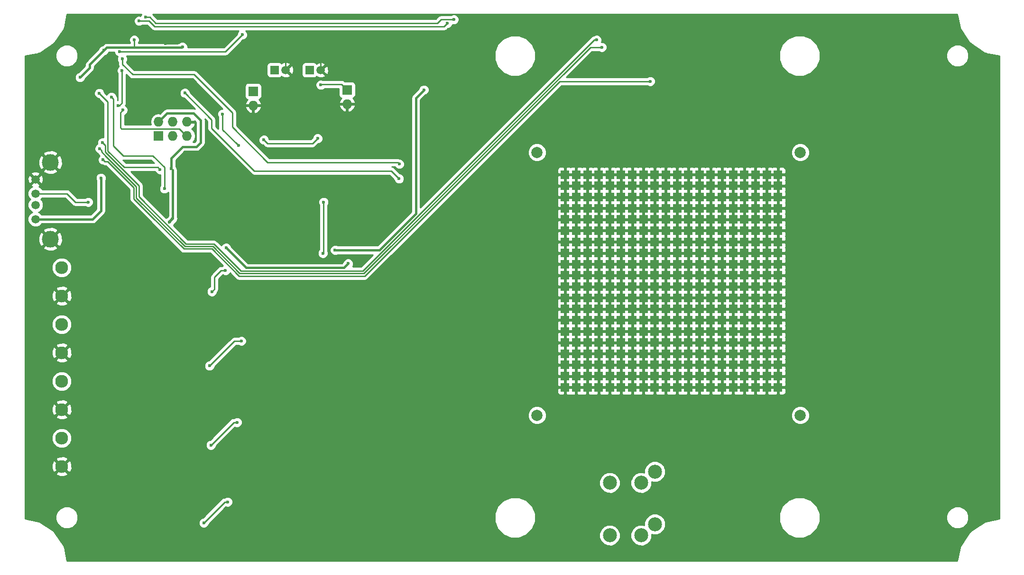
<source format=gbl>
G04 #@! TF.FileFunction,Copper,L2,Bot,Signal*
%FSLAX46Y46*%
G04 Gerber Fmt 4.6, Leading zero omitted, Abs format (unit mm)*
G04 Created by KiCad (PCBNEW (after 2015-mar-04 BZR unknown)-product) date Wed 13 May 2015 01:15:45 AM EDT*
%MOMM*%
G01*
G04 APERTURE LIST*
%ADD10C,0.100000*%
%ADD11R,1.500000X1.500000*%
%ADD12C,1.500000*%
%ADD13C,1.501140*%
%ADD14C,2.999740*%
%ADD15C,2.300000*%
%ADD16R,1.727200X1.727200*%
%ADD17O,1.727200X1.727200*%
%ADD18R,1.524000X1.524000*%
%ADD19C,2.000000*%
%ADD20C,2.500000*%
%ADD21C,0.600000*%
%ADD22C,0.250000*%
%ADD23C,0.381000*%
%ADD24C,0.508000*%
%ADD25C,0.254000*%
G04 APERTURE END LIST*
D10*
D11*
X118770400Y-42697400D03*
D12*
X120770400Y-42697400D03*
D11*
X112522000Y-42672000D03*
D12*
X114522000Y-42672000D03*
D13*
X69850705Y-62229295D03*
X69850705Y-64769295D03*
X69850705Y-66801295D03*
X69850705Y-69341295D03*
D14*
X72517705Y-59181295D03*
X72517705Y-72897295D03*
D15*
X74549000Y-77978000D03*
X74549000Y-83058000D03*
X74549000Y-88138000D03*
X74549000Y-93218000D03*
X74549000Y-98298000D03*
X74549000Y-103378000D03*
X74549000Y-108458000D03*
X74549000Y-113538000D03*
D16*
X125476000Y-46228000D03*
D17*
X125476000Y-48768000D03*
D16*
X108712000Y-46482000D03*
D17*
X108712000Y-49022000D03*
D16*
X91821000Y-54483000D03*
D17*
X91821000Y-51943000D03*
X94361000Y-54483000D03*
X94361000Y-51943000D03*
X96901000Y-54483000D03*
X96901000Y-51943000D03*
D18*
X164380705Y-79398295D03*
X166380705Y-79398295D03*
X170380705Y-79398295D03*
X168380705Y-79398295D03*
X176380705Y-79398295D03*
X178380705Y-79398295D03*
X174380705Y-79398295D03*
X172380705Y-79398295D03*
X182380705Y-79398295D03*
X180380705Y-79398295D03*
X200380705Y-79398295D03*
X202380705Y-79398295D03*
X192380705Y-79398295D03*
X194380705Y-79398295D03*
X198380705Y-79398295D03*
X196380705Y-79398295D03*
X188380705Y-79398295D03*
X190380705Y-79398295D03*
X186380705Y-79398295D03*
X184380705Y-79398295D03*
X184380705Y-77398295D03*
X186380705Y-77398295D03*
X190380705Y-77398295D03*
X188380705Y-77398295D03*
X196380705Y-77398295D03*
X198380705Y-77398295D03*
X194380705Y-77398295D03*
X192380705Y-77398295D03*
X202380705Y-77398295D03*
X200380705Y-77398295D03*
X180380705Y-77398295D03*
X182380705Y-77398295D03*
X172380705Y-77398295D03*
X174380705Y-77398295D03*
X178380705Y-77398295D03*
X176380705Y-77398295D03*
X168380705Y-77398295D03*
X170380705Y-77398295D03*
X166380705Y-77398295D03*
X164380705Y-77398295D03*
X164380705Y-73398295D03*
X166380705Y-73398295D03*
X170380705Y-73398295D03*
X168380705Y-73398295D03*
X176380705Y-73398295D03*
X178380705Y-73398295D03*
X174380705Y-73398295D03*
X172380705Y-73398295D03*
X182380705Y-73398295D03*
X180380705Y-73398295D03*
X200380705Y-73398295D03*
X202380705Y-73398295D03*
X192380705Y-73398295D03*
X194380705Y-73398295D03*
X198380705Y-73398295D03*
X196380705Y-73398295D03*
X188380705Y-73398295D03*
X190380705Y-73398295D03*
X186380705Y-73398295D03*
X184380705Y-73398295D03*
X184380705Y-75398295D03*
X186380705Y-75398295D03*
X190380705Y-75398295D03*
X188380705Y-75398295D03*
X196380705Y-75398295D03*
X198380705Y-75398295D03*
X194380705Y-75398295D03*
X192380705Y-75398295D03*
X202380705Y-75398295D03*
X200380705Y-75398295D03*
X180380705Y-75398295D03*
X182380705Y-75398295D03*
X172380705Y-75398295D03*
X174380705Y-75398295D03*
X178380705Y-75398295D03*
X176380705Y-75398295D03*
X168380705Y-75398295D03*
X170380705Y-75398295D03*
X166380705Y-75398295D03*
X164380705Y-75398295D03*
X164380705Y-67398295D03*
X166380705Y-67398295D03*
X170380705Y-67398295D03*
X168380705Y-67398295D03*
X176380705Y-67398295D03*
X178380705Y-67398295D03*
X174380705Y-67398295D03*
X172380705Y-67398295D03*
X182380705Y-67398295D03*
X180380705Y-67398295D03*
X200380705Y-67398295D03*
X202380705Y-67398295D03*
X192380705Y-67398295D03*
X194380705Y-67398295D03*
X198380705Y-67398295D03*
X196380705Y-67398295D03*
X188380705Y-67398295D03*
X190380705Y-67398295D03*
X186380705Y-67398295D03*
X184380705Y-67398295D03*
X184380705Y-65398295D03*
X186380705Y-65398295D03*
X190380705Y-65398295D03*
X188380705Y-65398295D03*
X196380705Y-65398295D03*
X198380705Y-65398295D03*
X194380705Y-65398295D03*
X192380705Y-65398295D03*
X202380705Y-65398295D03*
X200380705Y-65398295D03*
X180380705Y-65398295D03*
X182380705Y-65398295D03*
X172380705Y-65398295D03*
X174380705Y-65398295D03*
X178380705Y-65398295D03*
X176380705Y-65398295D03*
X168380705Y-65398295D03*
X170380705Y-65398295D03*
X166380705Y-65398295D03*
X164380705Y-65398295D03*
X164380705Y-69398295D03*
X166380705Y-69398295D03*
X170380705Y-69398295D03*
X168380705Y-69398295D03*
X176380705Y-69398295D03*
X178380705Y-69398295D03*
X174380705Y-69398295D03*
X172380705Y-69398295D03*
X182380705Y-69398295D03*
X180380705Y-69398295D03*
X200380705Y-69398295D03*
X202380705Y-69398295D03*
X192380705Y-69398295D03*
X194380705Y-69398295D03*
X198380705Y-69398295D03*
X196380705Y-69398295D03*
X188380705Y-69398295D03*
X190380705Y-69398295D03*
X186380705Y-69398295D03*
X184380705Y-69398295D03*
X184380705Y-71398295D03*
X186380705Y-71398295D03*
X190380705Y-71398295D03*
X188380705Y-71398295D03*
X196380705Y-71398295D03*
X198380705Y-71398295D03*
X194380705Y-71398295D03*
X192380705Y-71398295D03*
X202380705Y-71398295D03*
X200380705Y-71398295D03*
X180380705Y-71398295D03*
X182380705Y-71398295D03*
X172380705Y-71398295D03*
X174380705Y-71398295D03*
X178380705Y-71398295D03*
X176380705Y-71398295D03*
X168380705Y-71398295D03*
X170380705Y-71398295D03*
X166380705Y-71398295D03*
X164380705Y-71398295D03*
X164380705Y-61398295D03*
X166380705Y-61398295D03*
X170380705Y-61398295D03*
X168380705Y-61398295D03*
X176380705Y-61398295D03*
X178380705Y-61398295D03*
X174380705Y-61398295D03*
X172380705Y-61398295D03*
X182380705Y-61398295D03*
X180380705Y-61398295D03*
X200380705Y-61398295D03*
X202380705Y-61398295D03*
X192380705Y-61398295D03*
X194380705Y-61398295D03*
X198380705Y-61398295D03*
X196380705Y-61398295D03*
X188380705Y-61398295D03*
X190380705Y-61398295D03*
X186380705Y-61398295D03*
X184380705Y-61398295D03*
X184380705Y-63398295D03*
X186380705Y-63398295D03*
X190380705Y-63398295D03*
X188380705Y-63398295D03*
X196380705Y-63398295D03*
X198380705Y-63398295D03*
X194380705Y-63398295D03*
X192380705Y-63398295D03*
X202380705Y-63398295D03*
X200380705Y-63398295D03*
X180380705Y-63398295D03*
X182380705Y-63398295D03*
X172380705Y-63398295D03*
X174380705Y-63398295D03*
X178380705Y-63398295D03*
X176380705Y-63398295D03*
X168380705Y-63398295D03*
X170380705Y-63398295D03*
X166380705Y-63398295D03*
X164380705Y-63398295D03*
X164380705Y-83398295D03*
X166380705Y-83398295D03*
X170380705Y-83398295D03*
X168380705Y-83398295D03*
X176380705Y-83398295D03*
X178380705Y-83398295D03*
X174380705Y-83398295D03*
X172380705Y-83398295D03*
X182380705Y-83398295D03*
X180380705Y-83398295D03*
X200380705Y-83398295D03*
X202380705Y-83398295D03*
X192380705Y-83398295D03*
X194380705Y-83398295D03*
X198380705Y-83398295D03*
X196380705Y-83398295D03*
X188380705Y-83398295D03*
X190380705Y-83398295D03*
X186380705Y-83398295D03*
X184380705Y-83398295D03*
X184380705Y-81398295D03*
X186380705Y-81398295D03*
X190380705Y-81398295D03*
X188380705Y-81398295D03*
X196380705Y-81398295D03*
X198380705Y-81398295D03*
X194380705Y-81398295D03*
X192380705Y-81398295D03*
X202380705Y-81398295D03*
X200380705Y-81398295D03*
X180380705Y-81398295D03*
X182380705Y-81398295D03*
X172380705Y-81398295D03*
X174380705Y-81398295D03*
X178380705Y-81398295D03*
X176380705Y-81398295D03*
X168380705Y-81398295D03*
X170380705Y-81398295D03*
X166380705Y-81398295D03*
X164380705Y-81398295D03*
X164380705Y-91398295D03*
X166380705Y-91398295D03*
X170380705Y-91398295D03*
X168380705Y-91398295D03*
X176380705Y-91398295D03*
X178380705Y-91398295D03*
X174380705Y-91398295D03*
X172380705Y-91398295D03*
X182380705Y-91398295D03*
X180380705Y-91398295D03*
X200380705Y-91398295D03*
X202380705Y-91398295D03*
X192380705Y-91398295D03*
X194380705Y-91398295D03*
X198380705Y-91398295D03*
X196380705Y-91398295D03*
X188380705Y-91398295D03*
X190380705Y-91398295D03*
X186380705Y-91398295D03*
X184380705Y-91398295D03*
X184380705Y-89398295D03*
X186380705Y-89398295D03*
X190380705Y-89398295D03*
X188380705Y-89398295D03*
X196380705Y-89398295D03*
X198380705Y-89398295D03*
X194380705Y-89398295D03*
X192380705Y-89398295D03*
X202380705Y-89398295D03*
X200380705Y-89398295D03*
X180380705Y-89398295D03*
X182380705Y-89398295D03*
X172380705Y-89398295D03*
X174380705Y-89398295D03*
X178380705Y-89398295D03*
X176380705Y-89398295D03*
X168380705Y-89398295D03*
X170380705Y-89398295D03*
X166380705Y-89398295D03*
X164380705Y-89398295D03*
X164380705Y-85398295D03*
X166380705Y-85398295D03*
X170380705Y-85398295D03*
X168380705Y-85398295D03*
X176380705Y-85398295D03*
X178380705Y-85398295D03*
X174380705Y-85398295D03*
X172380705Y-85398295D03*
X182380705Y-85398295D03*
X180380705Y-85398295D03*
X200380705Y-85398295D03*
X202380705Y-85398295D03*
X192380705Y-85398295D03*
X194380705Y-85398295D03*
X198380705Y-85398295D03*
X196380705Y-85398295D03*
X188380705Y-85398295D03*
X190380705Y-85398295D03*
X186380705Y-85398295D03*
X184380705Y-85398295D03*
X184380705Y-87398295D03*
X186380705Y-87398295D03*
X190380705Y-87398295D03*
X188380705Y-87398295D03*
X196380705Y-87398295D03*
X198380705Y-87398295D03*
X194380705Y-87398295D03*
X192380705Y-87398295D03*
X202380705Y-87398295D03*
X200380705Y-87398295D03*
X180380705Y-87398295D03*
X182380705Y-87398295D03*
X172380705Y-87398295D03*
X174380705Y-87398295D03*
X178380705Y-87398295D03*
X176380705Y-87398295D03*
X168380705Y-87398295D03*
X170380705Y-87398295D03*
X166380705Y-87398295D03*
X164380705Y-87398295D03*
X164380705Y-95398295D03*
X166380705Y-95398295D03*
X170380705Y-95398295D03*
X168380705Y-95398295D03*
X176380705Y-95398295D03*
X178380705Y-95398295D03*
X174380705Y-95398295D03*
X172380705Y-95398295D03*
X182380705Y-95398295D03*
X180380705Y-95398295D03*
X200380705Y-95398295D03*
X202380705Y-95398295D03*
X192380705Y-95398295D03*
X194380705Y-95398295D03*
X198380705Y-95398295D03*
X196380705Y-95398295D03*
X188380705Y-95398295D03*
X190380705Y-95398295D03*
X186380705Y-95398295D03*
X184380705Y-95398295D03*
X184380705Y-93398295D03*
X186380705Y-93398295D03*
X190380705Y-93398295D03*
X188380705Y-93398295D03*
X196380705Y-93398295D03*
X198380705Y-93398295D03*
X194380705Y-93398295D03*
X192380705Y-93398295D03*
X202380705Y-93398295D03*
X200380705Y-93398295D03*
X180380705Y-93398295D03*
X182380705Y-93398295D03*
X172380705Y-93398295D03*
X174380705Y-93398295D03*
X178380705Y-93398295D03*
X176380705Y-93398295D03*
X168380705Y-93398295D03*
X170380705Y-93398295D03*
X166380705Y-93398295D03*
X164380705Y-93398295D03*
X164380705Y-97398295D03*
X166380705Y-97398295D03*
X170380705Y-97398295D03*
X168380705Y-97398295D03*
X176380705Y-97398295D03*
X178380705Y-97398295D03*
X174380705Y-97398295D03*
X172380705Y-97398295D03*
X182380705Y-97398295D03*
X180380705Y-97398295D03*
X200380705Y-97398295D03*
X202380705Y-97398295D03*
X192380705Y-97398295D03*
X194380705Y-97398295D03*
X198380705Y-97398295D03*
X196380705Y-97398295D03*
X188380705Y-97398295D03*
X190380705Y-97398295D03*
X186380705Y-97398295D03*
X184380705Y-97398295D03*
X184380705Y-99398295D03*
X186380705Y-99398295D03*
X190380705Y-99398295D03*
X188380705Y-99398295D03*
X196380705Y-99398295D03*
X198380705Y-99398295D03*
X194380705Y-99398295D03*
X192380705Y-99398295D03*
X202380705Y-99398295D03*
X200380705Y-99398295D03*
X180380705Y-99398295D03*
X182380705Y-99398295D03*
X172380705Y-99398295D03*
X174380705Y-99398295D03*
X178380705Y-99398295D03*
X176380705Y-99398295D03*
X168380705Y-99398295D03*
X170380705Y-99398295D03*
X166380705Y-99398295D03*
D19*
X159380705Y-104398295D03*
X206380705Y-104398295D03*
X159380705Y-57398295D03*
X206380705Y-57398295D03*
D18*
X164380705Y-99398295D03*
D20*
X180410705Y-123863295D03*
X177960705Y-125863295D03*
X172360705Y-125863295D03*
X180410705Y-114465295D03*
X177960705Y-116465295D03*
X172360705Y-116465295D03*
D21*
X128372305Y-45109695D03*
X91440705Y-64007295D03*
X89967505Y-65277295D03*
X86970305Y-41147295D03*
X100991105Y-55218895D03*
X80417105Y-42772895D03*
X89281000Y-48387000D03*
X80518705Y-49529295D03*
X120142705Y-49338795D03*
X115951705Y-54926795D03*
X99759205Y-99567295D03*
X100775205Y-37400795D03*
X93091705Y-37972295D03*
X86741000Y-59182000D03*
X106362500Y-33210500D03*
X182308500Y-41592500D03*
X195834000Y-37528500D03*
X195199000Y-41783000D03*
X100076000Y-82042000D03*
X100330000Y-113284000D03*
X99314000Y-94996000D03*
X100330000Y-108712000D03*
X99314000Y-122428000D03*
X102489000Y-66040000D03*
X99187000Y-86106000D03*
X110871000Y-72009000D03*
X111969011Y-54276485D03*
X126492000Y-80899000D03*
X129032000Y-83058000D03*
X121920000Y-87249000D03*
X87478305Y-37286495D03*
X96076205Y-38543795D03*
X77787500Y-44005500D03*
X82042000Y-39179500D03*
X103886000Y-74485500D03*
X125666500Y-77279500D03*
X93726000Y-69850000D03*
X94107000Y-60325000D03*
X85446305Y-49834095D03*
X81534705Y-61975295D03*
X123317000Y-74866500D03*
X139192000Y-46228000D03*
X106109205Y-56196795D03*
X103251000Y-50546000D03*
X144526000Y-33655000D03*
X89535000Y-33210500D03*
X88328500Y-33909000D03*
X143319500Y-34353500D03*
X92863105Y-63905695D03*
X83414305Y-47497295D03*
X92050305Y-60451295D03*
X81229905Y-46836895D03*
X121158000Y-75438000D03*
X121285000Y-66294000D03*
X85293905Y-42772895D03*
X84633505Y-49021295D03*
X120206205Y-54926795D03*
X110617705Y-55180795D03*
X179578705Y-44703295D03*
X81890305Y-58724095D03*
X170942705Y-38607295D03*
X81331505Y-56742895D03*
X81788705Y-55676095D03*
X170028305Y-37286495D03*
X103759705Y-78485295D03*
X101346705Y-82295295D03*
X96520000Y-46799500D03*
X134747000Y-62103000D03*
X79248705Y-66293295D03*
X106617205Y-91121795D03*
X100902205Y-95566795D03*
X105855205Y-105663295D03*
X101156205Y-109727295D03*
X104140705Y-119887295D03*
X99886205Y-123633795D03*
X85344000Y-40703500D03*
X134810500Y-59499500D03*
X84836002Y-39370000D03*
X106743500Y-36385500D03*
X120777000Y-45339000D03*
D22*
X120770400Y-42697400D02*
X120770400Y-41266990D01*
X114522000Y-40926000D02*
X114522000Y-42672000D01*
X115316705Y-40131295D02*
X114522000Y-40926000D01*
X119634705Y-40131295D02*
X115316705Y-40131295D01*
X120770400Y-41266990D02*
X119634705Y-40131295D01*
X89281000Y-48387000D02*
X89281705Y-48386295D01*
X95758705Y-37400795D02*
X100775205Y-37400795D01*
X95187205Y-37972295D02*
X95758705Y-37400795D01*
X93091705Y-37972295D02*
X95187205Y-37972295D01*
D23*
X87122705Y-38670795D02*
X87425471Y-38670795D01*
D22*
X87478305Y-37286495D02*
X87478305Y-38617961D01*
D23*
X87425471Y-38670795D02*
X87757705Y-38670795D01*
D22*
X87478305Y-38617961D02*
X87425471Y-38670795D01*
X87478305Y-37489695D02*
X87478305Y-37286495D01*
D23*
X82042000Y-39179500D02*
X82550705Y-38670795D01*
X95949205Y-38670795D02*
X87757705Y-38670795D01*
X96076205Y-38543795D02*
X95949205Y-38670795D01*
X82550705Y-38670795D02*
X87122705Y-38670795D01*
X79502000Y-42291000D02*
X77787500Y-44005500D01*
X79502000Y-41719500D02*
X79502000Y-42291000D01*
X82042000Y-39179500D02*
X79502000Y-41719500D01*
X107442000Y-78041500D02*
X103886000Y-74485500D01*
X124904500Y-78041500D02*
X107442000Y-78041500D01*
X125666500Y-77279500D02*
X124904500Y-78041500D01*
D22*
X94107000Y-60325000D02*
X94361000Y-60579000D01*
D24*
X94361000Y-69215000D02*
X93726000Y-69850000D01*
D23*
X94361000Y-60579000D02*
X94361000Y-69215000D01*
X94107000Y-58420000D02*
X96139000Y-56388000D01*
X96139000Y-56388000D02*
X98552000Y-56388000D01*
X98552000Y-56388000D02*
X99314000Y-55626000D01*
X99314000Y-55626000D02*
X99314000Y-51689000D01*
X99314000Y-51689000D02*
X98044000Y-50419000D01*
X98044000Y-50419000D02*
X93345000Y-50419000D01*
X93345000Y-50419000D02*
X91821000Y-51943000D01*
X94107000Y-60325000D02*
X94107000Y-58420000D01*
D22*
X85471000Y-53213000D02*
X85218410Y-53213000D01*
X96774000Y-54483000D02*
X95504000Y-53213000D01*
X95504000Y-53213000D02*
X85471000Y-53213000D01*
X84989105Y-50291295D02*
X85446305Y-49834095D01*
X84989105Y-52983695D02*
X84989105Y-50291295D01*
X85218410Y-53213000D02*
X84989105Y-52983695D01*
X96901000Y-54483000D02*
X96774000Y-54483000D01*
D23*
X80010705Y-69341295D02*
X81534705Y-67817295D01*
X81534705Y-67817295D02*
X81534705Y-61975295D01*
X69850705Y-69341295D02*
X80010705Y-69341295D01*
X137731500Y-68389500D02*
X131254500Y-74866500D01*
X131254500Y-74866500D02*
X123317000Y-74866500D01*
X137731500Y-47688500D02*
X137731500Y-68389500D01*
X139192000Y-46228000D02*
X137731500Y-47688500D01*
D22*
X106109205Y-56196795D02*
X105809206Y-55896796D01*
X105809206Y-55896796D02*
X105807796Y-55896796D01*
X105807796Y-55896796D02*
X103251000Y-53340000D01*
X103251000Y-50546000D02*
X103251000Y-52832000D01*
X103251000Y-52832000D02*
X103251000Y-53340000D01*
X144526000Y-33655000D02*
X142240000Y-33655000D01*
X142240000Y-33655000D02*
X141605000Y-34290000D01*
X141605000Y-34290000D02*
X91313000Y-34290000D01*
X91313000Y-34290000D02*
X90233500Y-33210500D01*
X90233500Y-33210500D02*
X89535000Y-33210500D01*
X90106500Y-33909000D02*
X88328500Y-33909000D01*
X91122500Y-34925000D02*
X90106500Y-33909000D01*
X142748000Y-34925000D02*
X91122500Y-34925000D01*
X143319500Y-34353500D02*
X142748000Y-34925000D01*
X92863105Y-60095695D02*
X92863105Y-63905695D01*
X90780305Y-58012895D02*
X92863105Y-60095695D01*
X85497105Y-58012895D02*
X90780305Y-58012895D01*
X83769905Y-56285695D02*
X85497105Y-58012895D01*
X83769905Y-47852895D02*
X83769905Y-56285695D01*
X83414305Y-47497295D02*
X83769905Y-47852895D01*
X91694705Y-60095695D02*
X92050305Y-60451295D01*
X85700305Y-60095695D02*
X91694705Y-60095695D01*
X82753905Y-57149295D02*
X85700305Y-60095695D01*
X82753905Y-48360895D02*
X82753905Y-57149295D01*
X81229905Y-46836895D02*
X82753905Y-48360895D01*
X121158000Y-75438000D02*
X121285000Y-75311000D01*
X121285000Y-75311000D02*
X121285000Y-66294000D01*
X85293905Y-42772895D02*
X85293905Y-48564095D01*
X84836705Y-49021295D02*
X84633505Y-49021295D01*
X85293905Y-48564095D02*
X84836705Y-49021295D01*
X120206205Y-54926795D02*
X119317205Y-55815795D01*
X119317205Y-55815795D02*
X111252705Y-55815795D01*
X111252705Y-55815795D02*
X110617705Y-55180795D01*
X163424091Y-44703295D02*
X179578705Y-44703295D01*
X128670358Y-79457028D02*
X163424091Y-44703295D01*
X106169885Y-79501295D02*
X128626091Y-79501295D01*
X128626091Y-79501295D02*
X128670358Y-79457028D01*
X101329505Y-74660915D02*
X106169885Y-79501295D01*
X96339093Y-74660915D02*
X101329505Y-74660915D01*
X90468089Y-68789911D02*
X96339093Y-74660915D01*
X87391087Y-65712909D02*
X90468089Y-68789911D01*
X87376705Y-63681325D02*
X87376705Y-65277295D01*
X87376705Y-65277295D02*
X87391087Y-65291677D01*
X87391087Y-65291677D02*
X87391087Y-65712909D01*
X84567890Y-60872510D02*
X87376705Y-63681325D01*
X82719474Y-59024094D02*
X84567890Y-60872510D01*
X81890305Y-58724095D02*
X82190304Y-59024094D01*
X82190304Y-59024094D02*
X82719474Y-59024094D01*
X128483957Y-79007019D02*
X168883681Y-38607295D01*
X168883681Y-38607295D02*
X170942705Y-38607295D01*
X101515905Y-74210905D02*
X106312020Y-79007020D01*
X106312020Y-79007020D02*
X128483957Y-79007019D01*
X87841096Y-65526508D02*
X96525493Y-74210905D01*
X96525493Y-74210905D02*
X101515905Y-74210905D01*
X82429486Y-58097696D02*
X87841095Y-63509305D01*
X87841095Y-63509305D02*
X87841096Y-65526508D01*
X81331505Y-56742895D02*
X81631504Y-57042894D01*
X81631504Y-57042894D02*
X81631504Y-57299714D01*
X81631504Y-57299714D02*
X82429486Y-58097696D01*
X82879495Y-57911295D02*
X82303895Y-57335695D01*
X82303895Y-57335695D02*
X82303895Y-56191285D01*
X82303895Y-56191285D02*
X81788705Y-55676095D01*
X88291105Y-65340107D02*
X88291105Y-63322905D01*
X88291105Y-63322905D02*
X82879495Y-57911295D01*
X101702305Y-73760895D02*
X96711893Y-73760895D01*
X96711893Y-73760895D02*
X88291105Y-65340107D01*
X106498420Y-78557010D02*
X101702305Y-73760895D01*
X170028305Y-37286495D02*
X169568071Y-37286495D01*
X128297556Y-78557010D02*
X106498420Y-78557010D01*
X169568071Y-37286495D02*
X128297556Y-78557010D01*
X102997705Y-78485295D02*
X103759705Y-78485295D01*
X101791205Y-79691795D02*
X102997705Y-78485295D01*
X101791205Y-81850795D02*
X101791205Y-79691795D01*
X101346705Y-82295295D02*
X101791205Y-81850795D01*
X101282500Y-53086000D02*
X101282500Y-51562000D01*
X101282500Y-51562000D02*
X96520000Y-46799500D01*
X108902500Y-60706000D02*
X101282500Y-53086000D01*
X133350000Y-60706000D02*
X108902500Y-60706000D01*
X134747000Y-62103000D02*
X133350000Y-60706000D01*
X75438705Y-64769295D02*
X69850705Y-64769295D01*
X76962705Y-66293295D02*
X79248705Y-66293295D01*
X75438705Y-64769295D02*
X76962705Y-66293295D01*
X105347205Y-91121795D02*
X106617205Y-91121795D01*
X100902205Y-95566795D02*
X105347205Y-91121795D01*
X105220205Y-105663295D02*
X105855205Y-105663295D01*
X101156205Y-109727295D02*
X105220205Y-105663295D01*
X103632705Y-119887295D02*
X104140705Y-119887295D01*
X99886205Y-123633795D02*
X103632705Y-119887295D01*
X87185500Y-43497500D02*
X85344000Y-41656000D01*
X85344000Y-41656000D02*
X85344000Y-40703500D01*
X98171000Y-43497500D02*
X87185500Y-43497500D01*
X104965500Y-50292000D02*
X98171000Y-43497500D01*
X104965500Y-52895500D02*
X104965500Y-50292000D01*
X111269501Y-59199501D02*
X104965500Y-52895500D01*
X134810500Y-59499500D02*
X134510501Y-59199501D01*
X134510501Y-59199501D02*
X111269501Y-59199501D01*
X85260266Y-39370000D02*
X84836002Y-39370000D01*
X106743500Y-36385500D02*
X103759000Y-39370000D01*
X103759000Y-39370000D02*
X85260266Y-39370000D01*
X120777000Y-45339000D02*
X120904000Y-45212000D01*
X120904000Y-45212000D02*
X124460000Y-45212000D01*
X124460000Y-45212000D02*
X125476000Y-46228000D01*
D25*
G36*
X91028303Y-59335695D02*
X86015107Y-59335695D01*
X85441183Y-58761771D01*
X85497105Y-58772895D01*
X90465503Y-58772895D01*
X91028303Y-59335695D01*
X91028303Y-59335695D01*
G37*
X91028303Y-59335695D02*
X86015107Y-59335695D01*
X85441183Y-58761771D01*
X85497105Y-58772895D01*
X90465503Y-58772895D01*
X91028303Y-59335695D01*
G36*
X93535500Y-68783264D02*
X93307525Y-69011238D01*
X93197057Y-69056883D01*
X93139820Y-69114020D01*
X89051105Y-65025305D01*
X89051105Y-63322905D01*
X88993253Y-63032066D01*
X88993253Y-63032065D01*
X88828506Y-62785504D01*
X86898697Y-60855695D01*
X91205728Y-60855695D01*
X91257188Y-60980238D01*
X91519978Y-61243487D01*
X91863506Y-61386133D01*
X92103105Y-61386341D01*
X92103105Y-63343232D01*
X92070913Y-63375368D01*
X91928267Y-63718896D01*
X91927943Y-64090862D01*
X92069988Y-64434638D01*
X92332778Y-64697887D01*
X92676306Y-64840533D01*
X93048272Y-64840857D01*
X93392048Y-64698812D01*
X93535500Y-64555610D01*
X93535500Y-68783264D01*
X93535500Y-68783264D01*
G37*
X93535500Y-68783264D02*
X93307525Y-69011238D01*
X93197057Y-69056883D01*
X93139820Y-69114020D01*
X89051105Y-65025305D01*
X89051105Y-63322905D01*
X88993253Y-63032066D01*
X88993253Y-63032065D01*
X88828506Y-62785504D01*
X86898697Y-60855695D01*
X91205728Y-60855695D01*
X91257188Y-60980238D01*
X91519978Y-61243487D01*
X91863506Y-61386133D01*
X92103105Y-61386341D01*
X92103105Y-63343232D01*
X92070913Y-63375368D01*
X91928267Y-63718896D01*
X91927943Y-64090862D01*
X92069988Y-64434638D01*
X92332778Y-64697887D01*
X92676306Y-64840533D01*
X93048272Y-64840857D01*
X93392048Y-64698812D01*
X93535500Y-64555610D01*
X93535500Y-68783264D01*
G36*
X98488500Y-55284066D02*
X98210066Y-55562500D01*
X97967037Y-55562500D01*
X98285526Y-55085848D01*
X98399600Y-54512359D01*
X98399600Y-54453641D01*
X98285526Y-53880152D01*
X97960670Y-53393971D01*
X97689839Y-53213007D01*
X98107821Y-52831490D01*
X98355968Y-52302027D01*
X98235469Y-52070000D01*
X97028000Y-52070000D01*
X97028000Y-52090000D01*
X96774000Y-52090000D01*
X96774000Y-52070000D01*
X96754000Y-52070000D01*
X96754000Y-51816000D01*
X96774000Y-51816000D01*
X96774000Y-51796000D01*
X97028000Y-51796000D01*
X97028000Y-51816000D01*
X98235469Y-51816000D01*
X98248491Y-51790924D01*
X98488500Y-52030933D01*
X98488500Y-55284066D01*
X98488500Y-55284066D01*
G37*
X98488500Y-55284066D02*
X98210066Y-55562500D01*
X97967037Y-55562500D01*
X98285526Y-55085848D01*
X98399600Y-54512359D01*
X98399600Y-54453641D01*
X98285526Y-53880152D01*
X97960670Y-53393971D01*
X97689839Y-53213007D01*
X98107821Y-52831490D01*
X98355968Y-52302027D01*
X98235469Y-52070000D01*
X97028000Y-52070000D01*
X97028000Y-52090000D01*
X96774000Y-52090000D01*
X96774000Y-52070000D01*
X96754000Y-52070000D01*
X96754000Y-51816000D01*
X96774000Y-51816000D01*
X96774000Y-51796000D01*
X97028000Y-51796000D01*
X97028000Y-51816000D01*
X98235469Y-51816000D01*
X98248491Y-51790924D01*
X98488500Y-52030933D01*
X98488500Y-55284066D01*
G36*
X103209661Y-49610963D02*
X103065833Y-49610838D01*
X102722057Y-49752883D01*
X102458808Y-50015673D01*
X102316162Y-50359201D01*
X102315838Y-50731167D01*
X102457883Y-51074943D01*
X102491000Y-51108117D01*
X102491000Y-52832000D01*
X102491000Y-53219698D01*
X102042500Y-52771198D01*
X102042500Y-51562000D01*
X101984648Y-51271161D01*
X101819901Y-51024599D01*
X97455122Y-46659820D01*
X97455162Y-46614333D01*
X97313117Y-46270557D01*
X97050327Y-46007308D01*
X96706799Y-45864662D01*
X96334833Y-45864338D01*
X95991057Y-46006383D01*
X95727808Y-46269173D01*
X95585162Y-46612701D01*
X95584838Y-46984667D01*
X95726883Y-47328443D01*
X95989673Y-47591692D01*
X96333201Y-47734338D01*
X96380076Y-47734378D01*
X98287665Y-49641967D01*
X98044000Y-49593500D01*
X93345000Y-49593500D01*
X93029095Y-49656337D01*
X92761283Y-49835283D01*
X92761280Y-49835286D01*
X92121710Y-50474856D01*
X91821000Y-50415041D01*
X91247511Y-50529115D01*
X90761330Y-50853971D01*
X90436474Y-51340152D01*
X90322400Y-51913641D01*
X90322400Y-51972359D01*
X90418005Y-52453000D01*
X85749105Y-52453000D01*
X85749105Y-50720652D01*
X85975248Y-50627212D01*
X86238497Y-50364422D01*
X86381143Y-50020894D01*
X86381467Y-49648928D01*
X86239422Y-49305152D01*
X85976632Y-49041903D01*
X85894040Y-49007607D01*
X85996053Y-48854935D01*
X85996053Y-48854934D01*
X86005651Y-48806681D01*
X86053904Y-48564095D01*
X86053905Y-48564095D01*
X86053905Y-43440707D01*
X86648099Y-44034901D01*
X86894660Y-44199648D01*
X86894661Y-44199648D01*
X87185500Y-44257500D01*
X97856198Y-44257500D01*
X103209661Y-49610963D01*
X103209661Y-49610963D01*
G37*
X103209661Y-49610963D02*
X103065833Y-49610838D01*
X102722057Y-49752883D01*
X102458808Y-50015673D01*
X102316162Y-50359201D01*
X102315838Y-50731167D01*
X102457883Y-51074943D01*
X102491000Y-51108117D01*
X102491000Y-52832000D01*
X102491000Y-53219698D01*
X102042500Y-52771198D01*
X102042500Y-51562000D01*
X101984648Y-51271161D01*
X101819901Y-51024599D01*
X97455122Y-46659820D01*
X97455162Y-46614333D01*
X97313117Y-46270557D01*
X97050327Y-46007308D01*
X96706799Y-45864662D01*
X96334833Y-45864338D01*
X95991057Y-46006383D01*
X95727808Y-46269173D01*
X95585162Y-46612701D01*
X95584838Y-46984667D01*
X95726883Y-47328443D01*
X95989673Y-47591692D01*
X96333201Y-47734338D01*
X96380076Y-47734378D01*
X98287665Y-49641967D01*
X98044000Y-49593500D01*
X93345000Y-49593500D01*
X93029095Y-49656337D01*
X92761283Y-49835283D01*
X92761280Y-49835286D01*
X92121710Y-50474856D01*
X91821000Y-50415041D01*
X91247511Y-50529115D01*
X90761330Y-50853971D01*
X90436474Y-51340152D01*
X90322400Y-51913641D01*
X90322400Y-51972359D01*
X90418005Y-52453000D01*
X85749105Y-52453000D01*
X85749105Y-50720652D01*
X85975248Y-50627212D01*
X86238497Y-50364422D01*
X86381143Y-50020894D01*
X86381467Y-49648928D01*
X86239422Y-49305152D01*
X85976632Y-49041903D01*
X85894040Y-49007607D01*
X85996053Y-48854935D01*
X85996053Y-48854934D01*
X86005651Y-48806681D01*
X86053904Y-48564095D01*
X86053905Y-48564095D01*
X86053905Y-43440707D01*
X86648099Y-44034901D01*
X86894660Y-44199648D01*
X86894661Y-44199648D01*
X87185500Y-44257500D01*
X97856198Y-44257500D01*
X103209661Y-49610963D01*
G36*
X241885000Y-122881834D02*
X239520315Y-123352200D01*
X239418033Y-123394566D01*
X239273386Y-123454481D01*
X236801280Y-125106289D01*
X236706785Y-125200785D01*
X236612289Y-125295281D01*
X236427343Y-125572072D01*
X236427343Y-122288891D01*
X236427343Y-39738891D01*
X236125782Y-39009057D01*
X235567880Y-38450181D01*
X234838573Y-38147346D01*
X234048891Y-38146657D01*
X233319057Y-38448218D01*
X232760181Y-39006120D01*
X232457346Y-39735427D01*
X232456657Y-40525109D01*
X232758218Y-41254943D01*
X233316120Y-41813819D01*
X234045427Y-42116654D01*
X234835109Y-42117343D01*
X235564943Y-41815782D01*
X236123819Y-41257880D01*
X236426654Y-40528573D01*
X236427343Y-39738891D01*
X236427343Y-122288891D01*
X236125782Y-121559057D01*
X235567880Y-121000181D01*
X234838573Y-120697346D01*
X234048891Y-120696657D01*
X233319057Y-120998218D01*
X232760181Y-121556120D01*
X232457346Y-122285427D01*
X232456657Y-123075109D01*
X232758218Y-123804943D01*
X233316120Y-124363819D01*
X234045427Y-124666654D01*
X234835109Y-124667343D01*
X235564943Y-124365782D01*
X236123819Y-123807880D01*
X236426654Y-123078573D01*
X236427343Y-122288891D01*
X236427343Y-125572072D01*
X234960481Y-127767386D01*
X234909341Y-127890850D01*
X234858200Y-128014315D01*
X234387834Y-130379000D01*
X209883630Y-130379000D01*
X209883630Y-121962126D01*
X209883630Y-39412126D01*
X209331400Y-38075628D01*
X208309751Y-37052194D01*
X206974218Y-36497632D01*
X205528126Y-36496370D01*
X204191628Y-37048600D01*
X203168194Y-38070249D01*
X202613632Y-39405782D01*
X202612370Y-40851874D01*
X203164600Y-42188372D01*
X204186249Y-43211806D01*
X205521782Y-43766368D01*
X206967874Y-43767630D01*
X208304372Y-43215400D01*
X209327806Y-42193751D01*
X209882368Y-40858218D01*
X209883630Y-39412126D01*
X209883630Y-121962126D01*
X209331400Y-120625628D01*
X208309751Y-119602194D01*
X208015989Y-119480213D01*
X208015989Y-104074500D01*
X208015989Y-57074500D01*
X207767599Y-56473352D01*
X207308068Y-56013017D01*
X206707353Y-55763579D01*
X206056910Y-55763011D01*
X205455762Y-56011401D01*
X204995427Y-56470932D01*
X204745989Y-57071647D01*
X204745421Y-57722090D01*
X204993811Y-58323238D01*
X205453342Y-58783573D01*
X206054057Y-59033011D01*
X206704500Y-59033579D01*
X207305648Y-58785189D01*
X207765983Y-58325658D01*
X208015421Y-57724943D01*
X208015989Y-57074500D01*
X208015989Y-104074500D01*
X207767599Y-103473352D01*
X207308068Y-103013017D01*
X206707353Y-102763579D01*
X206056910Y-102763011D01*
X205455762Y-103011401D01*
X204995427Y-103470932D01*
X204745989Y-104071647D01*
X204745421Y-104722090D01*
X204993811Y-105323238D01*
X205453342Y-105783573D01*
X206054057Y-106033011D01*
X206704500Y-106033579D01*
X207305648Y-105785189D01*
X207765983Y-105325658D01*
X208015421Y-104724943D01*
X208015989Y-104074500D01*
X208015989Y-119480213D01*
X206974218Y-119047632D01*
X205528126Y-119046370D01*
X204191628Y-119598600D01*
X203777705Y-120011801D01*
X203777705Y-100286605D01*
X203777705Y-100033986D01*
X203777705Y-99684045D01*
X203777705Y-99112545D01*
X203777705Y-98762604D01*
X203777705Y-98509985D01*
X203731441Y-98398295D01*
X203777705Y-98286605D01*
X203777705Y-98033986D01*
X203777705Y-97684045D01*
X203777705Y-97112545D01*
X203777705Y-96762604D01*
X203777705Y-96509985D01*
X203731441Y-96398295D01*
X203777705Y-96286605D01*
X203777705Y-96033986D01*
X203777705Y-95684045D01*
X203777705Y-95112545D01*
X203777705Y-94762604D01*
X203777705Y-94509985D01*
X203731441Y-94398295D01*
X203777705Y-94286605D01*
X203777705Y-94033986D01*
X203777705Y-93684045D01*
X203777705Y-93112545D01*
X203777705Y-92762604D01*
X203777705Y-92509985D01*
X203731441Y-92398295D01*
X203777705Y-92286605D01*
X203777705Y-92033986D01*
X203777705Y-91684045D01*
X203777705Y-91112545D01*
X203777705Y-90762604D01*
X203777705Y-90509985D01*
X203731441Y-90398295D01*
X203777705Y-90286605D01*
X203777705Y-90033986D01*
X203777705Y-89684045D01*
X203777705Y-89112545D01*
X203777705Y-88762604D01*
X203777705Y-88509985D01*
X203731441Y-88398295D01*
X203777705Y-88286605D01*
X203777705Y-88033986D01*
X203777705Y-87684045D01*
X203777705Y-87112545D01*
X203777705Y-86762604D01*
X203777705Y-86509985D01*
X203731441Y-86398295D01*
X203777705Y-86286605D01*
X203777705Y-86033986D01*
X203777705Y-85684045D01*
X203777705Y-85112545D01*
X203777705Y-84762604D01*
X203777705Y-84509985D01*
X203731441Y-84398295D01*
X203777705Y-84286605D01*
X203777705Y-84033986D01*
X203777705Y-83684045D01*
X203777705Y-83112545D01*
X203777705Y-82762604D01*
X203777705Y-82509985D01*
X203731441Y-82398295D01*
X203777705Y-82286605D01*
X203777705Y-82033986D01*
X203777705Y-81684045D01*
X203777705Y-81112545D01*
X203777705Y-80762604D01*
X203777705Y-80509985D01*
X203731441Y-80398295D01*
X203777705Y-80286605D01*
X203777705Y-80033986D01*
X203777705Y-79684045D01*
X203777705Y-79112545D01*
X203777705Y-78762604D01*
X203777705Y-78509985D01*
X203731441Y-78398295D01*
X203777705Y-78286605D01*
X203777705Y-78033986D01*
X203777705Y-77684045D01*
X203777705Y-77112545D01*
X203777705Y-76762604D01*
X203777705Y-76509985D01*
X203731441Y-76398295D01*
X203777705Y-76286605D01*
X203777705Y-76033986D01*
X203777705Y-75684045D01*
X203777705Y-75112545D01*
X203777705Y-74762604D01*
X203777705Y-74509985D01*
X203731441Y-74398295D01*
X203777705Y-74286605D01*
X203777705Y-74033986D01*
X203777705Y-73684045D01*
X203777705Y-73112545D01*
X203777705Y-72762604D01*
X203777705Y-72509985D01*
X203731441Y-72398295D01*
X203777705Y-72286605D01*
X203777705Y-72033986D01*
X203777705Y-71684045D01*
X203777705Y-71112545D01*
X203777705Y-70762604D01*
X203777705Y-70509985D01*
X203731441Y-70398295D01*
X203777705Y-70286605D01*
X203777705Y-70033986D01*
X203777705Y-69684045D01*
X203777705Y-69112545D01*
X203777705Y-68762604D01*
X203777705Y-68509985D01*
X203731441Y-68398295D01*
X203777705Y-68286605D01*
X203777705Y-68033986D01*
X203777705Y-67684045D01*
X203777705Y-67112545D01*
X203777705Y-66762604D01*
X203777705Y-66509985D01*
X203731441Y-66398295D01*
X203777705Y-66286605D01*
X203777705Y-66033986D01*
X203777705Y-65684045D01*
X203777705Y-65112545D01*
X203777705Y-64762604D01*
X203777705Y-64509985D01*
X203731441Y-64398295D01*
X203777705Y-64286605D01*
X203777705Y-64033986D01*
X203777705Y-63684045D01*
X203777705Y-63112545D01*
X203777705Y-62762604D01*
X203777705Y-62509985D01*
X203731441Y-62398295D01*
X203777705Y-62286605D01*
X203777705Y-62033986D01*
X203777705Y-61684045D01*
X203777705Y-61112545D01*
X203777705Y-60762604D01*
X203777705Y-60509985D01*
X203681032Y-60276596D01*
X203502403Y-60097968D01*
X203269014Y-60001295D01*
X202666455Y-60001295D01*
X202507705Y-60160045D01*
X202507705Y-61271295D01*
X203618955Y-61271295D01*
X203777705Y-61112545D01*
X203777705Y-61684045D01*
X203618955Y-61525295D01*
X202507705Y-61525295D01*
X202507705Y-62160045D01*
X202507705Y-62636545D01*
X202507705Y-63271295D01*
X203618955Y-63271295D01*
X203777705Y-63112545D01*
X203777705Y-63684045D01*
X203618955Y-63525295D01*
X202507705Y-63525295D01*
X202507705Y-64160045D01*
X202507705Y-64636545D01*
X202507705Y-65271295D01*
X203618955Y-65271295D01*
X203777705Y-65112545D01*
X203777705Y-65684045D01*
X203618955Y-65525295D01*
X202507705Y-65525295D01*
X202507705Y-66160045D01*
X202507705Y-66636545D01*
X202507705Y-67271295D01*
X203618955Y-67271295D01*
X203777705Y-67112545D01*
X203777705Y-67684045D01*
X203618955Y-67525295D01*
X202507705Y-67525295D01*
X202507705Y-68160045D01*
X202507705Y-68636545D01*
X202507705Y-69271295D01*
X203618955Y-69271295D01*
X203777705Y-69112545D01*
X203777705Y-69684045D01*
X203618955Y-69525295D01*
X202507705Y-69525295D01*
X202507705Y-70160045D01*
X202507705Y-70636545D01*
X202507705Y-71271295D01*
X203618955Y-71271295D01*
X203777705Y-71112545D01*
X203777705Y-71684045D01*
X203618955Y-71525295D01*
X202507705Y-71525295D01*
X202507705Y-72160045D01*
X202507705Y-72636545D01*
X202507705Y-73271295D01*
X203618955Y-73271295D01*
X203777705Y-73112545D01*
X203777705Y-73684045D01*
X203618955Y-73525295D01*
X202507705Y-73525295D01*
X202507705Y-74160045D01*
X202507705Y-74636545D01*
X202507705Y-75271295D01*
X203618955Y-75271295D01*
X203777705Y-75112545D01*
X203777705Y-75684045D01*
X203618955Y-75525295D01*
X202507705Y-75525295D01*
X202507705Y-76160045D01*
X202507705Y-76636545D01*
X202507705Y-77271295D01*
X203618955Y-77271295D01*
X203777705Y-77112545D01*
X203777705Y-77684045D01*
X203618955Y-77525295D01*
X202507705Y-77525295D01*
X202507705Y-78160045D01*
X202507705Y-78636545D01*
X202507705Y-79271295D01*
X203618955Y-79271295D01*
X203777705Y-79112545D01*
X203777705Y-79684045D01*
X203618955Y-79525295D01*
X202507705Y-79525295D01*
X202507705Y-80160045D01*
X202507705Y-80636545D01*
X202507705Y-81271295D01*
X203618955Y-81271295D01*
X203777705Y-81112545D01*
X203777705Y-81684045D01*
X203618955Y-81525295D01*
X202507705Y-81525295D01*
X202507705Y-82160045D01*
X202507705Y-82636545D01*
X202507705Y-83271295D01*
X203618955Y-83271295D01*
X203777705Y-83112545D01*
X203777705Y-83684045D01*
X203618955Y-83525295D01*
X202507705Y-83525295D01*
X202507705Y-84160045D01*
X202507705Y-84636545D01*
X202507705Y-85271295D01*
X203618955Y-85271295D01*
X203777705Y-85112545D01*
X203777705Y-85684045D01*
X203618955Y-85525295D01*
X202507705Y-85525295D01*
X202507705Y-86160045D01*
X202507705Y-86636545D01*
X202507705Y-87271295D01*
X203618955Y-87271295D01*
X203777705Y-87112545D01*
X203777705Y-87684045D01*
X203618955Y-87525295D01*
X202507705Y-87525295D01*
X202507705Y-88160045D01*
X202507705Y-88636545D01*
X202507705Y-89271295D01*
X203618955Y-89271295D01*
X203777705Y-89112545D01*
X203777705Y-89684045D01*
X203618955Y-89525295D01*
X202507705Y-89525295D01*
X202507705Y-90160045D01*
X202507705Y-90636545D01*
X202507705Y-91271295D01*
X203618955Y-91271295D01*
X203777705Y-91112545D01*
X203777705Y-91684045D01*
X203618955Y-91525295D01*
X202507705Y-91525295D01*
X202507705Y-92160045D01*
X202507705Y-92636545D01*
X202507705Y-93271295D01*
X203618955Y-93271295D01*
X203777705Y-93112545D01*
X203777705Y-93684045D01*
X203618955Y-93525295D01*
X202507705Y-93525295D01*
X202507705Y-94160045D01*
X202507705Y-94636545D01*
X202507705Y-95271295D01*
X203618955Y-95271295D01*
X203777705Y-95112545D01*
X203777705Y-95684045D01*
X203618955Y-95525295D01*
X202507705Y-95525295D01*
X202507705Y-96160045D01*
X202507705Y-96636545D01*
X202507705Y-97271295D01*
X203618955Y-97271295D01*
X203777705Y-97112545D01*
X203777705Y-97684045D01*
X203618955Y-97525295D01*
X202507705Y-97525295D01*
X202507705Y-98160045D01*
X202507705Y-98636545D01*
X202507705Y-99271295D01*
X203618955Y-99271295D01*
X203777705Y-99112545D01*
X203777705Y-99684045D01*
X203618955Y-99525295D01*
X202507705Y-99525295D01*
X202507705Y-100636545D01*
X202666455Y-100795295D01*
X203269014Y-100795295D01*
X203502403Y-100698622D01*
X203681032Y-100519994D01*
X203777705Y-100286605D01*
X203777705Y-120011801D01*
X203168194Y-120620249D01*
X202613632Y-121955782D01*
X202612370Y-123401874D01*
X203164600Y-124738372D01*
X204186249Y-125761806D01*
X205521782Y-126316368D01*
X206967874Y-126317630D01*
X208304372Y-125765400D01*
X209327806Y-124743751D01*
X209882368Y-123408218D01*
X209883630Y-121962126D01*
X209883630Y-130379000D01*
X202253705Y-130379000D01*
X202253705Y-100636545D01*
X202253705Y-99525295D01*
X202253705Y-99271295D01*
X202253705Y-98636545D01*
X202253705Y-98160045D01*
X202253705Y-97525295D01*
X202253705Y-97271295D01*
X202253705Y-96636545D01*
X202253705Y-96160045D01*
X202253705Y-95525295D01*
X202253705Y-95271295D01*
X202253705Y-94636545D01*
X202253705Y-94160045D01*
X202253705Y-93525295D01*
X202253705Y-93271295D01*
X202253705Y-92636545D01*
X202253705Y-92160045D01*
X202253705Y-91525295D01*
X202253705Y-91271295D01*
X202253705Y-90636545D01*
X202253705Y-90160045D01*
X202253705Y-89525295D01*
X202253705Y-89271295D01*
X202253705Y-88636545D01*
X202253705Y-88160045D01*
X202253705Y-87525295D01*
X202253705Y-87271295D01*
X202253705Y-86636545D01*
X202253705Y-86160045D01*
X202253705Y-85525295D01*
X202253705Y-85271295D01*
X202253705Y-84636545D01*
X202253705Y-84160045D01*
X202253705Y-83525295D01*
X202253705Y-83271295D01*
X202253705Y-82636545D01*
X202253705Y-82160045D01*
X202253705Y-81525295D01*
X202253705Y-81271295D01*
X202253705Y-80636545D01*
X202253705Y-80160045D01*
X202253705Y-79525295D01*
X202253705Y-79271295D01*
X202253705Y-78636545D01*
X202253705Y-78160045D01*
X202253705Y-77525295D01*
X202253705Y-77271295D01*
X202253705Y-76636545D01*
X202253705Y-76160045D01*
X202253705Y-75525295D01*
X202253705Y-75271295D01*
X202253705Y-74636545D01*
X202253705Y-74160045D01*
X202253705Y-73525295D01*
X202253705Y-73271295D01*
X202253705Y-72636545D01*
X202253705Y-72160045D01*
X202253705Y-71525295D01*
X202253705Y-71271295D01*
X202253705Y-70636545D01*
X202253705Y-70160045D01*
X202253705Y-69525295D01*
X202253705Y-69271295D01*
X202253705Y-68636545D01*
X202253705Y-68160045D01*
X202253705Y-67525295D01*
X202253705Y-67271295D01*
X202253705Y-66636545D01*
X202253705Y-66160045D01*
X202253705Y-65525295D01*
X202253705Y-65271295D01*
X202253705Y-64636545D01*
X202253705Y-64160045D01*
X202253705Y-63525295D01*
X202253705Y-63271295D01*
X202253705Y-62636545D01*
X202253705Y-62160045D01*
X202253705Y-61525295D01*
X202253705Y-61271295D01*
X202253705Y-60160045D01*
X202094955Y-60001295D01*
X201492396Y-60001295D01*
X201380705Y-60047558D01*
X201269014Y-60001295D01*
X200666455Y-60001295D01*
X200507705Y-60160045D01*
X200507705Y-61271295D01*
X201142455Y-61271295D01*
X201618955Y-61271295D01*
X202253705Y-61271295D01*
X202253705Y-61525295D01*
X201618955Y-61525295D01*
X201142455Y-61525295D01*
X200507705Y-61525295D01*
X200507705Y-62160045D01*
X200507705Y-62636545D01*
X200507705Y-63271295D01*
X201142455Y-63271295D01*
X201618955Y-63271295D01*
X202253705Y-63271295D01*
X202253705Y-63525295D01*
X201618955Y-63525295D01*
X201142455Y-63525295D01*
X200507705Y-63525295D01*
X200507705Y-64160045D01*
X200507705Y-64636545D01*
X200507705Y-65271295D01*
X201142455Y-65271295D01*
X201618955Y-65271295D01*
X202253705Y-65271295D01*
X202253705Y-65525295D01*
X201618955Y-65525295D01*
X201142455Y-65525295D01*
X200507705Y-65525295D01*
X200507705Y-66160045D01*
X200507705Y-66636545D01*
X200507705Y-67271295D01*
X201142455Y-67271295D01*
X201618955Y-67271295D01*
X202253705Y-67271295D01*
X202253705Y-67525295D01*
X201618955Y-67525295D01*
X201142455Y-67525295D01*
X200507705Y-67525295D01*
X200507705Y-68160045D01*
X200507705Y-68636545D01*
X200507705Y-69271295D01*
X201142455Y-69271295D01*
X201618955Y-69271295D01*
X202253705Y-69271295D01*
X202253705Y-69525295D01*
X201618955Y-69525295D01*
X201142455Y-69525295D01*
X200507705Y-69525295D01*
X200507705Y-70160045D01*
X200507705Y-70636545D01*
X200507705Y-71271295D01*
X201142455Y-71271295D01*
X201618955Y-71271295D01*
X202253705Y-71271295D01*
X202253705Y-71525295D01*
X201618955Y-71525295D01*
X201142455Y-71525295D01*
X200507705Y-71525295D01*
X200507705Y-72160045D01*
X200507705Y-72636545D01*
X200507705Y-73271295D01*
X201142455Y-73271295D01*
X201618955Y-73271295D01*
X202253705Y-73271295D01*
X202253705Y-73525295D01*
X201618955Y-73525295D01*
X201142455Y-73525295D01*
X200507705Y-73525295D01*
X200507705Y-74160045D01*
X200507705Y-74636545D01*
X200507705Y-75271295D01*
X201142455Y-75271295D01*
X201618955Y-75271295D01*
X202253705Y-75271295D01*
X202253705Y-75525295D01*
X201618955Y-75525295D01*
X201142455Y-75525295D01*
X200507705Y-75525295D01*
X200507705Y-76160045D01*
X200507705Y-76636545D01*
X200507705Y-77271295D01*
X201142455Y-77271295D01*
X201618955Y-77271295D01*
X202253705Y-77271295D01*
X202253705Y-77525295D01*
X201618955Y-77525295D01*
X201142455Y-77525295D01*
X200507705Y-77525295D01*
X200507705Y-78160045D01*
X200507705Y-78636545D01*
X200507705Y-79271295D01*
X201142455Y-79271295D01*
X201618955Y-79271295D01*
X202253705Y-79271295D01*
X202253705Y-79525295D01*
X201618955Y-79525295D01*
X201142455Y-79525295D01*
X200507705Y-79525295D01*
X200507705Y-80160045D01*
X200507705Y-80636545D01*
X200507705Y-81271295D01*
X201142455Y-81271295D01*
X201618955Y-81271295D01*
X202253705Y-81271295D01*
X202253705Y-81525295D01*
X201618955Y-81525295D01*
X201142455Y-81525295D01*
X200507705Y-81525295D01*
X200507705Y-82160045D01*
X200507705Y-82636545D01*
X200507705Y-83271295D01*
X201142455Y-83271295D01*
X201618955Y-83271295D01*
X202253705Y-83271295D01*
X202253705Y-83525295D01*
X201618955Y-83525295D01*
X201142455Y-83525295D01*
X200507705Y-83525295D01*
X200507705Y-84160045D01*
X200507705Y-84636545D01*
X200507705Y-85271295D01*
X201142455Y-85271295D01*
X201618955Y-85271295D01*
X202253705Y-85271295D01*
X202253705Y-85525295D01*
X201618955Y-85525295D01*
X201142455Y-85525295D01*
X200507705Y-85525295D01*
X200507705Y-86160045D01*
X200507705Y-86636545D01*
X200507705Y-87271295D01*
X201142455Y-87271295D01*
X201618955Y-87271295D01*
X202253705Y-87271295D01*
X202253705Y-87525295D01*
X201618955Y-87525295D01*
X201142455Y-87525295D01*
X200507705Y-87525295D01*
X200507705Y-88160045D01*
X200507705Y-88636545D01*
X200507705Y-89271295D01*
X201142455Y-89271295D01*
X201618955Y-89271295D01*
X202253705Y-89271295D01*
X202253705Y-89525295D01*
X201618955Y-89525295D01*
X201142455Y-89525295D01*
X200507705Y-89525295D01*
X200507705Y-90160045D01*
X200507705Y-90636545D01*
X200507705Y-91271295D01*
X201142455Y-91271295D01*
X201618955Y-91271295D01*
X202253705Y-91271295D01*
X202253705Y-91525295D01*
X201618955Y-91525295D01*
X201142455Y-91525295D01*
X200507705Y-91525295D01*
X200507705Y-92160045D01*
X200507705Y-92636545D01*
X200507705Y-93271295D01*
X201142455Y-93271295D01*
X201618955Y-93271295D01*
X202253705Y-93271295D01*
X202253705Y-93525295D01*
X201618955Y-93525295D01*
X201142455Y-93525295D01*
X200507705Y-93525295D01*
X200507705Y-94160045D01*
X200507705Y-94636545D01*
X200507705Y-95271295D01*
X201142455Y-95271295D01*
X201618955Y-95271295D01*
X202253705Y-95271295D01*
X202253705Y-95525295D01*
X201618955Y-95525295D01*
X201142455Y-95525295D01*
X200507705Y-95525295D01*
X200507705Y-96160045D01*
X200507705Y-96636545D01*
X200507705Y-97271295D01*
X201142455Y-97271295D01*
X201618955Y-97271295D01*
X202253705Y-97271295D01*
X202253705Y-97525295D01*
X201618955Y-97525295D01*
X201142455Y-97525295D01*
X200507705Y-97525295D01*
X200507705Y-98160045D01*
X200507705Y-98636545D01*
X200507705Y-99271295D01*
X201142455Y-99271295D01*
X201618955Y-99271295D01*
X202253705Y-99271295D01*
X202253705Y-99525295D01*
X201618955Y-99525295D01*
X201142455Y-99525295D01*
X200507705Y-99525295D01*
X200507705Y-100636545D01*
X200666455Y-100795295D01*
X201269014Y-100795295D01*
X201380705Y-100749031D01*
X201492396Y-100795295D01*
X202094955Y-100795295D01*
X202253705Y-100636545D01*
X202253705Y-130379000D01*
X200253705Y-130379000D01*
X200253705Y-100636545D01*
X200253705Y-99525295D01*
X200253705Y-99271295D01*
X200253705Y-98636545D01*
X200253705Y-98160045D01*
X200253705Y-97525295D01*
X200253705Y-97271295D01*
X200253705Y-96636545D01*
X200253705Y-96160045D01*
X200253705Y-95525295D01*
X200253705Y-95271295D01*
X200253705Y-94636545D01*
X200253705Y-94160045D01*
X200253705Y-93525295D01*
X200253705Y-93271295D01*
X200253705Y-92636545D01*
X200253705Y-92160045D01*
X200253705Y-91525295D01*
X200253705Y-91271295D01*
X200253705Y-90636545D01*
X200253705Y-90160045D01*
X200253705Y-89525295D01*
X200253705Y-89271295D01*
X200253705Y-88636545D01*
X200253705Y-88160045D01*
X200253705Y-87525295D01*
X200253705Y-87271295D01*
X200253705Y-86636545D01*
X200253705Y-86160045D01*
X200253705Y-85525295D01*
X200253705Y-85271295D01*
X200253705Y-84636545D01*
X200253705Y-84160045D01*
X200253705Y-83525295D01*
X200253705Y-83271295D01*
X200253705Y-82636545D01*
X200253705Y-82160045D01*
X200253705Y-81525295D01*
X200253705Y-81271295D01*
X200253705Y-80636545D01*
X200253705Y-80160045D01*
X200253705Y-79525295D01*
X200253705Y-79271295D01*
X200253705Y-78636545D01*
X200253705Y-78160045D01*
X200253705Y-77525295D01*
X200253705Y-77271295D01*
X200253705Y-76636545D01*
X200253705Y-76160045D01*
X200253705Y-75525295D01*
X200253705Y-75271295D01*
X200253705Y-74636545D01*
X200253705Y-74160045D01*
X200253705Y-73525295D01*
X200253705Y-73271295D01*
X200253705Y-72636545D01*
X200253705Y-72160045D01*
X200253705Y-71525295D01*
X200253705Y-71271295D01*
X200253705Y-70636545D01*
X200253705Y-70160045D01*
X200253705Y-69525295D01*
X200253705Y-69271295D01*
X200253705Y-68636545D01*
X200253705Y-68160045D01*
X200253705Y-67525295D01*
X200253705Y-67271295D01*
X200253705Y-66636545D01*
X200253705Y-66160045D01*
X200253705Y-65525295D01*
X200253705Y-65271295D01*
X200253705Y-64636545D01*
X200253705Y-64160045D01*
X200253705Y-63525295D01*
X200253705Y-63271295D01*
X200253705Y-62636545D01*
X200253705Y-62160045D01*
X200253705Y-61525295D01*
X200253705Y-61271295D01*
X200253705Y-60160045D01*
X200094955Y-60001295D01*
X199492396Y-60001295D01*
X199380705Y-60047558D01*
X199269014Y-60001295D01*
X198666455Y-60001295D01*
X198507705Y-60160045D01*
X198507705Y-61271295D01*
X199142455Y-61271295D01*
X199618955Y-61271295D01*
X200253705Y-61271295D01*
X200253705Y-61525295D01*
X199618955Y-61525295D01*
X199142455Y-61525295D01*
X198507705Y-61525295D01*
X198507705Y-62160045D01*
X198507705Y-62636545D01*
X198507705Y-63271295D01*
X199142455Y-63271295D01*
X199618955Y-63271295D01*
X200253705Y-63271295D01*
X200253705Y-63525295D01*
X199618955Y-63525295D01*
X199142455Y-63525295D01*
X198507705Y-63525295D01*
X198507705Y-64160045D01*
X198507705Y-64636545D01*
X198507705Y-65271295D01*
X199142455Y-65271295D01*
X199618955Y-65271295D01*
X200253705Y-65271295D01*
X200253705Y-65525295D01*
X199618955Y-65525295D01*
X199142455Y-65525295D01*
X198507705Y-65525295D01*
X198507705Y-66160045D01*
X198507705Y-66636545D01*
X198507705Y-67271295D01*
X199142455Y-67271295D01*
X199618955Y-67271295D01*
X200253705Y-67271295D01*
X200253705Y-67525295D01*
X199618955Y-67525295D01*
X199142455Y-67525295D01*
X198507705Y-67525295D01*
X198507705Y-68160045D01*
X198507705Y-68636545D01*
X198507705Y-69271295D01*
X199142455Y-69271295D01*
X199618955Y-69271295D01*
X200253705Y-69271295D01*
X200253705Y-69525295D01*
X199618955Y-69525295D01*
X199142455Y-69525295D01*
X198507705Y-69525295D01*
X198507705Y-70160045D01*
X198507705Y-70636545D01*
X198507705Y-71271295D01*
X199142455Y-71271295D01*
X199618955Y-71271295D01*
X200253705Y-71271295D01*
X200253705Y-71525295D01*
X199618955Y-71525295D01*
X199142455Y-71525295D01*
X198507705Y-71525295D01*
X198507705Y-72160045D01*
X198507705Y-72636545D01*
X198507705Y-73271295D01*
X199142455Y-73271295D01*
X199618955Y-73271295D01*
X200253705Y-73271295D01*
X200253705Y-73525295D01*
X199618955Y-73525295D01*
X199142455Y-73525295D01*
X198507705Y-73525295D01*
X198507705Y-74160045D01*
X198507705Y-74636545D01*
X198507705Y-75271295D01*
X199142455Y-75271295D01*
X199618955Y-75271295D01*
X200253705Y-75271295D01*
X200253705Y-75525295D01*
X199618955Y-75525295D01*
X199142455Y-75525295D01*
X198507705Y-75525295D01*
X198507705Y-76160045D01*
X198507705Y-76636545D01*
X198507705Y-77271295D01*
X199142455Y-77271295D01*
X199618955Y-77271295D01*
X200253705Y-77271295D01*
X200253705Y-77525295D01*
X199618955Y-77525295D01*
X199142455Y-77525295D01*
X198507705Y-77525295D01*
X198507705Y-78160045D01*
X198507705Y-78636545D01*
X198507705Y-79271295D01*
X199142455Y-79271295D01*
X199618955Y-79271295D01*
X200253705Y-79271295D01*
X200253705Y-79525295D01*
X199618955Y-79525295D01*
X199142455Y-79525295D01*
X198507705Y-79525295D01*
X198507705Y-80160045D01*
X198507705Y-80636545D01*
X198507705Y-81271295D01*
X199142455Y-81271295D01*
X199618955Y-81271295D01*
X200253705Y-81271295D01*
X200253705Y-81525295D01*
X199618955Y-81525295D01*
X199142455Y-81525295D01*
X198507705Y-81525295D01*
X198507705Y-82160045D01*
X198507705Y-82636545D01*
X198507705Y-83271295D01*
X199142455Y-83271295D01*
X199618955Y-83271295D01*
X200253705Y-83271295D01*
X200253705Y-83525295D01*
X199618955Y-83525295D01*
X199142455Y-83525295D01*
X198507705Y-83525295D01*
X198507705Y-84160045D01*
X198507705Y-84636545D01*
X198507705Y-85271295D01*
X199142455Y-85271295D01*
X199618955Y-85271295D01*
X200253705Y-85271295D01*
X200253705Y-85525295D01*
X199618955Y-85525295D01*
X199142455Y-85525295D01*
X198507705Y-85525295D01*
X198507705Y-86160045D01*
X198507705Y-86636545D01*
X198507705Y-87271295D01*
X199142455Y-87271295D01*
X199618955Y-87271295D01*
X200253705Y-87271295D01*
X200253705Y-87525295D01*
X199618955Y-87525295D01*
X199142455Y-87525295D01*
X198507705Y-87525295D01*
X198507705Y-88160045D01*
X198507705Y-88636545D01*
X198507705Y-89271295D01*
X199142455Y-89271295D01*
X199618955Y-89271295D01*
X200253705Y-89271295D01*
X200253705Y-89525295D01*
X199618955Y-89525295D01*
X199142455Y-89525295D01*
X198507705Y-89525295D01*
X198507705Y-90160045D01*
X198507705Y-90636545D01*
X198507705Y-91271295D01*
X199142455Y-91271295D01*
X199618955Y-91271295D01*
X200253705Y-91271295D01*
X200253705Y-91525295D01*
X199618955Y-91525295D01*
X199142455Y-91525295D01*
X198507705Y-91525295D01*
X198507705Y-92160045D01*
X198507705Y-92636545D01*
X198507705Y-93271295D01*
X199142455Y-93271295D01*
X199618955Y-93271295D01*
X200253705Y-93271295D01*
X200253705Y-93525295D01*
X199618955Y-93525295D01*
X199142455Y-93525295D01*
X198507705Y-93525295D01*
X198507705Y-94160045D01*
X198507705Y-94636545D01*
X198507705Y-95271295D01*
X199142455Y-95271295D01*
X199618955Y-95271295D01*
X200253705Y-95271295D01*
X200253705Y-95525295D01*
X199618955Y-95525295D01*
X199142455Y-95525295D01*
X198507705Y-95525295D01*
X198507705Y-96160045D01*
X198507705Y-96636545D01*
X198507705Y-97271295D01*
X199142455Y-97271295D01*
X199618955Y-97271295D01*
X200253705Y-97271295D01*
X200253705Y-97525295D01*
X199618955Y-97525295D01*
X199142455Y-97525295D01*
X198507705Y-97525295D01*
X198507705Y-98160045D01*
X198507705Y-98636545D01*
X198507705Y-99271295D01*
X199142455Y-99271295D01*
X199618955Y-99271295D01*
X200253705Y-99271295D01*
X200253705Y-99525295D01*
X199618955Y-99525295D01*
X199142455Y-99525295D01*
X198507705Y-99525295D01*
X198507705Y-100636545D01*
X198666455Y-100795295D01*
X199269014Y-100795295D01*
X199380705Y-100749031D01*
X199492396Y-100795295D01*
X200094955Y-100795295D01*
X200253705Y-100636545D01*
X200253705Y-130379000D01*
X198253705Y-130379000D01*
X198253705Y-100636545D01*
X198253705Y-99525295D01*
X198253705Y-99271295D01*
X198253705Y-98636545D01*
X198253705Y-98160045D01*
X198253705Y-97525295D01*
X198253705Y-97271295D01*
X198253705Y-96636545D01*
X198253705Y-96160045D01*
X198253705Y-95525295D01*
X198253705Y-95271295D01*
X198253705Y-94636545D01*
X198253705Y-94160045D01*
X198253705Y-93525295D01*
X198253705Y-93271295D01*
X198253705Y-92636545D01*
X198253705Y-92160045D01*
X198253705Y-91525295D01*
X198253705Y-91271295D01*
X198253705Y-90636545D01*
X198253705Y-90160045D01*
X198253705Y-89525295D01*
X198253705Y-89271295D01*
X198253705Y-88636545D01*
X198253705Y-88160045D01*
X198253705Y-87525295D01*
X198253705Y-87271295D01*
X198253705Y-86636545D01*
X198253705Y-86160045D01*
X198253705Y-85525295D01*
X198253705Y-85271295D01*
X198253705Y-84636545D01*
X198253705Y-84160045D01*
X198253705Y-83525295D01*
X198253705Y-83271295D01*
X198253705Y-82636545D01*
X198253705Y-82160045D01*
X198253705Y-81525295D01*
X198253705Y-81271295D01*
X198253705Y-80636545D01*
X198253705Y-80160045D01*
X198253705Y-79525295D01*
X198253705Y-79271295D01*
X198253705Y-78636545D01*
X198253705Y-78160045D01*
X198253705Y-77525295D01*
X198253705Y-77271295D01*
X198253705Y-76636545D01*
X198253705Y-76160045D01*
X198253705Y-75525295D01*
X198253705Y-75271295D01*
X198253705Y-74636545D01*
X198253705Y-74160045D01*
X198253705Y-73525295D01*
X198253705Y-73271295D01*
X198253705Y-72636545D01*
X198253705Y-72160045D01*
X198253705Y-71525295D01*
X198253705Y-71271295D01*
X198253705Y-70636545D01*
X198253705Y-70160045D01*
X198253705Y-69525295D01*
X198253705Y-69271295D01*
X198253705Y-68636545D01*
X198253705Y-68160045D01*
X198253705Y-67525295D01*
X198253705Y-67271295D01*
X198253705Y-66636545D01*
X198253705Y-66160045D01*
X198253705Y-65525295D01*
X198253705Y-65271295D01*
X198253705Y-64636545D01*
X198253705Y-64160045D01*
X198253705Y-63525295D01*
X198253705Y-63271295D01*
X198253705Y-62636545D01*
X198253705Y-62160045D01*
X198253705Y-61525295D01*
X198253705Y-61271295D01*
X198253705Y-60160045D01*
X198094955Y-60001295D01*
X197492396Y-60001295D01*
X197380705Y-60047558D01*
X197269014Y-60001295D01*
X196666455Y-60001295D01*
X196507705Y-60160045D01*
X196507705Y-61271295D01*
X197142455Y-61271295D01*
X197618955Y-61271295D01*
X198253705Y-61271295D01*
X198253705Y-61525295D01*
X197618955Y-61525295D01*
X197142455Y-61525295D01*
X196507705Y-61525295D01*
X196507705Y-62160045D01*
X196507705Y-62636545D01*
X196507705Y-63271295D01*
X197142455Y-63271295D01*
X197618955Y-63271295D01*
X198253705Y-63271295D01*
X198253705Y-63525295D01*
X197618955Y-63525295D01*
X197142455Y-63525295D01*
X196507705Y-63525295D01*
X196507705Y-64160045D01*
X196507705Y-64636545D01*
X196507705Y-65271295D01*
X197142455Y-65271295D01*
X197618955Y-65271295D01*
X198253705Y-65271295D01*
X198253705Y-65525295D01*
X197618955Y-65525295D01*
X197142455Y-65525295D01*
X196507705Y-65525295D01*
X196507705Y-66160045D01*
X196507705Y-66636545D01*
X196507705Y-67271295D01*
X197142455Y-67271295D01*
X197618955Y-67271295D01*
X198253705Y-67271295D01*
X198253705Y-67525295D01*
X197618955Y-67525295D01*
X197142455Y-67525295D01*
X196507705Y-67525295D01*
X196507705Y-68160045D01*
X196507705Y-68636545D01*
X196507705Y-69271295D01*
X197142455Y-69271295D01*
X197618955Y-69271295D01*
X198253705Y-69271295D01*
X198253705Y-69525295D01*
X197618955Y-69525295D01*
X197142455Y-69525295D01*
X196507705Y-69525295D01*
X196507705Y-70160045D01*
X196507705Y-70636545D01*
X196507705Y-71271295D01*
X197142455Y-71271295D01*
X197618955Y-71271295D01*
X198253705Y-71271295D01*
X198253705Y-71525295D01*
X197618955Y-71525295D01*
X197142455Y-71525295D01*
X196507705Y-71525295D01*
X196507705Y-72160045D01*
X196507705Y-72636545D01*
X196507705Y-73271295D01*
X197142455Y-73271295D01*
X197618955Y-73271295D01*
X198253705Y-73271295D01*
X198253705Y-73525295D01*
X197618955Y-73525295D01*
X197142455Y-73525295D01*
X196507705Y-73525295D01*
X196507705Y-74160045D01*
X196507705Y-74636545D01*
X196507705Y-75271295D01*
X197142455Y-75271295D01*
X197618955Y-75271295D01*
X198253705Y-75271295D01*
X198253705Y-75525295D01*
X197618955Y-75525295D01*
X197142455Y-75525295D01*
X196507705Y-75525295D01*
X196507705Y-76160045D01*
X196507705Y-76636545D01*
X196507705Y-77271295D01*
X197142455Y-77271295D01*
X197618955Y-77271295D01*
X198253705Y-77271295D01*
X198253705Y-77525295D01*
X197618955Y-77525295D01*
X197142455Y-77525295D01*
X196507705Y-77525295D01*
X196507705Y-78160045D01*
X196507705Y-78636545D01*
X196507705Y-79271295D01*
X197142455Y-79271295D01*
X197618955Y-79271295D01*
X198253705Y-79271295D01*
X198253705Y-79525295D01*
X197618955Y-79525295D01*
X197142455Y-79525295D01*
X196507705Y-79525295D01*
X196507705Y-80160045D01*
X196507705Y-80636545D01*
X196507705Y-81271295D01*
X197142455Y-81271295D01*
X197618955Y-81271295D01*
X198253705Y-81271295D01*
X198253705Y-81525295D01*
X197618955Y-81525295D01*
X197142455Y-81525295D01*
X196507705Y-81525295D01*
X196507705Y-82160045D01*
X196507705Y-82636545D01*
X196507705Y-83271295D01*
X197142455Y-83271295D01*
X197618955Y-83271295D01*
X198253705Y-83271295D01*
X198253705Y-83525295D01*
X197618955Y-83525295D01*
X197142455Y-83525295D01*
X196507705Y-83525295D01*
X196507705Y-84160045D01*
X196507705Y-84636545D01*
X196507705Y-85271295D01*
X197142455Y-85271295D01*
X197618955Y-85271295D01*
X198253705Y-85271295D01*
X198253705Y-85525295D01*
X197618955Y-85525295D01*
X197142455Y-85525295D01*
X196507705Y-85525295D01*
X196507705Y-86160045D01*
X196507705Y-86636545D01*
X196507705Y-87271295D01*
X197142455Y-87271295D01*
X197618955Y-87271295D01*
X198253705Y-87271295D01*
X198253705Y-87525295D01*
X197618955Y-87525295D01*
X197142455Y-87525295D01*
X196507705Y-87525295D01*
X196507705Y-88160045D01*
X196507705Y-88636545D01*
X196507705Y-89271295D01*
X197142455Y-89271295D01*
X197618955Y-89271295D01*
X198253705Y-89271295D01*
X198253705Y-89525295D01*
X197618955Y-89525295D01*
X197142455Y-89525295D01*
X196507705Y-89525295D01*
X196507705Y-90160045D01*
X196507705Y-90636545D01*
X196507705Y-91271295D01*
X197142455Y-91271295D01*
X197618955Y-91271295D01*
X198253705Y-91271295D01*
X198253705Y-91525295D01*
X197618955Y-91525295D01*
X197142455Y-91525295D01*
X196507705Y-91525295D01*
X196507705Y-92160045D01*
X196507705Y-92636545D01*
X196507705Y-93271295D01*
X197142455Y-93271295D01*
X197618955Y-93271295D01*
X198253705Y-93271295D01*
X198253705Y-93525295D01*
X197618955Y-93525295D01*
X197142455Y-93525295D01*
X196507705Y-93525295D01*
X196507705Y-94160045D01*
X196507705Y-94636545D01*
X196507705Y-95271295D01*
X197142455Y-95271295D01*
X197618955Y-95271295D01*
X198253705Y-95271295D01*
X198253705Y-95525295D01*
X197618955Y-95525295D01*
X197142455Y-95525295D01*
X196507705Y-95525295D01*
X196507705Y-96160045D01*
X196507705Y-96636545D01*
X196507705Y-97271295D01*
X197142455Y-97271295D01*
X197618955Y-97271295D01*
X198253705Y-97271295D01*
X198253705Y-97525295D01*
X197618955Y-97525295D01*
X197142455Y-97525295D01*
X196507705Y-97525295D01*
X196507705Y-98160045D01*
X196507705Y-98636545D01*
X196507705Y-99271295D01*
X197142455Y-99271295D01*
X197618955Y-99271295D01*
X198253705Y-99271295D01*
X198253705Y-99525295D01*
X197618955Y-99525295D01*
X197142455Y-99525295D01*
X196507705Y-99525295D01*
X196507705Y-100636545D01*
X196666455Y-100795295D01*
X197269014Y-100795295D01*
X197380705Y-100749031D01*
X197492396Y-100795295D01*
X198094955Y-100795295D01*
X198253705Y-100636545D01*
X198253705Y-130379000D01*
X196253705Y-130379000D01*
X196253705Y-100636545D01*
X196253705Y-99525295D01*
X196253705Y-99271295D01*
X196253705Y-98636545D01*
X196253705Y-98160045D01*
X196253705Y-97525295D01*
X196253705Y-97271295D01*
X196253705Y-96636545D01*
X196253705Y-96160045D01*
X196253705Y-95525295D01*
X196253705Y-95271295D01*
X196253705Y-94636545D01*
X196253705Y-94160045D01*
X196253705Y-93525295D01*
X196253705Y-93271295D01*
X196253705Y-92636545D01*
X196253705Y-92160045D01*
X196253705Y-91525295D01*
X196253705Y-91271295D01*
X196253705Y-90636545D01*
X196253705Y-90160045D01*
X196253705Y-89525295D01*
X196253705Y-89271295D01*
X196253705Y-88636545D01*
X196253705Y-88160045D01*
X196253705Y-87525295D01*
X196253705Y-87271295D01*
X196253705Y-86636545D01*
X196253705Y-86160045D01*
X196253705Y-85525295D01*
X196253705Y-85271295D01*
X196253705Y-84636545D01*
X196253705Y-84160045D01*
X196253705Y-83525295D01*
X196253705Y-83271295D01*
X196253705Y-82636545D01*
X196253705Y-82160045D01*
X196253705Y-81525295D01*
X196253705Y-81271295D01*
X196253705Y-80636545D01*
X196253705Y-80160045D01*
X196253705Y-79525295D01*
X196253705Y-79271295D01*
X196253705Y-78636545D01*
X196253705Y-78160045D01*
X196253705Y-77525295D01*
X196253705Y-77271295D01*
X196253705Y-76636545D01*
X196253705Y-76160045D01*
X196253705Y-75525295D01*
X196253705Y-75271295D01*
X196253705Y-74636545D01*
X196253705Y-74160045D01*
X196253705Y-73525295D01*
X196253705Y-73271295D01*
X196253705Y-72636545D01*
X196253705Y-72160045D01*
X196253705Y-71525295D01*
X196253705Y-71271295D01*
X196253705Y-70636545D01*
X196253705Y-70160045D01*
X196253705Y-69525295D01*
X196253705Y-69271295D01*
X196253705Y-68636545D01*
X196253705Y-68160045D01*
X196253705Y-67525295D01*
X196253705Y-67271295D01*
X196253705Y-66636545D01*
X196253705Y-66160045D01*
X196253705Y-65525295D01*
X196253705Y-65271295D01*
X196253705Y-64636545D01*
X196253705Y-64160045D01*
X196253705Y-63525295D01*
X196253705Y-63271295D01*
X196253705Y-62636545D01*
X196253705Y-62160045D01*
X196253705Y-61525295D01*
X196253705Y-61271295D01*
X196253705Y-60160045D01*
X196094955Y-60001295D01*
X195492396Y-60001295D01*
X195380705Y-60047558D01*
X195269014Y-60001295D01*
X194666455Y-60001295D01*
X194507705Y-60160045D01*
X194507705Y-61271295D01*
X195142455Y-61271295D01*
X195618955Y-61271295D01*
X196253705Y-61271295D01*
X196253705Y-61525295D01*
X195618955Y-61525295D01*
X195142455Y-61525295D01*
X194507705Y-61525295D01*
X194507705Y-62160045D01*
X194507705Y-62636545D01*
X194507705Y-63271295D01*
X195142455Y-63271295D01*
X195618955Y-63271295D01*
X196253705Y-63271295D01*
X196253705Y-63525295D01*
X195618955Y-63525295D01*
X195142455Y-63525295D01*
X194507705Y-63525295D01*
X194507705Y-64160045D01*
X194507705Y-64636545D01*
X194507705Y-65271295D01*
X195142455Y-65271295D01*
X195618955Y-65271295D01*
X196253705Y-65271295D01*
X196253705Y-65525295D01*
X195618955Y-65525295D01*
X195142455Y-65525295D01*
X194507705Y-65525295D01*
X194507705Y-66160045D01*
X194507705Y-66636545D01*
X194507705Y-67271295D01*
X195142455Y-67271295D01*
X195618955Y-67271295D01*
X196253705Y-67271295D01*
X196253705Y-67525295D01*
X195618955Y-67525295D01*
X195142455Y-67525295D01*
X194507705Y-67525295D01*
X194507705Y-68160045D01*
X194507705Y-68636545D01*
X194507705Y-69271295D01*
X195142455Y-69271295D01*
X195618955Y-69271295D01*
X196253705Y-69271295D01*
X196253705Y-69525295D01*
X195618955Y-69525295D01*
X195142455Y-69525295D01*
X194507705Y-69525295D01*
X194507705Y-70160045D01*
X194507705Y-70636545D01*
X194507705Y-71271295D01*
X195142455Y-71271295D01*
X195618955Y-71271295D01*
X196253705Y-71271295D01*
X196253705Y-71525295D01*
X195618955Y-71525295D01*
X195142455Y-71525295D01*
X194507705Y-71525295D01*
X194507705Y-72160045D01*
X194507705Y-72636545D01*
X194507705Y-73271295D01*
X195142455Y-73271295D01*
X195618955Y-73271295D01*
X196253705Y-73271295D01*
X196253705Y-73525295D01*
X195618955Y-73525295D01*
X195142455Y-73525295D01*
X194507705Y-73525295D01*
X194507705Y-74160045D01*
X194507705Y-74636545D01*
X194507705Y-75271295D01*
X195142455Y-75271295D01*
X195618955Y-75271295D01*
X196253705Y-75271295D01*
X196253705Y-75525295D01*
X195618955Y-75525295D01*
X195142455Y-75525295D01*
X194507705Y-75525295D01*
X194507705Y-76160045D01*
X194507705Y-76636545D01*
X194507705Y-77271295D01*
X195142455Y-77271295D01*
X195618955Y-77271295D01*
X196253705Y-77271295D01*
X196253705Y-77525295D01*
X195618955Y-77525295D01*
X195142455Y-77525295D01*
X194507705Y-77525295D01*
X194507705Y-78160045D01*
X194507705Y-78636545D01*
X194507705Y-79271295D01*
X195142455Y-79271295D01*
X195618955Y-79271295D01*
X196253705Y-79271295D01*
X196253705Y-79525295D01*
X195618955Y-79525295D01*
X195142455Y-79525295D01*
X194507705Y-79525295D01*
X194507705Y-80160045D01*
X194507705Y-80636545D01*
X194507705Y-81271295D01*
X195142455Y-81271295D01*
X195618955Y-81271295D01*
X196253705Y-81271295D01*
X196253705Y-81525295D01*
X195618955Y-81525295D01*
X195142455Y-81525295D01*
X194507705Y-81525295D01*
X194507705Y-82160045D01*
X194507705Y-82636545D01*
X194507705Y-83271295D01*
X195142455Y-83271295D01*
X195618955Y-83271295D01*
X196253705Y-83271295D01*
X196253705Y-83525295D01*
X195618955Y-83525295D01*
X195142455Y-83525295D01*
X194507705Y-83525295D01*
X194507705Y-84160045D01*
X194507705Y-84636545D01*
X194507705Y-85271295D01*
X195142455Y-85271295D01*
X195618955Y-85271295D01*
X196253705Y-85271295D01*
X196253705Y-85525295D01*
X195618955Y-85525295D01*
X195142455Y-85525295D01*
X194507705Y-85525295D01*
X194507705Y-86160045D01*
X194507705Y-86636545D01*
X194507705Y-87271295D01*
X195142455Y-87271295D01*
X195618955Y-87271295D01*
X196253705Y-87271295D01*
X196253705Y-87525295D01*
X195618955Y-87525295D01*
X195142455Y-87525295D01*
X194507705Y-87525295D01*
X194507705Y-88160045D01*
X194507705Y-88636545D01*
X194507705Y-89271295D01*
X195142455Y-89271295D01*
X195618955Y-89271295D01*
X196253705Y-89271295D01*
X196253705Y-89525295D01*
X195618955Y-89525295D01*
X195142455Y-89525295D01*
X194507705Y-89525295D01*
X194507705Y-90160045D01*
X194507705Y-90636545D01*
X194507705Y-91271295D01*
X195142455Y-91271295D01*
X195618955Y-91271295D01*
X196253705Y-91271295D01*
X196253705Y-91525295D01*
X195618955Y-91525295D01*
X195142455Y-91525295D01*
X194507705Y-91525295D01*
X194507705Y-92160045D01*
X194507705Y-92636545D01*
X194507705Y-93271295D01*
X195142455Y-93271295D01*
X195618955Y-93271295D01*
X196253705Y-93271295D01*
X196253705Y-93525295D01*
X195618955Y-93525295D01*
X195142455Y-93525295D01*
X194507705Y-93525295D01*
X194507705Y-94160045D01*
X194507705Y-94636545D01*
X194507705Y-95271295D01*
X195142455Y-95271295D01*
X195618955Y-95271295D01*
X196253705Y-95271295D01*
X196253705Y-95525295D01*
X195618955Y-95525295D01*
X195142455Y-95525295D01*
X194507705Y-95525295D01*
X194507705Y-96160045D01*
X194507705Y-96636545D01*
X194507705Y-97271295D01*
X195142455Y-97271295D01*
X195618955Y-97271295D01*
X196253705Y-97271295D01*
X196253705Y-97525295D01*
X195618955Y-97525295D01*
X195142455Y-97525295D01*
X194507705Y-97525295D01*
X194507705Y-98160045D01*
X194507705Y-98636545D01*
X194507705Y-99271295D01*
X195142455Y-99271295D01*
X195618955Y-99271295D01*
X196253705Y-99271295D01*
X196253705Y-99525295D01*
X195618955Y-99525295D01*
X195142455Y-99525295D01*
X194507705Y-99525295D01*
X194507705Y-100636545D01*
X194666455Y-100795295D01*
X195269014Y-100795295D01*
X195380705Y-100749031D01*
X195492396Y-100795295D01*
X196094955Y-100795295D01*
X196253705Y-100636545D01*
X196253705Y-130379000D01*
X194253705Y-130379000D01*
X194253705Y-100636545D01*
X194253705Y-99525295D01*
X194253705Y-99271295D01*
X194253705Y-98636545D01*
X194253705Y-98160045D01*
X194253705Y-97525295D01*
X194253705Y-97271295D01*
X194253705Y-96636545D01*
X194253705Y-96160045D01*
X194253705Y-95525295D01*
X194253705Y-95271295D01*
X194253705Y-94636545D01*
X194253705Y-94160045D01*
X194253705Y-93525295D01*
X194253705Y-93271295D01*
X194253705Y-92636545D01*
X194253705Y-92160045D01*
X194253705Y-91525295D01*
X194253705Y-91271295D01*
X194253705Y-90636545D01*
X194253705Y-90160045D01*
X194253705Y-89525295D01*
X194253705Y-89271295D01*
X194253705Y-88636545D01*
X194253705Y-88160045D01*
X194253705Y-87525295D01*
X194253705Y-87271295D01*
X194253705Y-86636545D01*
X194253705Y-86160045D01*
X194253705Y-85525295D01*
X194253705Y-85271295D01*
X194253705Y-84636545D01*
X194253705Y-84160045D01*
X194253705Y-83525295D01*
X194253705Y-83271295D01*
X194253705Y-82636545D01*
X194253705Y-82160045D01*
X194253705Y-81525295D01*
X194253705Y-81271295D01*
X194253705Y-80636545D01*
X194253705Y-80160045D01*
X194253705Y-79525295D01*
X194253705Y-79271295D01*
X194253705Y-78636545D01*
X194253705Y-78160045D01*
X194253705Y-77525295D01*
X194253705Y-77271295D01*
X194253705Y-76636545D01*
X194253705Y-76160045D01*
X194253705Y-75525295D01*
X194253705Y-75271295D01*
X194253705Y-74636545D01*
X194253705Y-74160045D01*
X194253705Y-73525295D01*
X194253705Y-73271295D01*
X194253705Y-72636545D01*
X194253705Y-72160045D01*
X194253705Y-71525295D01*
X194253705Y-71271295D01*
X194253705Y-70636545D01*
X194253705Y-70160045D01*
X194253705Y-69525295D01*
X194253705Y-69271295D01*
X194253705Y-68636545D01*
X194253705Y-68160045D01*
X194253705Y-67525295D01*
X194253705Y-67271295D01*
X194253705Y-66636545D01*
X194253705Y-66160045D01*
X194253705Y-65525295D01*
X194253705Y-65271295D01*
X194253705Y-64636545D01*
X194253705Y-64160045D01*
X194253705Y-63525295D01*
X194253705Y-63271295D01*
X194253705Y-62636545D01*
X194253705Y-62160045D01*
X194253705Y-61525295D01*
X194253705Y-61271295D01*
X194253705Y-60160045D01*
X194094955Y-60001295D01*
X193492396Y-60001295D01*
X193380705Y-60047558D01*
X193269014Y-60001295D01*
X192666455Y-60001295D01*
X192507705Y-60160045D01*
X192507705Y-61271295D01*
X193142455Y-61271295D01*
X193618955Y-61271295D01*
X194253705Y-61271295D01*
X194253705Y-61525295D01*
X193618955Y-61525295D01*
X193142455Y-61525295D01*
X192507705Y-61525295D01*
X192507705Y-62160045D01*
X192507705Y-62636545D01*
X192507705Y-63271295D01*
X193142455Y-63271295D01*
X193618955Y-63271295D01*
X194253705Y-63271295D01*
X194253705Y-63525295D01*
X193618955Y-63525295D01*
X193142455Y-63525295D01*
X192507705Y-63525295D01*
X192507705Y-64160045D01*
X192507705Y-64636545D01*
X192507705Y-65271295D01*
X193142455Y-65271295D01*
X193618955Y-65271295D01*
X194253705Y-65271295D01*
X194253705Y-65525295D01*
X193618955Y-65525295D01*
X193142455Y-65525295D01*
X192507705Y-65525295D01*
X192507705Y-66160045D01*
X192507705Y-66636545D01*
X192507705Y-67271295D01*
X193142455Y-67271295D01*
X193618955Y-67271295D01*
X194253705Y-67271295D01*
X194253705Y-67525295D01*
X193618955Y-67525295D01*
X193142455Y-67525295D01*
X192507705Y-67525295D01*
X192507705Y-68160045D01*
X192507705Y-68636545D01*
X192507705Y-69271295D01*
X193142455Y-69271295D01*
X193618955Y-69271295D01*
X194253705Y-69271295D01*
X194253705Y-69525295D01*
X193618955Y-69525295D01*
X193142455Y-69525295D01*
X192507705Y-69525295D01*
X192507705Y-70160045D01*
X192507705Y-70636545D01*
X192507705Y-71271295D01*
X193142455Y-71271295D01*
X193618955Y-71271295D01*
X194253705Y-71271295D01*
X194253705Y-71525295D01*
X193618955Y-71525295D01*
X193142455Y-71525295D01*
X192507705Y-71525295D01*
X192507705Y-72160045D01*
X192507705Y-72636545D01*
X192507705Y-73271295D01*
X193142455Y-73271295D01*
X193618955Y-73271295D01*
X194253705Y-73271295D01*
X194253705Y-73525295D01*
X193618955Y-73525295D01*
X193142455Y-73525295D01*
X192507705Y-73525295D01*
X192507705Y-74160045D01*
X192507705Y-74636545D01*
X192507705Y-75271295D01*
X193142455Y-75271295D01*
X193618955Y-75271295D01*
X194253705Y-75271295D01*
X194253705Y-75525295D01*
X193618955Y-75525295D01*
X193142455Y-75525295D01*
X192507705Y-75525295D01*
X192507705Y-76160045D01*
X192507705Y-76636545D01*
X192507705Y-77271295D01*
X193142455Y-77271295D01*
X193618955Y-77271295D01*
X194253705Y-77271295D01*
X194253705Y-77525295D01*
X193618955Y-77525295D01*
X193142455Y-77525295D01*
X192507705Y-77525295D01*
X192507705Y-78160045D01*
X192507705Y-78636545D01*
X192507705Y-79271295D01*
X193142455Y-79271295D01*
X193618955Y-79271295D01*
X194253705Y-79271295D01*
X194253705Y-79525295D01*
X193618955Y-79525295D01*
X193142455Y-79525295D01*
X192507705Y-79525295D01*
X192507705Y-80160045D01*
X192507705Y-80636545D01*
X192507705Y-81271295D01*
X193142455Y-81271295D01*
X193618955Y-81271295D01*
X194253705Y-81271295D01*
X194253705Y-81525295D01*
X193618955Y-81525295D01*
X193142455Y-81525295D01*
X192507705Y-81525295D01*
X192507705Y-82160045D01*
X192507705Y-82636545D01*
X192507705Y-83271295D01*
X193142455Y-83271295D01*
X193618955Y-83271295D01*
X194253705Y-83271295D01*
X194253705Y-83525295D01*
X193618955Y-83525295D01*
X193142455Y-83525295D01*
X192507705Y-83525295D01*
X192507705Y-84160045D01*
X192507705Y-84636545D01*
X192507705Y-85271295D01*
X193142455Y-85271295D01*
X193618955Y-85271295D01*
X194253705Y-85271295D01*
X194253705Y-85525295D01*
X193618955Y-85525295D01*
X193142455Y-85525295D01*
X192507705Y-85525295D01*
X192507705Y-86160045D01*
X192507705Y-86636545D01*
X192507705Y-87271295D01*
X193142455Y-87271295D01*
X193618955Y-87271295D01*
X194253705Y-87271295D01*
X194253705Y-87525295D01*
X193618955Y-87525295D01*
X193142455Y-87525295D01*
X192507705Y-87525295D01*
X192507705Y-88160045D01*
X192507705Y-88636545D01*
X192507705Y-89271295D01*
X193142455Y-89271295D01*
X193618955Y-89271295D01*
X194253705Y-89271295D01*
X194253705Y-89525295D01*
X193618955Y-89525295D01*
X193142455Y-89525295D01*
X192507705Y-89525295D01*
X192507705Y-90160045D01*
X192507705Y-90636545D01*
X192507705Y-91271295D01*
X193142455Y-91271295D01*
X193618955Y-91271295D01*
X194253705Y-91271295D01*
X194253705Y-91525295D01*
X193618955Y-91525295D01*
X193142455Y-91525295D01*
X192507705Y-91525295D01*
X192507705Y-92160045D01*
X192507705Y-92636545D01*
X192507705Y-93271295D01*
X193142455Y-93271295D01*
X193618955Y-93271295D01*
X194253705Y-93271295D01*
X194253705Y-93525295D01*
X193618955Y-93525295D01*
X193142455Y-93525295D01*
X192507705Y-93525295D01*
X192507705Y-94160045D01*
X192507705Y-94636545D01*
X192507705Y-95271295D01*
X193142455Y-95271295D01*
X193618955Y-95271295D01*
X194253705Y-95271295D01*
X194253705Y-95525295D01*
X193618955Y-95525295D01*
X193142455Y-95525295D01*
X192507705Y-95525295D01*
X192507705Y-96160045D01*
X192507705Y-96636545D01*
X192507705Y-97271295D01*
X193142455Y-97271295D01*
X193618955Y-97271295D01*
X194253705Y-97271295D01*
X194253705Y-97525295D01*
X193618955Y-97525295D01*
X193142455Y-97525295D01*
X192507705Y-97525295D01*
X192507705Y-98160045D01*
X192507705Y-98636545D01*
X192507705Y-99271295D01*
X193142455Y-99271295D01*
X193618955Y-99271295D01*
X194253705Y-99271295D01*
X194253705Y-99525295D01*
X193618955Y-99525295D01*
X193142455Y-99525295D01*
X192507705Y-99525295D01*
X192507705Y-100636545D01*
X192666455Y-100795295D01*
X193269014Y-100795295D01*
X193380705Y-100749031D01*
X193492396Y-100795295D01*
X194094955Y-100795295D01*
X194253705Y-100636545D01*
X194253705Y-130379000D01*
X192253705Y-130379000D01*
X192253705Y-100636545D01*
X192253705Y-99525295D01*
X192253705Y-99271295D01*
X192253705Y-98636545D01*
X192253705Y-98160045D01*
X192253705Y-97525295D01*
X192253705Y-97271295D01*
X192253705Y-96636545D01*
X192253705Y-96160045D01*
X192253705Y-95525295D01*
X192253705Y-95271295D01*
X192253705Y-94636545D01*
X192253705Y-94160045D01*
X192253705Y-93525295D01*
X192253705Y-93271295D01*
X192253705Y-92636545D01*
X192253705Y-92160045D01*
X192253705Y-91525295D01*
X192253705Y-91271295D01*
X192253705Y-90636545D01*
X192253705Y-90160045D01*
X192253705Y-89525295D01*
X192253705Y-89271295D01*
X192253705Y-88636545D01*
X192253705Y-88160045D01*
X192253705Y-87525295D01*
X192253705Y-87271295D01*
X192253705Y-86636545D01*
X192253705Y-86160045D01*
X192253705Y-85525295D01*
X192253705Y-85271295D01*
X192253705Y-84636545D01*
X192253705Y-84160045D01*
X192253705Y-83525295D01*
X192253705Y-83271295D01*
X192253705Y-82636545D01*
X192253705Y-82160045D01*
X192253705Y-81525295D01*
X192253705Y-81271295D01*
X192253705Y-80636545D01*
X192253705Y-80160045D01*
X192253705Y-79525295D01*
X192253705Y-79271295D01*
X192253705Y-78636545D01*
X192253705Y-78160045D01*
X192253705Y-77525295D01*
X192253705Y-77271295D01*
X192253705Y-76636545D01*
X192253705Y-76160045D01*
X192253705Y-75525295D01*
X192253705Y-75271295D01*
X192253705Y-74636545D01*
X192253705Y-74160045D01*
X192253705Y-73525295D01*
X192253705Y-73271295D01*
X192253705Y-72636545D01*
X192253705Y-72160045D01*
X192253705Y-71525295D01*
X192253705Y-71271295D01*
X192253705Y-70636545D01*
X192253705Y-70160045D01*
X192253705Y-69525295D01*
X192253705Y-69271295D01*
X192253705Y-68636545D01*
X192253705Y-68160045D01*
X192253705Y-67525295D01*
X192253705Y-67271295D01*
X192253705Y-66636545D01*
X192253705Y-66160045D01*
X192253705Y-65525295D01*
X192253705Y-65271295D01*
X192253705Y-64636545D01*
X192253705Y-64160045D01*
X192253705Y-63525295D01*
X192253705Y-63271295D01*
X192253705Y-62636545D01*
X192253705Y-62160045D01*
X192253705Y-61525295D01*
X192253705Y-61271295D01*
X192253705Y-60160045D01*
X192094955Y-60001295D01*
X191492396Y-60001295D01*
X191380705Y-60047558D01*
X191269014Y-60001295D01*
X190666455Y-60001295D01*
X190507705Y-60160045D01*
X190507705Y-61271295D01*
X191142455Y-61271295D01*
X191618955Y-61271295D01*
X192253705Y-61271295D01*
X192253705Y-61525295D01*
X191618955Y-61525295D01*
X191142455Y-61525295D01*
X190507705Y-61525295D01*
X190507705Y-62160045D01*
X190507705Y-62636545D01*
X190507705Y-63271295D01*
X191142455Y-63271295D01*
X191618955Y-63271295D01*
X192253705Y-63271295D01*
X192253705Y-63525295D01*
X191618955Y-63525295D01*
X191142455Y-63525295D01*
X190507705Y-63525295D01*
X190507705Y-64160045D01*
X190507705Y-64636545D01*
X190507705Y-65271295D01*
X191142455Y-65271295D01*
X191618955Y-65271295D01*
X192253705Y-65271295D01*
X192253705Y-65525295D01*
X191618955Y-65525295D01*
X191142455Y-65525295D01*
X190507705Y-65525295D01*
X190507705Y-66160045D01*
X190507705Y-66636545D01*
X190507705Y-67271295D01*
X191142455Y-67271295D01*
X191618955Y-67271295D01*
X192253705Y-67271295D01*
X192253705Y-67525295D01*
X191618955Y-67525295D01*
X191142455Y-67525295D01*
X190507705Y-67525295D01*
X190507705Y-68160045D01*
X190507705Y-68636545D01*
X190507705Y-69271295D01*
X191142455Y-69271295D01*
X191618955Y-69271295D01*
X192253705Y-69271295D01*
X192253705Y-69525295D01*
X191618955Y-69525295D01*
X191142455Y-69525295D01*
X190507705Y-69525295D01*
X190507705Y-70160045D01*
X190507705Y-70636545D01*
X190507705Y-71271295D01*
X191142455Y-71271295D01*
X191618955Y-71271295D01*
X192253705Y-71271295D01*
X192253705Y-71525295D01*
X191618955Y-71525295D01*
X191142455Y-71525295D01*
X190507705Y-71525295D01*
X190507705Y-72160045D01*
X190507705Y-72636545D01*
X190507705Y-73271295D01*
X191142455Y-73271295D01*
X191618955Y-73271295D01*
X192253705Y-73271295D01*
X192253705Y-73525295D01*
X191618955Y-73525295D01*
X191142455Y-73525295D01*
X190507705Y-73525295D01*
X190507705Y-74160045D01*
X190507705Y-74636545D01*
X190507705Y-75271295D01*
X191142455Y-75271295D01*
X191618955Y-75271295D01*
X192253705Y-75271295D01*
X192253705Y-75525295D01*
X191618955Y-75525295D01*
X191142455Y-75525295D01*
X190507705Y-75525295D01*
X190507705Y-76160045D01*
X190507705Y-76636545D01*
X190507705Y-77271295D01*
X191142455Y-77271295D01*
X191618955Y-77271295D01*
X192253705Y-77271295D01*
X192253705Y-77525295D01*
X191618955Y-77525295D01*
X191142455Y-77525295D01*
X190507705Y-77525295D01*
X190507705Y-78160045D01*
X190507705Y-78636545D01*
X190507705Y-79271295D01*
X191142455Y-79271295D01*
X191618955Y-79271295D01*
X192253705Y-79271295D01*
X192253705Y-79525295D01*
X191618955Y-79525295D01*
X191142455Y-79525295D01*
X190507705Y-79525295D01*
X190507705Y-80160045D01*
X190507705Y-80636545D01*
X190507705Y-81271295D01*
X191142455Y-81271295D01*
X191618955Y-81271295D01*
X192253705Y-81271295D01*
X192253705Y-81525295D01*
X191618955Y-81525295D01*
X191142455Y-81525295D01*
X190507705Y-81525295D01*
X190507705Y-82160045D01*
X190507705Y-82636545D01*
X190507705Y-83271295D01*
X191142455Y-83271295D01*
X191618955Y-83271295D01*
X192253705Y-83271295D01*
X192253705Y-83525295D01*
X191618955Y-83525295D01*
X191142455Y-83525295D01*
X190507705Y-83525295D01*
X190507705Y-84160045D01*
X190507705Y-84636545D01*
X190507705Y-85271295D01*
X191142455Y-85271295D01*
X191618955Y-85271295D01*
X192253705Y-85271295D01*
X192253705Y-85525295D01*
X191618955Y-85525295D01*
X191142455Y-85525295D01*
X190507705Y-85525295D01*
X190507705Y-86160045D01*
X190507705Y-86636545D01*
X190507705Y-87271295D01*
X191142455Y-87271295D01*
X191618955Y-87271295D01*
X192253705Y-87271295D01*
X192253705Y-87525295D01*
X191618955Y-87525295D01*
X191142455Y-87525295D01*
X190507705Y-87525295D01*
X190507705Y-88160045D01*
X190507705Y-88636545D01*
X190507705Y-89271295D01*
X191142455Y-89271295D01*
X191618955Y-89271295D01*
X192253705Y-89271295D01*
X192253705Y-89525295D01*
X191618955Y-89525295D01*
X191142455Y-89525295D01*
X190507705Y-89525295D01*
X190507705Y-90160045D01*
X190507705Y-90636545D01*
X190507705Y-91271295D01*
X191142455Y-91271295D01*
X191618955Y-91271295D01*
X192253705Y-91271295D01*
X192253705Y-91525295D01*
X191618955Y-91525295D01*
X191142455Y-91525295D01*
X190507705Y-91525295D01*
X190507705Y-92160045D01*
X190507705Y-92636545D01*
X190507705Y-93271295D01*
X191142455Y-93271295D01*
X191618955Y-93271295D01*
X192253705Y-93271295D01*
X192253705Y-93525295D01*
X191618955Y-93525295D01*
X191142455Y-93525295D01*
X190507705Y-93525295D01*
X190507705Y-94160045D01*
X190507705Y-94636545D01*
X190507705Y-95271295D01*
X191142455Y-95271295D01*
X191618955Y-95271295D01*
X192253705Y-95271295D01*
X192253705Y-95525295D01*
X191618955Y-95525295D01*
X191142455Y-95525295D01*
X190507705Y-95525295D01*
X190507705Y-96160045D01*
X190507705Y-96636545D01*
X190507705Y-97271295D01*
X191142455Y-97271295D01*
X191618955Y-97271295D01*
X192253705Y-97271295D01*
X192253705Y-97525295D01*
X191618955Y-97525295D01*
X191142455Y-97525295D01*
X190507705Y-97525295D01*
X190507705Y-98160045D01*
X190507705Y-98636545D01*
X190507705Y-99271295D01*
X191142455Y-99271295D01*
X191618955Y-99271295D01*
X192253705Y-99271295D01*
X192253705Y-99525295D01*
X191618955Y-99525295D01*
X191142455Y-99525295D01*
X190507705Y-99525295D01*
X190507705Y-100636545D01*
X190666455Y-100795295D01*
X191269014Y-100795295D01*
X191380705Y-100749031D01*
X191492396Y-100795295D01*
X192094955Y-100795295D01*
X192253705Y-100636545D01*
X192253705Y-130379000D01*
X190253705Y-130379000D01*
X190253705Y-100636545D01*
X190253705Y-99525295D01*
X190253705Y-99271295D01*
X190253705Y-98636545D01*
X190253705Y-98160045D01*
X190253705Y-97525295D01*
X190253705Y-97271295D01*
X190253705Y-96636545D01*
X190253705Y-96160045D01*
X190253705Y-95525295D01*
X190253705Y-95271295D01*
X190253705Y-94636545D01*
X190253705Y-94160045D01*
X190253705Y-93525295D01*
X190253705Y-93271295D01*
X190253705Y-92636545D01*
X190253705Y-92160045D01*
X190253705Y-91525295D01*
X190253705Y-91271295D01*
X190253705Y-90636545D01*
X190253705Y-90160045D01*
X190253705Y-89525295D01*
X190253705Y-89271295D01*
X190253705Y-88636545D01*
X190253705Y-88160045D01*
X190253705Y-87525295D01*
X190253705Y-87271295D01*
X190253705Y-86636545D01*
X190253705Y-86160045D01*
X190253705Y-85525295D01*
X190253705Y-85271295D01*
X190253705Y-84636545D01*
X190253705Y-84160045D01*
X190253705Y-83525295D01*
X190253705Y-83271295D01*
X190253705Y-82636545D01*
X190253705Y-82160045D01*
X190253705Y-81525295D01*
X190253705Y-81271295D01*
X190253705Y-80636545D01*
X190253705Y-80160045D01*
X190253705Y-79525295D01*
X190253705Y-79271295D01*
X190253705Y-78636545D01*
X190253705Y-78160045D01*
X190253705Y-77525295D01*
X190253705Y-77271295D01*
X190253705Y-76636545D01*
X190253705Y-76160045D01*
X190253705Y-75525295D01*
X190253705Y-75271295D01*
X190253705Y-74636545D01*
X190253705Y-74160045D01*
X190253705Y-73525295D01*
X190253705Y-73271295D01*
X190253705Y-72636545D01*
X190253705Y-72160045D01*
X190253705Y-71525295D01*
X190253705Y-71271295D01*
X190253705Y-70636545D01*
X190253705Y-70160045D01*
X190253705Y-69525295D01*
X190253705Y-69271295D01*
X190253705Y-68636545D01*
X190253705Y-68160045D01*
X190253705Y-67525295D01*
X190253705Y-67271295D01*
X190253705Y-66636545D01*
X190253705Y-66160045D01*
X190253705Y-65525295D01*
X190253705Y-65271295D01*
X190253705Y-64636545D01*
X190253705Y-64160045D01*
X190253705Y-63525295D01*
X190253705Y-63271295D01*
X190253705Y-62636545D01*
X190253705Y-62160045D01*
X190253705Y-61525295D01*
X190253705Y-61271295D01*
X190253705Y-60160045D01*
X190094955Y-60001295D01*
X189492396Y-60001295D01*
X189380705Y-60047558D01*
X189269014Y-60001295D01*
X188666455Y-60001295D01*
X188507705Y-60160045D01*
X188507705Y-61271295D01*
X189142455Y-61271295D01*
X189618955Y-61271295D01*
X190253705Y-61271295D01*
X190253705Y-61525295D01*
X189618955Y-61525295D01*
X189142455Y-61525295D01*
X188507705Y-61525295D01*
X188507705Y-62160045D01*
X188507705Y-62636545D01*
X188507705Y-63271295D01*
X189142455Y-63271295D01*
X189618955Y-63271295D01*
X190253705Y-63271295D01*
X190253705Y-63525295D01*
X189618955Y-63525295D01*
X189142455Y-63525295D01*
X188507705Y-63525295D01*
X188507705Y-64160045D01*
X188507705Y-64636545D01*
X188507705Y-65271295D01*
X189142455Y-65271295D01*
X189618955Y-65271295D01*
X190253705Y-65271295D01*
X190253705Y-65525295D01*
X189618955Y-65525295D01*
X189142455Y-65525295D01*
X188507705Y-65525295D01*
X188507705Y-66160045D01*
X188507705Y-66636545D01*
X188507705Y-67271295D01*
X189142455Y-67271295D01*
X189618955Y-67271295D01*
X190253705Y-67271295D01*
X190253705Y-67525295D01*
X189618955Y-67525295D01*
X189142455Y-67525295D01*
X188507705Y-67525295D01*
X188507705Y-68160045D01*
X188507705Y-68636545D01*
X188507705Y-69271295D01*
X189142455Y-69271295D01*
X189618955Y-69271295D01*
X190253705Y-69271295D01*
X190253705Y-69525295D01*
X189618955Y-69525295D01*
X189142455Y-69525295D01*
X188507705Y-69525295D01*
X188507705Y-70160045D01*
X188507705Y-70636545D01*
X188507705Y-71271295D01*
X189142455Y-71271295D01*
X189618955Y-71271295D01*
X190253705Y-71271295D01*
X190253705Y-71525295D01*
X189618955Y-71525295D01*
X189142455Y-71525295D01*
X188507705Y-71525295D01*
X188507705Y-72160045D01*
X188507705Y-72636545D01*
X188507705Y-73271295D01*
X189142455Y-73271295D01*
X189618955Y-73271295D01*
X190253705Y-73271295D01*
X190253705Y-73525295D01*
X189618955Y-73525295D01*
X189142455Y-73525295D01*
X188507705Y-73525295D01*
X188507705Y-74160045D01*
X188507705Y-74636545D01*
X188507705Y-75271295D01*
X189142455Y-75271295D01*
X189618955Y-75271295D01*
X190253705Y-75271295D01*
X190253705Y-75525295D01*
X189618955Y-75525295D01*
X189142455Y-75525295D01*
X188507705Y-75525295D01*
X188507705Y-76160045D01*
X188507705Y-76636545D01*
X188507705Y-77271295D01*
X189142455Y-77271295D01*
X189618955Y-77271295D01*
X190253705Y-77271295D01*
X190253705Y-77525295D01*
X189618955Y-77525295D01*
X189142455Y-77525295D01*
X188507705Y-77525295D01*
X188507705Y-78160045D01*
X188507705Y-78636545D01*
X188507705Y-79271295D01*
X189142455Y-79271295D01*
X189618955Y-79271295D01*
X190253705Y-79271295D01*
X190253705Y-79525295D01*
X189618955Y-79525295D01*
X189142455Y-79525295D01*
X188507705Y-79525295D01*
X188507705Y-80160045D01*
X188507705Y-80636545D01*
X188507705Y-81271295D01*
X189142455Y-81271295D01*
X189618955Y-81271295D01*
X190253705Y-81271295D01*
X190253705Y-81525295D01*
X189618955Y-81525295D01*
X189142455Y-81525295D01*
X188507705Y-81525295D01*
X188507705Y-82160045D01*
X188507705Y-82636545D01*
X188507705Y-83271295D01*
X189142455Y-83271295D01*
X189618955Y-83271295D01*
X190253705Y-83271295D01*
X190253705Y-83525295D01*
X189618955Y-83525295D01*
X189142455Y-83525295D01*
X188507705Y-83525295D01*
X188507705Y-84160045D01*
X188507705Y-84636545D01*
X188507705Y-85271295D01*
X189142455Y-85271295D01*
X189618955Y-85271295D01*
X190253705Y-85271295D01*
X190253705Y-85525295D01*
X189618955Y-85525295D01*
X189142455Y-85525295D01*
X188507705Y-85525295D01*
X188507705Y-86160045D01*
X188507705Y-86636545D01*
X188507705Y-87271295D01*
X189142455Y-87271295D01*
X189618955Y-87271295D01*
X190253705Y-87271295D01*
X190253705Y-87525295D01*
X189618955Y-87525295D01*
X189142455Y-87525295D01*
X188507705Y-87525295D01*
X188507705Y-88160045D01*
X188507705Y-88636545D01*
X188507705Y-89271295D01*
X189142455Y-89271295D01*
X189618955Y-89271295D01*
X190253705Y-89271295D01*
X190253705Y-89525295D01*
X189618955Y-89525295D01*
X189142455Y-89525295D01*
X188507705Y-89525295D01*
X188507705Y-90160045D01*
X188507705Y-90636545D01*
X188507705Y-91271295D01*
X189142455Y-91271295D01*
X189618955Y-91271295D01*
X190253705Y-91271295D01*
X190253705Y-91525295D01*
X189618955Y-91525295D01*
X189142455Y-91525295D01*
X188507705Y-91525295D01*
X188507705Y-92160045D01*
X188507705Y-92636545D01*
X188507705Y-93271295D01*
X189142455Y-93271295D01*
X189618955Y-93271295D01*
X190253705Y-93271295D01*
X190253705Y-93525295D01*
X189618955Y-93525295D01*
X189142455Y-93525295D01*
X188507705Y-93525295D01*
X188507705Y-94160045D01*
X188507705Y-94636545D01*
X188507705Y-95271295D01*
X189142455Y-95271295D01*
X189618955Y-95271295D01*
X190253705Y-95271295D01*
X190253705Y-95525295D01*
X189618955Y-95525295D01*
X189142455Y-95525295D01*
X188507705Y-95525295D01*
X188507705Y-96160045D01*
X188507705Y-96636545D01*
X188507705Y-97271295D01*
X189142455Y-97271295D01*
X189618955Y-97271295D01*
X190253705Y-97271295D01*
X190253705Y-97525295D01*
X189618955Y-97525295D01*
X189142455Y-97525295D01*
X188507705Y-97525295D01*
X188507705Y-98160045D01*
X188507705Y-98636545D01*
X188507705Y-99271295D01*
X189142455Y-99271295D01*
X189618955Y-99271295D01*
X190253705Y-99271295D01*
X190253705Y-99525295D01*
X189618955Y-99525295D01*
X189142455Y-99525295D01*
X188507705Y-99525295D01*
X188507705Y-100636545D01*
X188666455Y-100795295D01*
X189269014Y-100795295D01*
X189380705Y-100749031D01*
X189492396Y-100795295D01*
X190094955Y-100795295D01*
X190253705Y-100636545D01*
X190253705Y-130379000D01*
X188253705Y-130379000D01*
X188253705Y-100636545D01*
X188253705Y-99525295D01*
X188253705Y-99271295D01*
X188253705Y-98636545D01*
X188253705Y-98160045D01*
X188253705Y-97525295D01*
X188253705Y-97271295D01*
X188253705Y-96636545D01*
X188253705Y-96160045D01*
X188253705Y-95525295D01*
X188253705Y-95271295D01*
X188253705Y-94636545D01*
X188253705Y-94160045D01*
X188253705Y-93525295D01*
X188253705Y-93271295D01*
X188253705Y-92636545D01*
X188253705Y-92160045D01*
X188253705Y-91525295D01*
X188253705Y-91271295D01*
X188253705Y-90636545D01*
X188253705Y-90160045D01*
X188253705Y-89525295D01*
X188253705Y-89271295D01*
X188253705Y-88636545D01*
X188253705Y-88160045D01*
X188253705Y-87525295D01*
X188253705Y-87271295D01*
X188253705Y-86636545D01*
X188253705Y-86160045D01*
X188253705Y-85525295D01*
X188253705Y-85271295D01*
X188253705Y-84636545D01*
X188253705Y-84160045D01*
X188253705Y-83525295D01*
X188253705Y-83271295D01*
X188253705Y-82636545D01*
X188253705Y-82160045D01*
X188253705Y-81525295D01*
X188253705Y-81271295D01*
X188253705Y-80636545D01*
X188253705Y-80160045D01*
X188253705Y-79525295D01*
X188253705Y-79271295D01*
X188253705Y-78636545D01*
X188253705Y-78160045D01*
X188253705Y-77525295D01*
X188253705Y-77271295D01*
X188253705Y-76636545D01*
X188253705Y-76160045D01*
X188253705Y-75525295D01*
X188253705Y-75271295D01*
X188253705Y-74636545D01*
X188253705Y-74160045D01*
X188253705Y-73525295D01*
X188253705Y-73271295D01*
X188253705Y-72636545D01*
X188253705Y-72160045D01*
X188253705Y-71525295D01*
X188253705Y-71271295D01*
X188253705Y-70636545D01*
X188253705Y-70160045D01*
X188253705Y-69525295D01*
X188253705Y-69271295D01*
X188253705Y-68636545D01*
X188253705Y-68160045D01*
X188253705Y-67525295D01*
X188253705Y-67271295D01*
X188253705Y-66636545D01*
X188253705Y-66160045D01*
X188253705Y-65525295D01*
X188253705Y-65271295D01*
X188253705Y-64636545D01*
X188253705Y-64160045D01*
X188253705Y-63525295D01*
X188253705Y-63271295D01*
X188253705Y-62636545D01*
X188253705Y-62160045D01*
X188253705Y-61525295D01*
X188253705Y-61271295D01*
X188253705Y-60160045D01*
X188094955Y-60001295D01*
X187492396Y-60001295D01*
X187380705Y-60047558D01*
X187269014Y-60001295D01*
X186666455Y-60001295D01*
X186507705Y-60160045D01*
X186507705Y-61271295D01*
X187142455Y-61271295D01*
X187618955Y-61271295D01*
X188253705Y-61271295D01*
X188253705Y-61525295D01*
X187618955Y-61525295D01*
X187142455Y-61525295D01*
X186507705Y-61525295D01*
X186507705Y-62160045D01*
X186507705Y-62636545D01*
X186507705Y-63271295D01*
X187142455Y-63271295D01*
X187618955Y-63271295D01*
X188253705Y-63271295D01*
X188253705Y-63525295D01*
X187618955Y-63525295D01*
X187142455Y-63525295D01*
X186507705Y-63525295D01*
X186507705Y-64160045D01*
X186507705Y-64636545D01*
X186507705Y-65271295D01*
X187142455Y-65271295D01*
X187618955Y-65271295D01*
X188253705Y-65271295D01*
X188253705Y-65525295D01*
X187618955Y-65525295D01*
X187142455Y-65525295D01*
X186507705Y-65525295D01*
X186507705Y-66160045D01*
X186507705Y-66636545D01*
X186507705Y-67271295D01*
X187142455Y-67271295D01*
X187618955Y-67271295D01*
X188253705Y-67271295D01*
X188253705Y-67525295D01*
X187618955Y-67525295D01*
X187142455Y-67525295D01*
X186507705Y-67525295D01*
X186507705Y-68160045D01*
X186507705Y-68636545D01*
X186507705Y-69271295D01*
X187142455Y-69271295D01*
X187618955Y-69271295D01*
X188253705Y-69271295D01*
X188253705Y-69525295D01*
X187618955Y-69525295D01*
X187142455Y-69525295D01*
X186507705Y-69525295D01*
X186507705Y-70160045D01*
X186507705Y-70636545D01*
X186507705Y-71271295D01*
X187142455Y-71271295D01*
X187618955Y-71271295D01*
X188253705Y-71271295D01*
X188253705Y-71525295D01*
X187618955Y-71525295D01*
X187142455Y-71525295D01*
X186507705Y-71525295D01*
X186507705Y-72160045D01*
X186507705Y-72636545D01*
X186507705Y-73271295D01*
X187142455Y-73271295D01*
X187618955Y-73271295D01*
X188253705Y-73271295D01*
X188253705Y-73525295D01*
X187618955Y-73525295D01*
X187142455Y-73525295D01*
X186507705Y-73525295D01*
X186507705Y-74160045D01*
X186507705Y-74636545D01*
X186507705Y-75271295D01*
X187142455Y-75271295D01*
X187618955Y-75271295D01*
X188253705Y-75271295D01*
X188253705Y-75525295D01*
X187618955Y-75525295D01*
X187142455Y-75525295D01*
X186507705Y-75525295D01*
X186507705Y-76160045D01*
X186507705Y-76636545D01*
X186507705Y-77271295D01*
X187142455Y-77271295D01*
X187618955Y-77271295D01*
X188253705Y-77271295D01*
X188253705Y-77525295D01*
X187618955Y-77525295D01*
X187142455Y-77525295D01*
X186507705Y-77525295D01*
X186507705Y-78160045D01*
X186507705Y-78636545D01*
X186507705Y-79271295D01*
X187142455Y-79271295D01*
X187618955Y-79271295D01*
X188253705Y-79271295D01*
X188253705Y-79525295D01*
X187618955Y-79525295D01*
X187142455Y-79525295D01*
X186507705Y-79525295D01*
X186507705Y-80160045D01*
X186507705Y-80636545D01*
X186507705Y-81271295D01*
X187142455Y-81271295D01*
X187618955Y-81271295D01*
X188253705Y-81271295D01*
X188253705Y-81525295D01*
X187618955Y-81525295D01*
X187142455Y-81525295D01*
X186507705Y-81525295D01*
X186507705Y-82160045D01*
X186507705Y-82636545D01*
X186507705Y-83271295D01*
X187142455Y-83271295D01*
X187618955Y-83271295D01*
X188253705Y-83271295D01*
X188253705Y-83525295D01*
X187618955Y-83525295D01*
X187142455Y-83525295D01*
X186507705Y-83525295D01*
X186507705Y-84160045D01*
X186507705Y-84636545D01*
X186507705Y-85271295D01*
X187142455Y-85271295D01*
X187618955Y-85271295D01*
X188253705Y-85271295D01*
X188253705Y-85525295D01*
X187618955Y-85525295D01*
X187142455Y-85525295D01*
X186507705Y-85525295D01*
X186507705Y-86160045D01*
X186507705Y-86636545D01*
X186507705Y-87271295D01*
X187142455Y-87271295D01*
X187618955Y-87271295D01*
X188253705Y-87271295D01*
X188253705Y-87525295D01*
X187618955Y-87525295D01*
X187142455Y-87525295D01*
X186507705Y-87525295D01*
X186507705Y-88160045D01*
X186507705Y-88636545D01*
X186507705Y-89271295D01*
X187142455Y-89271295D01*
X187618955Y-89271295D01*
X188253705Y-89271295D01*
X188253705Y-89525295D01*
X187618955Y-89525295D01*
X187142455Y-89525295D01*
X186507705Y-89525295D01*
X186507705Y-90160045D01*
X186507705Y-90636545D01*
X186507705Y-91271295D01*
X187142455Y-91271295D01*
X187618955Y-91271295D01*
X188253705Y-91271295D01*
X188253705Y-91525295D01*
X187618955Y-91525295D01*
X187142455Y-91525295D01*
X186507705Y-91525295D01*
X186507705Y-92160045D01*
X186507705Y-92636545D01*
X186507705Y-93271295D01*
X187142455Y-93271295D01*
X187618955Y-93271295D01*
X188253705Y-93271295D01*
X188253705Y-93525295D01*
X187618955Y-93525295D01*
X187142455Y-93525295D01*
X186507705Y-93525295D01*
X186507705Y-94160045D01*
X186507705Y-94636545D01*
X186507705Y-95271295D01*
X187142455Y-95271295D01*
X187618955Y-95271295D01*
X188253705Y-95271295D01*
X188253705Y-95525295D01*
X187618955Y-95525295D01*
X187142455Y-95525295D01*
X186507705Y-95525295D01*
X186507705Y-96160045D01*
X186507705Y-96636545D01*
X186507705Y-97271295D01*
X187142455Y-97271295D01*
X187618955Y-97271295D01*
X188253705Y-97271295D01*
X188253705Y-97525295D01*
X187618955Y-97525295D01*
X187142455Y-97525295D01*
X186507705Y-97525295D01*
X186507705Y-98160045D01*
X186507705Y-98636545D01*
X186507705Y-99271295D01*
X187142455Y-99271295D01*
X187618955Y-99271295D01*
X188253705Y-99271295D01*
X188253705Y-99525295D01*
X187618955Y-99525295D01*
X187142455Y-99525295D01*
X186507705Y-99525295D01*
X186507705Y-100636545D01*
X186666455Y-100795295D01*
X187269014Y-100795295D01*
X187380705Y-100749031D01*
X187492396Y-100795295D01*
X188094955Y-100795295D01*
X188253705Y-100636545D01*
X188253705Y-130379000D01*
X186253705Y-130379000D01*
X186253705Y-100636545D01*
X186253705Y-99525295D01*
X186253705Y-99271295D01*
X186253705Y-98636545D01*
X186253705Y-98160045D01*
X186253705Y-97525295D01*
X186253705Y-97271295D01*
X186253705Y-96636545D01*
X186253705Y-96160045D01*
X186253705Y-95525295D01*
X186253705Y-95271295D01*
X186253705Y-94636545D01*
X186253705Y-94160045D01*
X186253705Y-93525295D01*
X186253705Y-93271295D01*
X186253705Y-92636545D01*
X186253705Y-92160045D01*
X186253705Y-91525295D01*
X186253705Y-91271295D01*
X186253705Y-90636545D01*
X186253705Y-90160045D01*
X186253705Y-89525295D01*
X186253705Y-89271295D01*
X186253705Y-88636545D01*
X186253705Y-88160045D01*
X186253705Y-87525295D01*
X186253705Y-87271295D01*
X186253705Y-86636545D01*
X186253705Y-86160045D01*
X186253705Y-85525295D01*
X186253705Y-85271295D01*
X186253705Y-84636545D01*
X186253705Y-84160045D01*
X186253705Y-83525295D01*
X186253705Y-83271295D01*
X186253705Y-82636545D01*
X186253705Y-82160045D01*
X186253705Y-81525295D01*
X186253705Y-81271295D01*
X186253705Y-80636545D01*
X186253705Y-80160045D01*
X186253705Y-79525295D01*
X186253705Y-79271295D01*
X186253705Y-78636545D01*
X186253705Y-78160045D01*
X186253705Y-77525295D01*
X186253705Y-77271295D01*
X186253705Y-76636545D01*
X186253705Y-76160045D01*
X186253705Y-75525295D01*
X186253705Y-75271295D01*
X186253705Y-74636545D01*
X186253705Y-74160045D01*
X186253705Y-73525295D01*
X186253705Y-73271295D01*
X186253705Y-72636545D01*
X186253705Y-72160045D01*
X186253705Y-71525295D01*
X186253705Y-71271295D01*
X186253705Y-70636545D01*
X186253705Y-70160045D01*
X186253705Y-69525295D01*
X186253705Y-69271295D01*
X186253705Y-68636545D01*
X186253705Y-68160045D01*
X186253705Y-67525295D01*
X186253705Y-67271295D01*
X186253705Y-66636545D01*
X186253705Y-66160045D01*
X186253705Y-65525295D01*
X186253705Y-65271295D01*
X186253705Y-64636545D01*
X186253705Y-64160045D01*
X186253705Y-63525295D01*
X186253705Y-63271295D01*
X186253705Y-62636545D01*
X186253705Y-62160045D01*
X186253705Y-61525295D01*
X186253705Y-61271295D01*
X186253705Y-60160045D01*
X186094955Y-60001295D01*
X185492396Y-60001295D01*
X185380705Y-60047558D01*
X185269014Y-60001295D01*
X184666455Y-60001295D01*
X184507705Y-60160045D01*
X184507705Y-61271295D01*
X185142455Y-61271295D01*
X185618955Y-61271295D01*
X186253705Y-61271295D01*
X186253705Y-61525295D01*
X185618955Y-61525295D01*
X185142455Y-61525295D01*
X184507705Y-61525295D01*
X184507705Y-62160045D01*
X184507705Y-62636545D01*
X184507705Y-63271295D01*
X185142455Y-63271295D01*
X185618955Y-63271295D01*
X186253705Y-63271295D01*
X186253705Y-63525295D01*
X185618955Y-63525295D01*
X185142455Y-63525295D01*
X184507705Y-63525295D01*
X184507705Y-64160045D01*
X184507705Y-64636545D01*
X184507705Y-65271295D01*
X185142455Y-65271295D01*
X185618955Y-65271295D01*
X186253705Y-65271295D01*
X186253705Y-65525295D01*
X185618955Y-65525295D01*
X185142455Y-65525295D01*
X184507705Y-65525295D01*
X184507705Y-66160045D01*
X184507705Y-66636545D01*
X184507705Y-67271295D01*
X185142455Y-67271295D01*
X185618955Y-67271295D01*
X186253705Y-67271295D01*
X186253705Y-67525295D01*
X185618955Y-67525295D01*
X185142455Y-67525295D01*
X184507705Y-67525295D01*
X184507705Y-68160045D01*
X184507705Y-68636545D01*
X184507705Y-69271295D01*
X185142455Y-69271295D01*
X185618955Y-69271295D01*
X186253705Y-69271295D01*
X186253705Y-69525295D01*
X185618955Y-69525295D01*
X185142455Y-69525295D01*
X184507705Y-69525295D01*
X184507705Y-70160045D01*
X184507705Y-70636545D01*
X184507705Y-71271295D01*
X185142455Y-71271295D01*
X185618955Y-71271295D01*
X186253705Y-71271295D01*
X186253705Y-71525295D01*
X185618955Y-71525295D01*
X185142455Y-71525295D01*
X184507705Y-71525295D01*
X184507705Y-72160045D01*
X184507705Y-72636545D01*
X184507705Y-73271295D01*
X185142455Y-73271295D01*
X185618955Y-73271295D01*
X186253705Y-73271295D01*
X186253705Y-73525295D01*
X185618955Y-73525295D01*
X185142455Y-73525295D01*
X184507705Y-73525295D01*
X184507705Y-74160045D01*
X184507705Y-74636545D01*
X184507705Y-75271295D01*
X185142455Y-75271295D01*
X185618955Y-75271295D01*
X186253705Y-75271295D01*
X186253705Y-75525295D01*
X185618955Y-75525295D01*
X185142455Y-75525295D01*
X184507705Y-75525295D01*
X184507705Y-76160045D01*
X184507705Y-76636545D01*
X184507705Y-77271295D01*
X185142455Y-77271295D01*
X185618955Y-77271295D01*
X186253705Y-77271295D01*
X186253705Y-77525295D01*
X185618955Y-77525295D01*
X185142455Y-77525295D01*
X184507705Y-77525295D01*
X184507705Y-78160045D01*
X184507705Y-78636545D01*
X184507705Y-79271295D01*
X185142455Y-79271295D01*
X185618955Y-79271295D01*
X186253705Y-79271295D01*
X186253705Y-79525295D01*
X185618955Y-79525295D01*
X185142455Y-79525295D01*
X184507705Y-79525295D01*
X184507705Y-80160045D01*
X184507705Y-80636545D01*
X184507705Y-81271295D01*
X185142455Y-81271295D01*
X185618955Y-81271295D01*
X186253705Y-81271295D01*
X186253705Y-81525295D01*
X185618955Y-81525295D01*
X185142455Y-81525295D01*
X184507705Y-81525295D01*
X184507705Y-82160045D01*
X184507705Y-82636545D01*
X184507705Y-83271295D01*
X185142455Y-83271295D01*
X185618955Y-83271295D01*
X186253705Y-83271295D01*
X186253705Y-83525295D01*
X185618955Y-83525295D01*
X185142455Y-83525295D01*
X184507705Y-83525295D01*
X184507705Y-84160045D01*
X184507705Y-84636545D01*
X184507705Y-85271295D01*
X185142455Y-85271295D01*
X185618955Y-85271295D01*
X186253705Y-85271295D01*
X186253705Y-85525295D01*
X185618955Y-85525295D01*
X185142455Y-85525295D01*
X184507705Y-85525295D01*
X184507705Y-86160045D01*
X184507705Y-86636545D01*
X184507705Y-87271295D01*
X185142455Y-87271295D01*
X185618955Y-87271295D01*
X186253705Y-87271295D01*
X186253705Y-87525295D01*
X185618955Y-87525295D01*
X185142455Y-87525295D01*
X184507705Y-87525295D01*
X184507705Y-88160045D01*
X184507705Y-88636545D01*
X184507705Y-89271295D01*
X185142455Y-89271295D01*
X185618955Y-89271295D01*
X186253705Y-89271295D01*
X186253705Y-89525295D01*
X185618955Y-89525295D01*
X185142455Y-89525295D01*
X184507705Y-89525295D01*
X184507705Y-90160045D01*
X184507705Y-90636545D01*
X184507705Y-91271295D01*
X185142455Y-91271295D01*
X185618955Y-91271295D01*
X186253705Y-91271295D01*
X186253705Y-91525295D01*
X185618955Y-91525295D01*
X185142455Y-91525295D01*
X184507705Y-91525295D01*
X184507705Y-92160045D01*
X184507705Y-92636545D01*
X184507705Y-93271295D01*
X185142455Y-93271295D01*
X185618955Y-93271295D01*
X186253705Y-93271295D01*
X186253705Y-93525295D01*
X185618955Y-93525295D01*
X185142455Y-93525295D01*
X184507705Y-93525295D01*
X184507705Y-94160045D01*
X184507705Y-94636545D01*
X184507705Y-95271295D01*
X185142455Y-95271295D01*
X185618955Y-95271295D01*
X186253705Y-95271295D01*
X186253705Y-95525295D01*
X185618955Y-95525295D01*
X185142455Y-95525295D01*
X184507705Y-95525295D01*
X184507705Y-96160045D01*
X184507705Y-96636545D01*
X184507705Y-97271295D01*
X185142455Y-97271295D01*
X185618955Y-97271295D01*
X186253705Y-97271295D01*
X186253705Y-97525295D01*
X185618955Y-97525295D01*
X185142455Y-97525295D01*
X184507705Y-97525295D01*
X184507705Y-98160045D01*
X184507705Y-98636545D01*
X184507705Y-99271295D01*
X185142455Y-99271295D01*
X185618955Y-99271295D01*
X186253705Y-99271295D01*
X186253705Y-99525295D01*
X185618955Y-99525295D01*
X185142455Y-99525295D01*
X184507705Y-99525295D01*
X184507705Y-100636545D01*
X184666455Y-100795295D01*
X185269014Y-100795295D01*
X185380705Y-100749031D01*
X185492396Y-100795295D01*
X186094955Y-100795295D01*
X186253705Y-100636545D01*
X186253705Y-130379000D01*
X184253705Y-130379000D01*
X184253705Y-100636545D01*
X184253705Y-99525295D01*
X184253705Y-99271295D01*
X184253705Y-98636545D01*
X184253705Y-98160045D01*
X184253705Y-97525295D01*
X184253705Y-97271295D01*
X184253705Y-96636545D01*
X184253705Y-96160045D01*
X184253705Y-95525295D01*
X184253705Y-95271295D01*
X184253705Y-94636545D01*
X184253705Y-94160045D01*
X184253705Y-93525295D01*
X184253705Y-93271295D01*
X184253705Y-92636545D01*
X184253705Y-92160045D01*
X184253705Y-91525295D01*
X184253705Y-91271295D01*
X184253705Y-90636545D01*
X184253705Y-90160045D01*
X184253705Y-89525295D01*
X184253705Y-89271295D01*
X184253705Y-88636545D01*
X184253705Y-88160045D01*
X184253705Y-87525295D01*
X184253705Y-87271295D01*
X184253705Y-86636545D01*
X184253705Y-86160045D01*
X184253705Y-85525295D01*
X184253705Y-85271295D01*
X184253705Y-84636545D01*
X184253705Y-84160045D01*
X184253705Y-83525295D01*
X184253705Y-83271295D01*
X184253705Y-82636545D01*
X184253705Y-82160045D01*
X184253705Y-81525295D01*
X184253705Y-81271295D01*
X184253705Y-80636545D01*
X184253705Y-80160045D01*
X184253705Y-79525295D01*
X184253705Y-79271295D01*
X184253705Y-78636545D01*
X184253705Y-78160045D01*
X184253705Y-77525295D01*
X184253705Y-77271295D01*
X184253705Y-76636545D01*
X184253705Y-76160045D01*
X184253705Y-75525295D01*
X184253705Y-75271295D01*
X184253705Y-74636545D01*
X184253705Y-74160045D01*
X184253705Y-73525295D01*
X184253705Y-73271295D01*
X184253705Y-72636545D01*
X184253705Y-72160045D01*
X184253705Y-71525295D01*
X184253705Y-71271295D01*
X184253705Y-70636545D01*
X184253705Y-70160045D01*
X184253705Y-69525295D01*
X184253705Y-69271295D01*
X184253705Y-68636545D01*
X184253705Y-68160045D01*
X184253705Y-67525295D01*
X184253705Y-67271295D01*
X184253705Y-66636545D01*
X184253705Y-66160045D01*
X184253705Y-65525295D01*
X184253705Y-65271295D01*
X184253705Y-64636545D01*
X184253705Y-64160045D01*
X184253705Y-63525295D01*
X184253705Y-63271295D01*
X184253705Y-62636545D01*
X184253705Y-62160045D01*
X184253705Y-61525295D01*
X184253705Y-61271295D01*
X184253705Y-60160045D01*
X184094955Y-60001295D01*
X183492396Y-60001295D01*
X183380705Y-60047558D01*
X183269014Y-60001295D01*
X182666455Y-60001295D01*
X182507705Y-60160045D01*
X182507705Y-61271295D01*
X183142455Y-61271295D01*
X183618955Y-61271295D01*
X184253705Y-61271295D01*
X184253705Y-61525295D01*
X183618955Y-61525295D01*
X183142455Y-61525295D01*
X182507705Y-61525295D01*
X182507705Y-62160045D01*
X182507705Y-62636545D01*
X182507705Y-63271295D01*
X183142455Y-63271295D01*
X183618955Y-63271295D01*
X184253705Y-63271295D01*
X184253705Y-63525295D01*
X183618955Y-63525295D01*
X183142455Y-63525295D01*
X182507705Y-63525295D01*
X182507705Y-64160045D01*
X182507705Y-64636545D01*
X182507705Y-65271295D01*
X183142455Y-65271295D01*
X183618955Y-65271295D01*
X184253705Y-65271295D01*
X184253705Y-65525295D01*
X183618955Y-65525295D01*
X183142455Y-65525295D01*
X182507705Y-65525295D01*
X182507705Y-66160045D01*
X182507705Y-66636545D01*
X182507705Y-67271295D01*
X183142455Y-67271295D01*
X183618955Y-67271295D01*
X184253705Y-67271295D01*
X184253705Y-67525295D01*
X183618955Y-67525295D01*
X183142455Y-67525295D01*
X182507705Y-67525295D01*
X182507705Y-68160045D01*
X182507705Y-68636545D01*
X182507705Y-69271295D01*
X183142455Y-69271295D01*
X183618955Y-69271295D01*
X184253705Y-69271295D01*
X184253705Y-69525295D01*
X183618955Y-69525295D01*
X183142455Y-69525295D01*
X182507705Y-69525295D01*
X182507705Y-70160045D01*
X182507705Y-70636545D01*
X182507705Y-71271295D01*
X183142455Y-71271295D01*
X183618955Y-71271295D01*
X184253705Y-71271295D01*
X184253705Y-71525295D01*
X183618955Y-71525295D01*
X183142455Y-71525295D01*
X182507705Y-71525295D01*
X182507705Y-72160045D01*
X182507705Y-72636545D01*
X182507705Y-73271295D01*
X183142455Y-73271295D01*
X183618955Y-73271295D01*
X184253705Y-73271295D01*
X184253705Y-73525295D01*
X183618955Y-73525295D01*
X183142455Y-73525295D01*
X182507705Y-73525295D01*
X182507705Y-74160045D01*
X182507705Y-74636545D01*
X182507705Y-75271295D01*
X183142455Y-75271295D01*
X183618955Y-75271295D01*
X184253705Y-75271295D01*
X184253705Y-75525295D01*
X183618955Y-75525295D01*
X183142455Y-75525295D01*
X182507705Y-75525295D01*
X182507705Y-76160045D01*
X182507705Y-76636545D01*
X182507705Y-77271295D01*
X183142455Y-77271295D01*
X183618955Y-77271295D01*
X184253705Y-77271295D01*
X184253705Y-77525295D01*
X183618955Y-77525295D01*
X183142455Y-77525295D01*
X182507705Y-77525295D01*
X182507705Y-78160045D01*
X182507705Y-78636545D01*
X182507705Y-79271295D01*
X183142455Y-79271295D01*
X183618955Y-79271295D01*
X184253705Y-79271295D01*
X184253705Y-79525295D01*
X183618955Y-79525295D01*
X183142455Y-79525295D01*
X182507705Y-79525295D01*
X182507705Y-80160045D01*
X182507705Y-80636545D01*
X182507705Y-81271295D01*
X183142455Y-81271295D01*
X183618955Y-81271295D01*
X184253705Y-81271295D01*
X184253705Y-81525295D01*
X183618955Y-81525295D01*
X183142455Y-81525295D01*
X182507705Y-81525295D01*
X182507705Y-82160045D01*
X182507705Y-82636545D01*
X182507705Y-83271295D01*
X183142455Y-83271295D01*
X183618955Y-83271295D01*
X184253705Y-83271295D01*
X184253705Y-83525295D01*
X183618955Y-83525295D01*
X183142455Y-83525295D01*
X182507705Y-83525295D01*
X182507705Y-84160045D01*
X182507705Y-84636545D01*
X182507705Y-85271295D01*
X183142455Y-85271295D01*
X183618955Y-85271295D01*
X184253705Y-85271295D01*
X184253705Y-85525295D01*
X183618955Y-85525295D01*
X183142455Y-85525295D01*
X182507705Y-85525295D01*
X182507705Y-86160045D01*
X182507705Y-86636545D01*
X182507705Y-87271295D01*
X183142455Y-87271295D01*
X183618955Y-87271295D01*
X184253705Y-87271295D01*
X184253705Y-87525295D01*
X183618955Y-87525295D01*
X183142455Y-87525295D01*
X182507705Y-87525295D01*
X182507705Y-88160045D01*
X182507705Y-88636545D01*
X182507705Y-89271295D01*
X183142455Y-89271295D01*
X183618955Y-89271295D01*
X184253705Y-89271295D01*
X184253705Y-89525295D01*
X183618955Y-89525295D01*
X183142455Y-89525295D01*
X182507705Y-89525295D01*
X182507705Y-90160045D01*
X182507705Y-90636545D01*
X182507705Y-91271295D01*
X183142455Y-91271295D01*
X183618955Y-91271295D01*
X184253705Y-91271295D01*
X184253705Y-91525295D01*
X183618955Y-91525295D01*
X183142455Y-91525295D01*
X182507705Y-91525295D01*
X182507705Y-92160045D01*
X182507705Y-92636545D01*
X182507705Y-93271295D01*
X183142455Y-93271295D01*
X183618955Y-93271295D01*
X184253705Y-93271295D01*
X184253705Y-93525295D01*
X183618955Y-93525295D01*
X183142455Y-93525295D01*
X182507705Y-93525295D01*
X182507705Y-94160045D01*
X182507705Y-94636545D01*
X182507705Y-95271295D01*
X183142455Y-95271295D01*
X183618955Y-95271295D01*
X184253705Y-95271295D01*
X184253705Y-95525295D01*
X183618955Y-95525295D01*
X183142455Y-95525295D01*
X182507705Y-95525295D01*
X182507705Y-96160045D01*
X182507705Y-96636545D01*
X182507705Y-97271295D01*
X183142455Y-97271295D01*
X183618955Y-97271295D01*
X184253705Y-97271295D01*
X184253705Y-97525295D01*
X183618955Y-97525295D01*
X183142455Y-97525295D01*
X182507705Y-97525295D01*
X182507705Y-98160045D01*
X182507705Y-98636545D01*
X182507705Y-99271295D01*
X183142455Y-99271295D01*
X183618955Y-99271295D01*
X184253705Y-99271295D01*
X184253705Y-99525295D01*
X183618955Y-99525295D01*
X183142455Y-99525295D01*
X182507705Y-99525295D01*
X182507705Y-100636545D01*
X182666455Y-100795295D01*
X183269014Y-100795295D01*
X183380705Y-100749031D01*
X183492396Y-100795295D01*
X184094955Y-100795295D01*
X184253705Y-100636545D01*
X184253705Y-130379000D01*
X182296031Y-130379000D01*
X182296031Y-123489990D01*
X182296031Y-114091990D01*
X182253705Y-113989553D01*
X182253705Y-100636545D01*
X182253705Y-99525295D01*
X182253705Y-99271295D01*
X182253705Y-98636545D01*
X182253705Y-98160045D01*
X182253705Y-97525295D01*
X182253705Y-97271295D01*
X182253705Y-96636545D01*
X182253705Y-96160045D01*
X182253705Y-95525295D01*
X182253705Y-95271295D01*
X182253705Y-94636545D01*
X182253705Y-94160045D01*
X182253705Y-93525295D01*
X182253705Y-93271295D01*
X182253705Y-92636545D01*
X182253705Y-92160045D01*
X182253705Y-91525295D01*
X182253705Y-91271295D01*
X182253705Y-90636545D01*
X182253705Y-90160045D01*
X182253705Y-89525295D01*
X182253705Y-89271295D01*
X182253705Y-88636545D01*
X182253705Y-88160045D01*
X182253705Y-87525295D01*
X182253705Y-87271295D01*
X182253705Y-86636545D01*
X182253705Y-86160045D01*
X182253705Y-85525295D01*
X182253705Y-85271295D01*
X182253705Y-84636545D01*
X182253705Y-84160045D01*
X182253705Y-83525295D01*
X182253705Y-83271295D01*
X182253705Y-82636545D01*
X182253705Y-82160045D01*
X182253705Y-81525295D01*
X182253705Y-81271295D01*
X182253705Y-80636545D01*
X182253705Y-80160045D01*
X182253705Y-79525295D01*
X182253705Y-79271295D01*
X182253705Y-78636545D01*
X182253705Y-78160045D01*
X182253705Y-77525295D01*
X182253705Y-77271295D01*
X182253705Y-76636545D01*
X182253705Y-76160045D01*
X182253705Y-75525295D01*
X182253705Y-75271295D01*
X182253705Y-74636545D01*
X182253705Y-74160045D01*
X182253705Y-73525295D01*
X182253705Y-73271295D01*
X182253705Y-72636545D01*
X182253705Y-72160045D01*
X182253705Y-71525295D01*
X182253705Y-71271295D01*
X182253705Y-70636545D01*
X182253705Y-70160045D01*
X182253705Y-69525295D01*
X182253705Y-69271295D01*
X182253705Y-68636545D01*
X182253705Y-68160045D01*
X182253705Y-67525295D01*
X182253705Y-67271295D01*
X182253705Y-66636545D01*
X182253705Y-66160045D01*
X182253705Y-65525295D01*
X182253705Y-65271295D01*
X182253705Y-64636545D01*
X182253705Y-64160045D01*
X182253705Y-63525295D01*
X182253705Y-63271295D01*
X182253705Y-62636545D01*
X182253705Y-62160045D01*
X182253705Y-61525295D01*
X182253705Y-61271295D01*
X182253705Y-60160045D01*
X182094955Y-60001295D01*
X181492396Y-60001295D01*
X181380705Y-60047558D01*
X181269014Y-60001295D01*
X180666455Y-60001295D01*
X180507705Y-60160045D01*
X180507705Y-61271295D01*
X181142455Y-61271295D01*
X181618955Y-61271295D01*
X182253705Y-61271295D01*
X182253705Y-61525295D01*
X181618955Y-61525295D01*
X181142455Y-61525295D01*
X180507705Y-61525295D01*
X180507705Y-62160045D01*
X180507705Y-62636545D01*
X180507705Y-63271295D01*
X181142455Y-63271295D01*
X181618955Y-63271295D01*
X182253705Y-63271295D01*
X182253705Y-63525295D01*
X181618955Y-63525295D01*
X181142455Y-63525295D01*
X180507705Y-63525295D01*
X180507705Y-64160045D01*
X180507705Y-64636545D01*
X180507705Y-65271295D01*
X181142455Y-65271295D01*
X181618955Y-65271295D01*
X182253705Y-65271295D01*
X182253705Y-65525295D01*
X181618955Y-65525295D01*
X181142455Y-65525295D01*
X180507705Y-65525295D01*
X180507705Y-66160045D01*
X180507705Y-66636545D01*
X180507705Y-67271295D01*
X181142455Y-67271295D01*
X181618955Y-67271295D01*
X182253705Y-67271295D01*
X182253705Y-67525295D01*
X181618955Y-67525295D01*
X181142455Y-67525295D01*
X180507705Y-67525295D01*
X180507705Y-68160045D01*
X180507705Y-68636545D01*
X180507705Y-69271295D01*
X181142455Y-69271295D01*
X181618955Y-69271295D01*
X182253705Y-69271295D01*
X182253705Y-69525295D01*
X181618955Y-69525295D01*
X181142455Y-69525295D01*
X180507705Y-69525295D01*
X180507705Y-70160045D01*
X180507705Y-70636545D01*
X180507705Y-71271295D01*
X181142455Y-71271295D01*
X181618955Y-71271295D01*
X182253705Y-71271295D01*
X182253705Y-71525295D01*
X181618955Y-71525295D01*
X181142455Y-71525295D01*
X180507705Y-71525295D01*
X180507705Y-72160045D01*
X180507705Y-72636545D01*
X180507705Y-73271295D01*
X181142455Y-73271295D01*
X181618955Y-73271295D01*
X182253705Y-73271295D01*
X182253705Y-73525295D01*
X181618955Y-73525295D01*
X181142455Y-73525295D01*
X180507705Y-73525295D01*
X180507705Y-74160045D01*
X180507705Y-74636545D01*
X180507705Y-75271295D01*
X181142455Y-75271295D01*
X181618955Y-75271295D01*
X182253705Y-75271295D01*
X182253705Y-75525295D01*
X181618955Y-75525295D01*
X181142455Y-75525295D01*
X180507705Y-75525295D01*
X180507705Y-76160045D01*
X180507705Y-76636545D01*
X180507705Y-77271295D01*
X181142455Y-77271295D01*
X181618955Y-77271295D01*
X182253705Y-77271295D01*
X182253705Y-77525295D01*
X181618955Y-77525295D01*
X181142455Y-77525295D01*
X180507705Y-77525295D01*
X180507705Y-78160045D01*
X180507705Y-78636545D01*
X180507705Y-79271295D01*
X181142455Y-79271295D01*
X181618955Y-79271295D01*
X182253705Y-79271295D01*
X182253705Y-79525295D01*
X181618955Y-79525295D01*
X181142455Y-79525295D01*
X180507705Y-79525295D01*
X180507705Y-80160045D01*
X180507705Y-80636545D01*
X180507705Y-81271295D01*
X181142455Y-81271295D01*
X181618955Y-81271295D01*
X182253705Y-81271295D01*
X182253705Y-81525295D01*
X181618955Y-81525295D01*
X181142455Y-81525295D01*
X180507705Y-81525295D01*
X180507705Y-82160045D01*
X180507705Y-82636545D01*
X180507705Y-83271295D01*
X181142455Y-83271295D01*
X181618955Y-83271295D01*
X182253705Y-83271295D01*
X182253705Y-83525295D01*
X181618955Y-83525295D01*
X181142455Y-83525295D01*
X180507705Y-83525295D01*
X180507705Y-84160045D01*
X180507705Y-84636545D01*
X180507705Y-85271295D01*
X181142455Y-85271295D01*
X181618955Y-85271295D01*
X182253705Y-85271295D01*
X182253705Y-85525295D01*
X181618955Y-85525295D01*
X181142455Y-85525295D01*
X180507705Y-85525295D01*
X180507705Y-86160045D01*
X180507705Y-86636545D01*
X180507705Y-87271295D01*
X181142455Y-87271295D01*
X181618955Y-87271295D01*
X182253705Y-87271295D01*
X182253705Y-87525295D01*
X181618955Y-87525295D01*
X181142455Y-87525295D01*
X180507705Y-87525295D01*
X180507705Y-88160045D01*
X180507705Y-88636545D01*
X180507705Y-89271295D01*
X181142455Y-89271295D01*
X181618955Y-89271295D01*
X182253705Y-89271295D01*
X182253705Y-89525295D01*
X181618955Y-89525295D01*
X181142455Y-89525295D01*
X180507705Y-89525295D01*
X180507705Y-90160045D01*
X180507705Y-90636545D01*
X180507705Y-91271295D01*
X181142455Y-91271295D01*
X181618955Y-91271295D01*
X182253705Y-91271295D01*
X182253705Y-91525295D01*
X181618955Y-91525295D01*
X181142455Y-91525295D01*
X180507705Y-91525295D01*
X180507705Y-92160045D01*
X180507705Y-92636545D01*
X180507705Y-93271295D01*
X181142455Y-93271295D01*
X181618955Y-93271295D01*
X182253705Y-93271295D01*
X182253705Y-93525295D01*
X181618955Y-93525295D01*
X181142455Y-93525295D01*
X180507705Y-93525295D01*
X180507705Y-94160045D01*
X180507705Y-94636545D01*
X180507705Y-95271295D01*
X181142455Y-95271295D01*
X181618955Y-95271295D01*
X182253705Y-95271295D01*
X182253705Y-95525295D01*
X181618955Y-95525295D01*
X181142455Y-95525295D01*
X180507705Y-95525295D01*
X180507705Y-96160045D01*
X180507705Y-96636545D01*
X180507705Y-97271295D01*
X181142455Y-97271295D01*
X181618955Y-97271295D01*
X182253705Y-97271295D01*
X182253705Y-97525295D01*
X181618955Y-97525295D01*
X181142455Y-97525295D01*
X180507705Y-97525295D01*
X180507705Y-98160045D01*
X180507705Y-98636545D01*
X180507705Y-99271295D01*
X181142455Y-99271295D01*
X181618955Y-99271295D01*
X182253705Y-99271295D01*
X182253705Y-99525295D01*
X181618955Y-99525295D01*
X181142455Y-99525295D01*
X180507705Y-99525295D01*
X180507705Y-100636545D01*
X180666455Y-100795295D01*
X181269014Y-100795295D01*
X181380705Y-100749031D01*
X181492396Y-100795295D01*
X182094955Y-100795295D01*
X182253705Y-100636545D01*
X182253705Y-113989553D01*
X182009662Y-113398923D01*
X181479866Y-112868202D01*
X180787300Y-112580623D01*
X180253705Y-112580157D01*
X180253705Y-100636545D01*
X180253705Y-99525295D01*
X180253705Y-99271295D01*
X180253705Y-98636545D01*
X180253705Y-98160045D01*
X180253705Y-97525295D01*
X180253705Y-97271295D01*
X180253705Y-96636545D01*
X180253705Y-96160045D01*
X180253705Y-95525295D01*
X180253705Y-95271295D01*
X180253705Y-94636545D01*
X180253705Y-94160045D01*
X180253705Y-93525295D01*
X180253705Y-93271295D01*
X180253705Y-92636545D01*
X180253705Y-92160045D01*
X180253705Y-91525295D01*
X180253705Y-91271295D01*
X180253705Y-90636545D01*
X180253705Y-90160045D01*
X180253705Y-89525295D01*
X180253705Y-89271295D01*
X180253705Y-88636545D01*
X180253705Y-88160045D01*
X180253705Y-87525295D01*
X180253705Y-87271295D01*
X180253705Y-86636545D01*
X180253705Y-86160045D01*
X180253705Y-85525295D01*
X180253705Y-85271295D01*
X180253705Y-84636545D01*
X180253705Y-84160045D01*
X180253705Y-83525295D01*
X180253705Y-83271295D01*
X180253705Y-82636545D01*
X180253705Y-82160045D01*
X180253705Y-81525295D01*
X180253705Y-81271295D01*
X180253705Y-80636545D01*
X180253705Y-80160045D01*
X180253705Y-79525295D01*
X180253705Y-79271295D01*
X180253705Y-78636545D01*
X180253705Y-78160045D01*
X180253705Y-77525295D01*
X180253705Y-77271295D01*
X180253705Y-76636545D01*
X180253705Y-76160045D01*
X180253705Y-75525295D01*
X180253705Y-75271295D01*
X180253705Y-74636545D01*
X180253705Y-74160045D01*
X180253705Y-73525295D01*
X180253705Y-73271295D01*
X180253705Y-72636545D01*
X180253705Y-72160045D01*
X180253705Y-71525295D01*
X180253705Y-71271295D01*
X180253705Y-70636545D01*
X180253705Y-70160045D01*
X180253705Y-69525295D01*
X180253705Y-69271295D01*
X180253705Y-68636545D01*
X180253705Y-68160045D01*
X180253705Y-67525295D01*
X180253705Y-67271295D01*
X180253705Y-66636545D01*
X180253705Y-66160045D01*
X180253705Y-65525295D01*
X180253705Y-65271295D01*
X180253705Y-64636545D01*
X180253705Y-64160045D01*
X180253705Y-63525295D01*
X180253705Y-63271295D01*
X180253705Y-62636545D01*
X180253705Y-62160045D01*
X180253705Y-61525295D01*
X180253705Y-61271295D01*
X180253705Y-60160045D01*
X180094955Y-60001295D01*
X179492396Y-60001295D01*
X179380705Y-60047558D01*
X179269014Y-60001295D01*
X178666455Y-60001295D01*
X178507705Y-60160045D01*
X178507705Y-61271295D01*
X179142455Y-61271295D01*
X179618955Y-61271295D01*
X180253705Y-61271295D01*
X180253705Y-61525295D01*
X179618955Y-61525295D01*
X179142455Y-61525295D01*
X178507705Y-61525295D01*
X178507705Y-62160045D01*
X178507705Y-62636545D01*
X178507705Y-63271295D01*
X179142455Y-63271295D01*
X179618955Y-63271295D01*
X180253705Y-63271295D01*
X180253705Y-63525295D01*
X179618955Y-63525295D01*
X179142455Y-63525295D01*
X178507705Y-63525295D01*
X178507705Y-64160045D01*
X178507705Y-64636545D01*
X178507705Y-65271295D01*
X179142455Y-65271295D01*
X179618955Y-65271295D01*
X180253705Y-65271295D01*
X180253705Y-65525295D01*
X179618955Y-65525295D01*
X179142455Y-65525295D01*
X178507705Y-65525295D01*
X178507705Y-66160045D01*
X178507705Y-66636545D01*
X178507705Y-67271295D01*
X179142455Y-67271295D01*
X179618955Y-67271295D01*
X180253705Y-67271295D01*
X180253705Y-67525295D01*
X179618955Y-67525295D01*
X179142455Y-67525295D01*
X178507705Y-67525295D01*
X178507705Y-68160045D01*
X178507705Y-68636545D01*
X178507705Y-69271295D01*
X179142455Y-69271295D01*
X179618955Y-69271295D01*
X180253705Y-69271295D01*
X180253705Y-69525295D01*
X179618955Y-69525295D01*
X179142455Y-69525295D01*
X178507705Y-69525295D01*
X178507705Y-70160045D01*
X178507705Y-70636545D01*
X178507705Y-71271295D01*
X179142455Y-71271295D01*
X179618955Y-71271295D01*
X180253705Y-71271295D01*
X180253705Y-71525295D01*
X179618955Y-71525295D01*
X179142455Y-71525295D01*
X178507705Y-71525295D01*
X178507705Y-72160045D01*
X178507705Y-72636545D01*
X178507705Y-73271295D01*
X179142455Y-73271295D01*
X179618955Y-73271295D01*
X180253705Y-73271295D01*
X180253705Y-73525295D01*
X179618955Y-73525295D01*
X179142455Y-73525295D01*
X178507705Y-73525295D01*
X178507705Y-74160045D01*
X178507705Y-74636545D01*
X178507705Y-75271295D01*
X179142455Y-75271295D01*
X179618955Y-75271295D01*
X180253705Y-75271295D01*
X180253705Y-75525295D01*
X179618955Y-75525295D01*
X179142455Y-75525295D01*
X178507705Y-75525295D01*
X178507705Y-76160045D01*
X178507705Y-76636545D01*
X178507705Y-77271295D01*
X179142455Y-77271295D01*
X179618955Y-77271295D01*
X180253705Y-77271295D01*
X180253705Y-77525295D01*
X179618955Y-77525295D01*
X179142455Y-77525295D01*
X178507705Y-77525295D01*
X178507705Y-78160045D01*
X178507705Y-78636545D01*
X178507705Y-79271295D01*
X179142455Y-79271295D01*
X179618955Y-79271295D01*
X180253705Y-79271295D01*
X180253705Y-79525295D01*
X179618955Y-79525295D01*
X179142455Y-79525295D01*
X178507705Y-79525295D01*
X178507705Y-80160045D01*
X178507705Y-80636545D01*
X178507705Y-81271295D01*
X179142455Y-81271295D01*
X179618955Y-81271295D01*
X180253705Y-81271295D01*
X180253705Y-81525295D01*
X179618955Y-81525295D01*
X179142455Y-81525295D01*
X178507705Y-81525295D01*
X178507705Y-82160045D01*
X178507705Y-82636545D01*
X178507705Y-83271295D01*
X179142455Y-83271295D01*
X179618955Y-83271295D01*
X180253705Y-83271295D01*
X180253705Y-83525295D01*
X179618955Y-83525295D01*
X179142455Y-83525295D01*
X178507705Y-83525295D01*
X178507705Y-84160045D01*
X178507705Y-84636545D01*
X178507705Y-85271295D01*
X179142455Y-85271295D01*
X179618955Y-85271295D01*
X180253705Y-85271295D01*
X180253705Y-85525295D01*
X179618955Y-85525295D01*
X179142455Y-85525295D01*
X178507705Y-85525295D01*
X178507705Y-86160045D01*
X178507705Y-86636545D01*
X178507705Y-87271295D01*
X179142455Y-87271295D01*
X179618955Y-87271295D01*
X180253705Y-87271295D01*
X180253705Y-87525295D01*
X179618955Y-87525295D01*
X179142455Y-87525295D01*
X178507705Y-87525295D01*
X178507705Y-88160045D01*
X178507705Y-88636545D01*
X178507705Y-89271295D01*
X179142455Y-89271295D01*
X179618955Y-89271295D01*
X180253705Y-89271295D01*
X180253705Y-89525295D01*
X179618955Y-89525295D01*
X179142455Y-89525295D01*
X178507705Y-89525295D01*
X178507705Y-90160045D01*
X178507705Y-90636545D01*
X178507705Y-91271295D01*
X179142455Y-91271295D01*
X179618955Y-91271295D01*
X180253705Y-91271295D01*
X180253705Y-91525295D01*
X179618955Y-91525295D01*
X179142455Y-91525295D01*
X178507705Y-91525295D01*
X178507705Y-92160045D01*
X178507705Y-92636545D01*
X178507705Y-93271295D01*
X179142455Y-93271295D01*
X179618955Y-93271295D01*
X180253705Y-93271295D01*
X180253705Y-93525295D01*
X179618955Y-93525295D01*
X179142455Y-93525295D01*
X178507705Y-93525295D01*
X178507705Y-94160045D01*
X178507705Y-94636545D01*
X178507705Y-95271295D01*
X179142455Y-95271295D01*
X179618955Y-95271295D01*
X180253705Y-95271295D01*
X180253705Y-95525295D01*
X179618955Y-95525295D01*
X179142455Y-95525295D01*
X178507705Y-95525295D01*
X178507705Y-96160045D01*
X178507705Y-96636545D01*
X178507705Y-97271295D01*
X179142455Y-97271295D01*
X179618955Y-97271295D01*
X180253705Y-97271295D01*
X180253705Y-97525295D01*
X179618955Y-97525295D01*
X179142455Y-97525295D01*
X178507705Y-97525295D01*
X178507705Y-98160045D01*
X178507705Y-98636545D01*
X178507705Y-99271295D01*
X179142455Y-99271295D01*
X179618955Y-99271295D01*
X180253705Y-99271295D01*
X180253705Y-99525295D01*
X179618955Y-99525295D01*
X179142455Y-99525295D01*
X178507705Y-99525295D01*
X178507705Y-100636545D01*
X178666455Y-100795295D01*
X179269014Y-100795295D01*
X179380705Y-100749031D01*
X179492396Y-100795295D01*
X180094955Y-100795295D01*
X180253705Y-100636545D01*
X180253705Y-112580157D01*
X180037400Y-112579969D01*
X179344333Y-112866338D01*
X178813612Y-113396134D01*
X178526033Y-114088700D01*
X178525535Y-114658785D01*
X178337300Y-114580623D01*
X178253705Y-114580550D01*
X178253705Y-100636545D01*
X178253705Y-99525295D01*
X178253705Y-99271295D01*
X178253705Y-98636545D01*
X178253705Y-98160045D01*
X178253705Y-97525295D01*
X178253705Y-97271295D01*
X178253705Y-96636545D01*
X178253705Y-96160045D01*
X178253705Y-95525295D01*
X178253705Y-95271295D01*
X178253705Y-94636545D01*
X178253705Y-94160045D01*
X178253705Y-93525295D01*
X178253705Y-93271295D01*
X178253705Y-92636545D01*
X178253705Y-92160045D01*
X178253705Y-91525295D01*
X178253705Y-91271295D01*
X178253705Y-90636545D01*
X178253705Y-90160045D01*
X178253705Y-89525295D01*
X178253705Y-89271295D01*
X178253705Y-88636545D01*
X178253705Y-88160045D01*
X178253705Y-87525295D01*
X178253705Y-87271295D01*
X178253705Y-86636545D01*
X178253705Y-86160045D01*
X178253705Y-85525295D01*
X178253705Y-85271295D01*
X178253705Y-84636545D01*
X178253705Y-84160045D01*
X178253705Y-83525295D01*
X178253705Y-83271295D01*
X178253705Y-82636545D01*
X178253705Y-82160045D01*
X178253705Y-81525295D01*
X178253705Y-81271295D01*
X178253705Y-80636545D01*
X178253705Y-80160045D01*
X178253705Y-79525295D01*
X178253705Y-79271295D01*
X178253705Y-78636545D01*
X178253705Y-78160045D01*
X178253705Y-77525295D01*
X178253705Y-77271295D01*
X178253705Y-76636545D01*
X178253705Y-76160045D01*
X178253705Y-75525295D01*
X178253705Y-75271295D01*
X178253705Y-74636545D01*
X178253705Y-74160045D01*
X178253705Y-73525295D01*
X178253705Y-73271295D01*
X178253705Y-72636545D01*
X178253705Y-72160045D01*
X178253705Y-71525295D01*
X178253705Y-71271295D01*
X178253705Y-70636545D01*
X178253705Y-70160045D01*
X178253705Y-69525295D01*
X178253705Y-69271295D01*
X178253705Y-68636545D01*
X178253705Y-68160045D01*
X178253705Y-67525295D01*
X178253705Y-67271295D01*
X178253705Y-66636545D01*
X178253705Y-66160045D01*
X178253705Y-65525295D01*
X178253705Y-65271295D01*
X178253705Y-64636545D01*
X178253705Y-64160045D01*
X178253705Y-63525295D01*
X178253705Y-63271295D01*
X178253705Y-62636545D01*
X178253705Y-62160045D01*
X178253705Y-61525295D01*
X178253705Y-61271295D01*
X178253705Y-60160045D01*
X178094955Y-60001295D01*
X177492396Y-60001295D01*
X177380705Y-60047558D01*
X177269014Y-60001295D01*
X176666455Y-60001295D01*
X176507705Y-60160045D01*
X176507705Y-61271295D01*
X177142455Y-61271295D01*
X177618955Y-61271295D01*
X178253705Y-61271295D01*
X178253705Y-61525295D01*
X177618955Y-61525295D01*
X177142455Y-61525295D01*
X176507705Y-61525295D01*
X176507705Y-62160045D01*
X176507705Y-62636545D01*
X176507705Y-63271295D01*
X177142455Y-63271295D01*
X177618955Y-63271295D01*
X178253705Y-63271295D01*
X178253705Y-63525295D01*
X177618955Y-63525295D01*
X177142455Y-63525295D01*
X176507705Y-63525295D01*
X176507705Y-64160045D01*
X176507705Y-64636545D01*
X176507705Y-65271295D01*
X177142455Y-65271295D01*
X177618955Y-65271295D01*
X178253705Y-65271295D01*
X178253705Y-65525295D01*
X177618955Y-65525295D01*
X177142455Y-65525295D01*
X176507705Y-65525295D01*
X176507705Y-66160045D01*
X176507705Y-66636545D01*
X176507705Y-67271295D01*
X177142455Y-67271295D01*
X177618955Y-67271295D01*
X178253705Y-67271295D01*
X178253705Y-67525295D01*
X177618955Y-67525295D01*
X177142455Y-67525295D01*
X176507705Y-67525295D01*
X176507705Y-68160045D01*
X176507705Y-68636545D01*
X176507705Y-69271295D01*
X177142455Y-69271295D01*
X177618955Y-69271295D01*
X178253705Y-69271295D01*
X178253705Y-69525295D01*
X177618955Y-69525295D01*
X177142455Y-69525295D01*
X176507705Y-69525295D01*
X176507705Y-70160045D01*
X176507705Y-70636545D01*
X176507705Y-71271295D01*
X177142455Y-71271295D01*
X177618955Y-71271295D01*
X178253705Y-71271295D01*
X178253705Y-71525295D01*
X177618955Y-71525295D01*
X177142455Y-71525295D01*
X176507705Y-71525295D01*
X176507705Y-72160045D01*
X176507705Y-72636545D01*
X176507705Y-73271295D01*
X177142455Y-73271295D01*
X177618955Y-73271295D01*
X178253705Y-73271295D01*
X178253705Y-73525295D01*
X177618955Y-73525295D01*
X177142455Y-73525295D01*
X176507705Y-73525295D01*
X176507705Y-74160045D01*
X176507705Y-74636545D01*
X176507705Y-75271295D01*
X177142455Y-75271295D01*
X177618955Y-75271295D01*
X178253705Y-75271295D01*
X178253705Y-75525295D01*
X177618955Y-75525295D01*
X177142455Y-75525295D01*
X176507705Y-75525295D01*
X176507705Y-76160045D01*
X176507705Y-76636545D01*
X176507705Y-77271295D01*
X177142455Y-77271295D01*
X177618955Y-77271295D01*
X178253705Y-77271295D01*
X178253705Y-77525295D01*
X177618955Y-77525295D01*
X177142455Y-77525295D01*
X176507705Y-77525295D01*
X176507705Y-78160045D01*
X176507705Y-78636545D01*
X176507705Y-79271295D01*
X177142455Y-79271295D01*
X177618955Y-79271295D01*
X178253705Y-79271295D01*
X178253705Y-79525295D01*
X177618955Y-79525295D01*
X177142455Y-79525295D01*
X176507705Y-79525295D01*
X176507705Y-80160045D01*
X176507705Y-80636545D01*
X176507705Y-81271295D01*
X177142455Y-81271295D01*
X177618955Y-81271295D01*
X178253705Y-81271295D01*
X178253705Y-81525295D01*
X177618955Y-81525295D01*
X177142455Y-81525295D01*
X176507705Y-81525295D01*
X176507705Y-82160045D01*
X176507705Y-82636545D01*
X176507705Y-83271295D01*
X177142455Y-83271295D01*
X177618955Y-83271295D01*
X178253705Y-83271295D01*
X178253705Y-83525295D01*
X177618955Y-83525295D01*
X177142455Y-83525295D01*
X176507705Y-83525295D01*
X176507705Y-84160045D01*
X176507705Y-84636545D01*
X176507705Y-85271295D01*
X177142455Y-85271295D01*
X177618955Y-85271295D01*
X178253705Y-85271295D01*
X178253705Y-85525295D01*
X177618955Y-85525295D01*
X177142455Y-85525295D01*
X176507705Y-85525295D01*
X176507705Y-86160045D01*
X176507705Y-86636545D01*
X176507705Y-87271295D01*
X177142455Y-87271295D01*
X177618955Y-87271295D01*
X178253705Y-87271295D01*
X178253705Y-87525295D01*
X177618955Y-87525295D01*
X177142455Y-87525295D01*
X176507705Y-87525295D01*
X176507705Y-88160045D01*
X176507705Y-88636545D01*
X176507705Y-89271295D01*
X177142455Y-89271295D01*
X177618955Y-89271295D01*
X178253705Y-89271295D01*
X178253705Y-89525295D01*
X177618955Y-89525295D01*
X177142455Y-89525295D01*
X176507705Y-89525295D01*
X176507705Y-90160045D01*
X176507705Y-90636545D01*
X176507705Y-91271295D01*
X177142455Y-91271295D01*
X177618955Y-91271295D01*
X178253705Y-91271295D01*
X178253705Y-91525295D01*
X177618955Y-91525295D01*
X177142455Y-91525295D01*
X176507705Y-91525295D01*
X176507705Y-92160045D01*
X176507705Y-92636545D01*
X176507705Y-93271295D01*
X177142455Y-93271295D01*
X177618955Y-93271295D01*
X178253705Y-93271295D01*
X178253705Y-93525295D01*
X177618955Y-93525295D01*
X177142455Y-93525295D01*
X176507705Y-93525295D01*
X176507705Y-94160045D01*
X176507705Y-94636545D01*
X176507705Y-95271295D01*
X177142455Y-95271295D01*
X177618955Y-95271295D01*
X178253705Y-95271295D01*
X178253705Y-95525295D01*
X177618955Y-95525295D01*
X177142455Y-95525295D01*
X176507705Y-95525295D01*
X176507705Y-96160045D01*
X176507705Y-96636545D01*
X176507705Y-97271295D01*
X177142455Y-97271295D01*
X177618955Y-97271295D01*
X178253705Y-97271295D01*
X178253705Y-97525295D01*
X177618955Y-97525295D01*
X177142455Y-97525295D01*
X176507705Y-97525295D01*
X176507705Y-98160045D01*
X176507705Y-98636545D01*
X176507705Y-99271295D01*
X177142455Y-99271295D01*
X177618955Y-99271295D01*
X178253705Y-99271295D01*
X178253705Y-99525295D01*
X177618955Y-99525295D01*
X177142455Y-99525295D01*
X176507705Y-99525295D01*
X176507705Y-100636545D01*
X176666455Y-100795295D01*
X177269014Y-100795295D01*
X177380705Y-100749031D01*
X177492396Y-100795295D01*
X178094955Y-100795295D01*
X178253705Y-100636545D01*
X178253705Y-114580550D01*
X177587400Y-114579969D01*
X176894333Y-114866338D01*
X176363612Y-115396134D01*
X176253705Y-115660819D01*
X176253705Y-100636545D01*
X176253705Y-99525295D01*
X176253705Y-99271295D01*
X176253705Y-98636545D01*
X176253705Y-98160045D01*
X176253705Y-97525295D01*
X176253705Y-97271295D01*
X176253705Y-96636545D01*
X176253705Y-96160045D01*
X176253705Y-95525295D01*
X176253705Y-95271295D01*
X176253705Y-94636545D01*
X176253705Y-94160045D01*
X176253705Y-93525295D01*
X176253705Y-93271295D01*
X176253705Y-92636545D01*
X176253705Y-92160045D01*
X176253705Y-91525295D01*
X176253705Y-91271295D01*
X176253705Y-90636545D01*
X176253705Y-90160045D01*
X176253705Y-89525295D01*
X176253705Y-89271295D01*
X176253705Y-88636545D01*
X176253705Y-88160045D01*
X176253705Y-87525295D01*
X176253705Y-87271295D01*
X176253705Y-86636545D01*
X176253705Y-86160045D01*
X176253705Y-85525295D01*
X176253705Y-85271295D01*
X176253705Y-84636545D01*
X176253705Y-84160045D01*
X176253705Y-83525295D01*
X176253705Y-83271295D01*
X176253705Y-82636545D01*
X176253705Y-82160045D01*
X176253705Y-81525295D01*
X176253705Y-81271295D01*
X176253705Y-80636545D01*
X176253705Y-80160045D01*
X176253705Y-79525295D01*
X176253705Y-79271295D01*
X176253705Y-78636545D01*
X176253705Y-78160045D01*
X176253705Y-77525295D01*
X176253705Y-77271295D01*
X176253705Y-76636545D01*
X176253705Y-76160045D01*
X176253705Y-75525295D01*
X176253705Y-75271295D01*
X176253705Y-74636545D01*
X176253705Y-74160045D01*
X176253705Y-73525295D01*
X176253705Y-73271295D01*
X176253705Y-72636545D01*
X176253705Y-72160045D01*
X176253705Y-71525295D01*
X176253705Y-71271295D01*
X176253705Y-70636545D01*
X176253705Y-70160045D01*
X176253705Y-69525295D01*
X176253705Y-69271295D01*
X176253705Y-68636545D01*
X176253705Y-68160045D01*
X176253705Y-67525295D01*
X176253705Y-67271295D01*
X176253705Y-66636545D01*
X176253705Y-66160045D01*
X176253705Y-65525295D01*
X176253705Y-65271295D01*
X176253705Y-64636545D01*
X176253705Y-64160045D01*
X176253705Y-63525295D01*
X176253705Y-63271295D01*
X176253705Y-62636545D01*
X176253705Y-62160045D01*
X176253705Y-61525295D01*
X176253705Y-61271295D01*
X176253705Y-60160045D01*
X176094955Y-60001295D01*
X175492396Y-60001295D01*
X175380705Y-60047558D01*
X175269014Y-60001295D01*
X174666455Y-60001295D01*
X174507705Y-60160045D01*
X174507705Y-61271295D01*
X175142455Y-61271295D01*
X175618955Y-61271295D01*
X176253705Y-61271295D01*
X176253705Y-61525295D01*
X175618955Y-61525295D01*
X175142455Y-61525295D01*
X174507705Y-61525295D01*
X174507705Y-62160045D01*
X174507705Y-62636545D01*
X174507705Y-63271295D01*
X175142455Y-63271295D01*
X175618955Y-63271295D01*
X176253705Y-63271295D01*
X176253705Y-63525295D01*
X175618955Y-63525295D01*
X175142455Y-63525295D01*
X174507705Y-63525295D01*
X174507705Y-64160045D01*
X174507705Y-64636545D01*
X174507705Y-65271295D01*
X175142455Y-65271295D01*
X175618955Y-65271295D01*
X176253705Y-65271295D01*
X176253705Y-65525295D01*
X175618955Y-65525295D01*
X175142455Y-65525295D01*
X174507705Y-65525295D01*
X174507705Y-66160045D01*
X174507705Y-66636545D01*
X174507705Y-67271295D01*
X175142455Y-67271295D01*
X175618955Y-67271295D01*
X176253705Y-67271295D01*
X176253705Y-67525295D01*
X175618955Y-67525295D01*
X175142455Y-67525295D01*
X174507705Y-67525295D01*
X174507705Y-68160045D01*
X174507705Y-68636545D01*
X174507705Y-69271295D01*
X175142455Y-69271295D01*
X175618955Y-69271295D01*
X176253705Y-69271295D01*
X176253705Y-69525295D01*
X175618955Y-69525295D01*
X175142455Y-69525295D01*
X174507705Y-69525295D01*
X174507705Y-70160045D01*
X174507705Y-70636545D01*
X174507705Y-71271295D01*
X175142455Y-71271295D01*
X175618955Y-71271295D01*
X176253705Y-71271295D01*
X176253705Y-71525295D01*
X175618955Y-71525295D01*
X175142455Y-71525295D01*
X174507705Y-71525295D01*
X174507705Y-72160045D01*
X174507705Y-72636545D01*
X174507705Y-73271295D01*
X175142455Y-73271295D01*
X175618955Y-73271295D01*
X176253705Y-73271295D01*
X176253705Y-73525295D01*
X175618955Y-73525295D01*
X175142455Y-73525295D01*
X174507705Y-73525295D01*
X174507705Y-74160045D01*
X174507705Y-74636545D01*
X174507705Y-75271295D01*
X175142455Y-75271295D01*
X175618955Y-75271295D01*
X176253705Y-75271295D01*
X176253705Y-75525295D01*
X175618955Y-75525295D01*
X175142455Y-75525295D01*
X174507705Y-75525295D01*
X174507705Y-76160045D01*
X174507705Y-76636545D01*
X174507705Y-77271295D01*
X175142455Y-77271295D01*
X175618955Y-77271295D01*
X176253705Y-77271295D01*
X176253705Y-77525295D01*
X175618955Y-77525295D01*
X175142455Y-77525295D01*
X174507705Y-77525295D01*
X174507705Y-78160045D01*
X174507705Y-78636545D01*
X174507705Y-79271295D01*
X175142455Y-79271295D01*
X175618955Y-79271295D01*
X176253705Y-79271295D01*
X176253705Y-79525295D01*
X175618955Y-79525295D01*
X175142455Y-79525295D01*
X174507705Y-79525295D01*
X174507705Y-80160045D01*
X174507705Y-80636545D01*
X174507705Y-81271295D01*
X175142455Y-81271295D01*
X175618955Y-81271295D01*
X176253705Y-81271295D01*
X176253705Y-81525295D01*
X175618955Y-81525295D01*
X175142455Y-81525295D01*
X174507705Y-81525295D01*
X174507705Y-82160045D01*
X174507705Y-82636545D01*
X174507705Y-83271295D01*
X175142455Y-83271295D01*
X175618955Y-83271295D01*
X176253705Y-83271295D01*
X176253705Y-83525295D01*
X175618955Y-83525295D01*
X175142455Y-83525295D01*
X174507705Y-83525295D01*
X174507705Y-84160045D01*
X174507705Y-84636545D01*
X174507705Y-85271295D01*
X175142455Y-85271295D01*
X175618955Y-85271295D01*
X176253705Y-85271295D01*
X176253705Y-85525295D01*
X175618955Y-85525295D01*
X175142455Y-85525295D01*
X174507705Y-85525295D01*
X174507705Y-86160045D01*
X174507705Y-86636545D01*
X174507705Y-87271295D01*
X175142455Y-87271295D01*
X175618955Y-87271295D01*
X176253705Y-87271295D01*
X176253705Y-87525295D01*
X175618955Y-87525295D01*
X175142455Y-87525295D01*
X174507705Y-87525295D01*
X174507705Y-88160045D01*
X174507705Y-88636545D01*
X174507705Y-89271295D01*
X175142455Y-89271295D01*
X175618955Y-89271295D01*
X176253705Y-89271295D01*
X176253705Y-89525295D01*
X175618955Y-89525295D01*
X175142455Y-89525295D01*
X174507705Y-89525295D01*
X174507705Y-90160045D01*
X174507705Y-90636545D01*
X174507705Y-91271295D01*
X175142455Y-91271295D01*
X175618955Y-91271295D01*
X176253705Y-91271295D01*
X176253705Y-91525295D01*
X175618955Y-91525295D01*
X175142455Y-91525295D01*
X174507705Y-91525295D01*
X174507705Y-92160045D01*
X174507705Y-92636545D01*
X174507705Y-93271295D01*
X175142455Y-93271295D01*
X175618955Y-93271295D01*
X176253705Y-93271295D01*
X176253705Y-93525295D01*
X175618955Y-93525295D01*
X175142455Y-93525295D01*
X174507705Y-93525295D01*
X174507705Y-94160045D01*
X174507705Y-94636545D01*
X174507705Y-95271295D01*
X175142455Y-95271295D01*
X175618955Y-95271295D01*
X176253705Y-95271295D01*
X176253705Y-95525295D01*
X175618955Y-95525295D01*
X175142455Y-95525295D01*
X174507705Y-95525295D01*
X174507705Y-96160045D01*
X174507705Y-96636545D01*
X174507705Y-97271295D01*
X175142455Y-97271295D01*
X175618955Y-97271295D01*
X176253705Y-97271295D01*
X176253705Y-97525295D01*
X175618955Y-97525295D01*
X175142455Y-97525295D01*
X174507705Y-97525295D01*
X174507705Y-98160045D01*
X174507705Y-98636545D01*
X174507705Y-99271295D01*
X175142455Y-99271295D01*
X175618955Y-99271295D01*
X176253705Y-99271295D01*
X176253705Y-99525295D01*
X175618955Y-99525295D01*
X175142455Y-99525295D01*
X174507705Y-99525295D01*
X174507705Y-100636545D01*
X174666455Y-100795295D01*
X175269014Y-100795295D01*
X175380705Y-100749031D01*
X175492396Y-100795295D01*
X176094955Y-100795295D01*
X176253705Y-100636545D01*
X176253705Y-115660819D01*
X176076033Y-116088700D01*
X176075379Y-116838600D01*
X176361748Y-117531667D01*
X176891544Y-118062388D01*
X177584110Y-118349967D01*
X178334010Y-118350621D01*
X179027077Y-118064252D01*
X179557798Y-117534456D01*
X179845377Y-116841890D01*
X179845874Y-116271804D01*
X180034110Y-116349967D01*
X180784010Y-116350621D01*
X181477077Y-116064252D01*
X182007798Y-115534456D01*
X182295377Y-114841890D01*
X182296031Y-114091990D01*
X182296031Y-123489990D01*
X182009662Y-122796923D01*
X181479866Y-122266202D01*
X180787300Y-121978623D01*
X180037400Y-121977969D01*
X179344333Y-122264338D01*
X178813612Y-122794134D01*
X178526033Y-123486700D01*
X178525535Y-124056785D01*
X178337300Y-123978623D01*
X177587400Y-123977969D01*
X176894333Y-124264338D01*
X176363612Y-124794134D01*
X176076033Y-125486700D01*
X176075379Y-126236600D01*
X176361748Y-126929667D01*
X176891544Y-127460388D01*
X177584110Y-127747967D01*
X178334010Y-127748621D01*
X179027077Y-127462252D01*
X179557798Y-126932456D01*
X179845377Y-126239890D01*
X179845874Y-125669804D01*
X180034110Y-125747967D01*
X180784010Y-125748621D01*
X181477077Y-125462252D01*
X182007798Y-124932456D01*
X182295377Y-124239890D01*
X182296031Y-123489990D01*
X182296031Y-130379000D01*
X174253705Y-130379000D01*
X174253705Y-100636545D01*
X174253705Y-99525295D01*
X174253705Y-99271295D01*
X174253705Y-98636545D01*
X174253705Y-98160045D01*
X174253705Y-97525295D01*
X174253705Y-97271295D01*
X174253705Y-96636545D01*
X174253705Y-96160045D01*
X174253705Y-95525295D01*
X174253705Y-95271295D01*
X174253705Y-94636545D01*
X174253705Y-94160045D01*
X174253705Y-93525295D01*
X174253705Y-93271295D01*
X174253705Y-92636545D01*
X174253705Y-92160045D01*
X174253705Y-91525295D01*
X174253705Y-91271295D01*
X174253705Y-90636545D01*
X174253705Y-90160045D01*
X174253705Y-89525295D01*
X174253705Y-89271295D01*
X174253705Y-88636545D01*
X174253705Y-88160045D01*
X174253705Y-87525295D01*
X174253705Y-87271295D01*
X174253705Y-86636545D01*
X174253705Y-86160045D01*
X174253705Y-85525295D01*
X174253705Y-85271295D01*
X174253705Y-84636545D01*
X174253705Y-84160045D01*
X174253705Y-83525295D01*
X174253705Y-83271295D01*
X174253705Y-82636545D01*
X174253705Y-82160045D01*
X174253705Y-81525295D01*
X174253705Y-81271295D01*
X174253705Y-80636545D01*
X174253705Y-80160045D01*
X174253705Y-79525295D01*
X174253705Y-79271295D01*
X174253705Y-78636545D01*
X174253705Y-78160045D01*
X174253705Y-77525295D01*
X174253705Y-77271295D01*
X174253705Y-76636545D01*
X174253705Y-76160045D01*
X174253705Y-75525295D01*
X174253705Y-75271295D01*
X174253705Y-74636545D01*
X174253705Y-74160045D01*
X174253705Y-73525295D01*
X174253705Y-73271295D01*
X174253705Y-72636545D01*
X174253705Y-72160045D01*
X174253705Y-71525295D01*
X174253705Y-71271295D01*
X174253705Y-70636545D01*
X174253705Y-70160045D01*
X174253705Y-69525295D01*
X174253705Y-69271295D01*
X174253705Y-68636545D01*
X174253705Y-68160045D01*
X174253705Y-67525295D01*
X174253705Y-67271295D01*
X174253705Y-66636545D01*
X174253705Y-66160045D01*
X174253705Y-65525295D01*
X174253705Y-65271295D01*
X174253705Y-64636545D01*
X174253705Y-64160045D01*
X174253705Y-63525295D01*
X174253705Y-63271295D01*
X174253705Y-62636545D01*
X174253705Y-62160045D01*
X174253705Y-61525295D01*
X174253705Y-61271295D01*
X174253705Y-60160045D01*
X174094955Y-60001295D01*
X173492396Y-60001295D01*
X173380705Y-60047558D01*
X173269014Y-60001295D01*
X172666455Y-60001295D01*
X172507705Y-60160045D01*
X172507705Y-61271295D01*
X173142455Y-61271295D01*
X173618955Y-61271295D01*
X174253705Y-61271295D01*
X174253705Y-61525295D01*
X173618955Y-61525295D01*
X173142455Y-61525295D01*
X172507705Y-61525295D01*
X172507705Y-62160045D01*
X172507705Y-62636545D01*
X172507705Y-63271295D01*
X173142455Y-63271295D01*
X173618955Y-63271295D01*
X174253705Y-63271295D01*
X174253705Y-63525295D01*
X173618955Y-63525295D01*
X173142455Y-63525295D01*
X172507705Y-63525295D01*
X172507705Y-64160045D01*
X172507705Y-64636545D01*
X172507705Y-65271295D01*
X173142455Y-65271295D01*
X173618955Y-65271295D01*
X174253705Y-65271295D01*
X174253705Y-65525295D01*
X173618955Y-65525295D01*
X173142455Y-65525295D01*
X172507705Y-65525295D01*
X172507705Y-66160045D01*
X172507705Y-66636545D01*
X172507705Y-67271295D01*
X173142455Y-67271295D01*
X173618955Y-67271295D01*
X174253705Y-67271295D01*
X174253705Y-67525295D01*
X173618955Y-67525295D01*
X173142455Y-67525295D01*
X172507705Y-67525295D01*
X172507705Y-68160045D01*
X172507705Y-68636545D01*
X172507705Y-69271295D01*
X173142455Y-69271295D01*
X173618955Y-69271295D01*
X174253705Y-69271295D01*
X174253705Y-69525295D01*
X173618955Y-69525295D01*
X173142455Y-69525295D01*
X172507705Y-69525295D01*
X172507705Y-70160045D01*
X172507705Y-70636545D01*
X172507705Y-71271295D01*
X173142455Y-71271295D01*
X173618955Y-71271295D01*
X174253705Y-71271295D01*
X174253705Y-71525295D01*
X173618955Y-71525295D01*
X173142455Y-71525295D01*
X172507705Y-71525295D01*
X172507705Y-72160045D01*
X172507705Y-72636545D01*
X172507705Y-73271295D01*
X173142455Y-73271295D01*
X173618955Y-73271295D01*
X174253705Y-73271295D01*
X174253705Y-73525295D01*
X173618955Y-73525295D01*
X173142455Y-73525295D01*
X172507705Y-73525295D01*
X172507705Y-74160045D01*
X172507705Y-74636545D01*
X172507705Y-75271295D01*
X173142455Y-75271295D01*
X173618955Y-75271295D01*
X174253705Y-75271295D01*
X174253705Y-75525295D01*
X173618955Y-75525295D01*
X173142455Y-75525295D01*
X172507705Y-75525295D01*
X172507705Y-76160045D01*
X172507705Y-76636545D01*
X172507705Y-77271295D01*
X173142455Y-77271295D01*
X173618955Y-77271295D01*
X174253705Y-77271295D01*
X174253705Y-77525295D01*
X173618955Y-77525295D01*
X173142455Y-77525295D01*
X172507705Y-77525295D01*
X172507705Y-78160045D01*
X172507705Y-78636545D01*
X172507705Y-79271295D01*
X173142455Y-79271295D01*
X173618955Y-79271295D01*
X174253705Y-79271295D01*
X174253705Y-79525295D01*
X173618955Y-79525295D01*
X173142455Y-79525295D01*
X172507705Y-79525295D01*
X172507705Y-80160045D01*
X172507705Y-80636545D01*
X172507705Y-81271295D01*
X173142455Y-81271295D01*
X173618955Y-81271295D01*
X174253705Y-81271295D01*
X174253705Y-81525295D01*
X173618955Y-81525295D01*
X173142455Y-81525295D01*
X172507705Y-81525295D01*
X172507705Y-82160045D01*
X172507705Y-82636545D01*
X172507705Y-83271295D01*
X173142455Y-83271295D01*
X173618955Y-83271295D01*
X174253705Y-83271295D01*
X174253705Y-83525295D01*
X173618955Y-83525295D01*
X173142455Y-83525295D01*
X172507705Y-83525295D01*
X172507705Y-84160045D01*
X172507705Y-84636545D01*
X172507705Y-85271295D01*
X173142455Y-85271295D01*
X173618955Y-85271295D01*
X174253705Y-85271295D01*
X174253705Y-85525295D01*
X173618955Y-85525295D01*
X173142455Y-85525295D01*
X172507705Y-85525295D01*
X172507705Y-86160045D01*
X172507705Y-86636545D01*
X172507705Y-87271295D01*
X173142455Y-87271295D01*
X173618955Y-87271295D01*
X174253705Y-87271295D01*
X174253705Y-87525295D01*
X173618955Y-87525295D01*
X173142455Y-87525295D01*
X172507705Y-87525295D01*
X172507705Y-88160045D01*
X172507705Y-88636545D01*
X172507705Y-89271295D01*
X173142455Y-89271295D01*
X173618955Y-89271295D01*
X174253705Y-89271295D01*
X174253705Y-89525295D01*
X173618955Y-89525295D01*
X173142455Y-89525295D01*
X172507705Y-89525295D01*
X172507705Y-90160045D01*
X172507705Y-90636545D01*
X172507705Y-91271295D01*
X173142455Y-91271295D01*
X173618955Y-91271295D01*
X174253705Y-91271295D01*
X174253705Y-91525295D01*
X173618955Y-91525295D01*
X173142455Y-91525295D01*
X172507705Y-91525295D01*
X172507705Y-92160045D01*
X172507705Y-92636545D01*
X172507705Y-93271295D01*
X173142455Y-93271295D01*
X173618955Y-93271295D01*
X174253705Y-93271295D01*
X174253705Y-93525295D01*
X173618955Y-93525295D01*
X173142455Y-93525295D01*
X172507705Y-93525295D01*
X172507705Y-94160045D01*
X172507705Y-94636545D01*
X172507705Y-95271295D01*
X173142455Y-95271295D01*
X173618955Y-95271295D01*
X174253705Y-95271295D01*
X174253705Y-95525295D01*
X173618955Y-95525295D01*
X173142455Y-95525295D01*
X172507705Y-95525295D01*
X172507705Y-96160045D01*
X172507705Y-96636545D01*
X172507705Y-97271295D01*
X173142455Y-97271295D01*
X173618955Y-97271295D01*
X174253705Y-97271295D01*
X174253705Y-97525295D01*
X173618955Y-97525295D01*
X173142455Y-97525295D01*
X172507705Y-97525295D01*
X172507705Y-98160045D01*
X172507705Y-98636545D01*
X172507705Y-99271295D01*
X173142455Y-99271295D01*
X173618955Y-99271295D01*
X174253705Y-99271295D01*
X174253705Y-99525295D01*
X173618955Y-99525295D01*
X173142455Y-99525295D01*
X172507705Y-99525295D01*
X172507705Y-100636545D01*
X172666455Y-100795295D01*
X173269014Y-100795295D01*
X173380705Y-100749031D01*
X173492396Y-100795295D01*
X174094955Y-100795295D01*
X174253705Y-100636545D01*
X174253705Y-130379000D01*
X174246031Y-130379000D01*
X174246031Y-125489990D01*
X174246031Y-116091990D01*
X173959662Y-115398923D01*
X173429866Y-114868202D01*
X172737300Y-114580623D01*
X172253705Y-114580201D01*
X172253705Y-100636545D01*
X172253705Y-99525295D01*
X172253705Y-99271295D01*
X172253705Y-98636545D01*
X172253705Y-98160045D01*
X172253705Y-97525295D01*
X172253705Y-97271295D01*
X172253705Y-96636545D01*
X172253705Y-96160045D01*
X172253705Y-95525295D01*
X172253705Y-95271295D01*
X172253705Y-94636545D01*
X172253705Y-94160045D01*
X172253705Y-93525295D01*
X172253705Y-93271295D01*
X172253705Y-92636545D01*
X172253705Y-92160045D01*
X172253705Y-91525295D01*
X172253705Y-91271295D01*
X172253705Y-90636545D01*
X172253705Y-90160045D01*
X172253705Y-89525295D01*
X172253705Y-89271295D01*
X172253705Y-88636545D01*
X172253705Y-88160045D01*
X172253705Y-87525295D01*
X172253705Y-87271295D01*
X172253705Y-86636545D01*
X172253705Y-86160045D01*
X172253705Y-85525295D01*
X172253705Y-85271295D01*
X172253705Y-84636545D01*
X172253705Y-84160045D01*
X172253705Y-83525295D01*
X172253705Y-83271295D01*
X172253705Y-82636545D01*
X172253705Y-82160045D01*
X172253705Y-81525295D01*
X172253705Y-81271295D01*
X172253705Y-80636545D01*
X172253705Y-80160045D01*
X172253705Y-79525295D01*
X172253705Y-79271295D01*
X172253705Y-78636545D01*
X172253705Y-78160045D01*
X172253705Y-77525295D01*
X172253705Y-77271295D01*
X172253705Y-76636545D01*
X172253705Y-76160045D01*
X172253705Y-75525295D01*
X172253705Y-75271295D01*
X172253705Y-74636545D01*
X172253705Y-74160045D01*
X172253705Y-73525295D01*
X172253705Y-73271295D01*
X172253705Y-72636545D01*
X172253705Y-72160045D01*
X172253705Y-71525295D01*
X172253705Y-71271295D01*
X172253705Y-70636545D01*
X172253705Y-70160045D01*
X172253705Y-69525295D01*
X172253705Y-69271295D01*
X172253705Y-68636545D01*
X172253705Y-68160045D01*
X172253705Y-67525295D01*
X172253705Y-67271295D01*
X172253705Y-66636545D01*
X172253705Y-66160045D01*
X172253705Y-65525295D01*
X172253705Y-65271295D01*
X172253705Y-64636545D01*
X172253705Y-64160045D01*
X172253705Y-63525295D01*
X172253705Y-63271295D01*
X172253705Y-62636545D01*
X172253705Y-62160045D01*
X172253705Y-61525295D01*
X172253705Y-61271295D01*
X172253705Y-60160045D01*
X172094955Y-60001295D01*
X171492396Y-60001295D01*
X171380705Y-60047558D01*
X171269014Y-60001295D01*
X170666455Y-60001295D01*
X170507705Y-60160045D01*
X170507705Y-61271295D01*
X171142455Y-61271295D01*
X171618955Y-61271295D01*
X172253705Y-61271295D01*
X172253705Y-61525295D01*
X171618955Y-61525295D01*
X171142455Y-61525295D01*
X170507705Y-61525295D01*
X170507705Y-62160045D01*
X170507705Y-62636545D01*
X170507705Y-63271295D01*
X171142455Y-63271295D01*
X171618955Y-63271295D01*
X172253705Y-63271295D01*
X172253705Y-63525295D01*
X171618955Y-63525295D01*
X171142455Y-63525295D01*
X170507705Y-63525295D01*
X170507705Y-64160045D01*
X170507705Y-64636545D01*
X170507705Y-65271295D01*
X171142455Y-65271295D01*
X171618955Y-65271295D01*
X172253705Y-65271295D01*
X172253705Y-65525295D01*
X171618955Y-65525295D01*
X171142455Y-65525295D01*
X170507705Y-65525295D01*
X170507705Y-66160045D01*
X170507705Y-66636545D01*
X170507705Y-67271295D01*
X171142455Y-67271295D01*
X171618955Y-67271295D01*
X172253705Y-67271295D01*
X172253705Y-67525295D01*
X171618955Y-67525295D01*
X171142455Y-67525295D01*
X170507705Y-67525295D01*
X170507705Y-68160045D01*
X170507705Y-68636545D01*
X170507705Y-69271295D01*
X171142455Y-69271295D01*
X171618955Y-69271295D01*
X172253705Y-69271295D01*
X172253705Y-69525295D01*
X171618955Y-69525295D01*
X171142455Y-69525295D01*
X170507705Y-69525295D01*
X170507705Y-70160045D01*
X170507705Y-70636545D01*
X170507705Y-71271295D01*
X171142455Y-71271295D01*
X171618955Y-71271295D01*
X172253705Y-71271295D01*
X172253705Y-71525295D01*
X171618955Y-71525295D01*
X171142455Y-71525295D01*
X170507705Y-71525295D01*
X170507705Y-72160045D01*
X170507705Y-72636545D01*
X170507705Y-73271295D01*
X171142455Y-73271295D01*
X171618955Y-73271295D01*
X172253705Y-73271295D01*
X172253705Y-73525295D01*
X171618955Y-73525295D01*
X171142455Y-73525295D01*
X170507705Y-73525295D01*
X170507705Y-74160045D01*
X170507705Y-74636545D01*
X170507705Y-75271295D01*
X171142455Y-75271295D01*
X171618955Y-75271295D01*
X172253705Y-75271295D01*
X172253705Y-75525295D01*
X171618955Y-75525295D01*
X171142455Y-75525295D01*
X170507705Y-75525295D01*
X170507705Y-76160045D01*
X170507705Y-76636545D01*
X170507705Y-77271295D01*
X171142455Y-77271295D01*
X171618955Y-77271295D01*
X172253705Y-77271295D01*
X172253705Y-77525295D01*
X171618955Y-77525295D01*
X171142455Y-77525295D01*
X170507705Y-77525295D01*
X170507705Y-78160045D01*
X170507705Y-78636545D01*
X170507705Y-79271295D01*
X171142455Y-79271295D01*
X171618955Y-79271295D01*
X172253705Y-79271295D01*
X172253705Y-79525295D01*
X171618955Y-79525295D01*
X171142455Y-79525295D01*
X170507705Y-79525295D01*
X170507705Y-80160045D01*
X170507705Y-80636545D01*
X170507705Y-81271295D01*
X171142455Y-81271295D01*
X171618955Y-81271295D01*
X172253705Y-81271295D01*
X172253705Y-81525295D01*
X171618955Y-81525295D01*
X171142455Y-81525295D01*
X170507705Y-81525295D01*
X170507705Y-82160045D01*
X170507705Y-82636545D01*
X170507705Y-83271295D01*
X171142455Y-83271295D01*
X171618955Y-83271295D01*
X172253705Y-83271295D01*
X172253705Y-83525295D01*
X171618955Y-83525295D01*
X171142455Y-83525295D01*
X170507705Y-83525295D01*
X170507705Y-84160045D01*
X170507705Y-84636545D01*
X170507705Y-85271295D01*
X171142455Y-85271295D01*
X171618955Y-85271295D01*
X172253705Y-85271295D01*
X172253705Y-85525295D01*
X171618955Y-85525295D01*
X171142455Y-85525295D01*
X170507705Y-85525295D01*
X170507705Y-86160045D01*
X170507705Y-86636545D01*
X170507705Y-87271295D01*
X171142455Y-87271295D01*
X171618955Y-87271295D01*
X172253705Y-87271295D01*
X172253705Y-87525295D01*
X171618955Y-87525295D01*
X171142455Y-87525295D01*
X170507705Y-87525295D01*
X170507705Y-88160045D01*
X170507705Y-88636545D01*
X170507705Y-89271295D01*
X171142455Y-89271295D01*
X171618955Y-89271295D01*
X172253705Y-89271295D01*
X172253705Y-89525295D01*
X171618955Y-89525295D01*
X171142455Y-89525295D01*
X170507705Y-89525295D01*
X170507705Y-90160045D01*
X170507705Y-90636545D01*
X170507705Y-91271295D01*
X171142455Y-91271295D01*
X171618955Y-91271295D01*
X172253705Y-91271295D01*
X172253705Y-91525295D01*
X171618955Y-91525295D01*
X171142455Y-91525295D01*
X170507705Y-91525295D01*
X170507705Y-92160045D01*
X170507705Y-92636545D01*
X170507705Y-93271295D01*
X171142455Y-93271295D01*
X171618955Y-93271295D01*
X172253705Y-93271295D01*
X172253705Y-93525295D01*
X171618955Y-93525295D01*
X171142455Y-93525295D01*
X170507705Y-93525295D01*
X170507705Y-94160045D01*
X170507705Y-94636545D01*
X170507705Y-95271295D01*
X171142455Y-95271295D01*
X171618955Y-95271295D01*
X172253705Y-95271295D01*
X172253705Y-95525295D01*
X171618955Y-95525295D01*
X171142455Y-95525295D01*
X170507705Y-95525295D01*
X170507705Y-96160045D01*
X170507705Y-96636545D01*
X170507705Y-97271295D01*
X171142455Y-97271295D01*
X171618955Y-97271295D01*
X172253705Y-97271295D01*
X172253705Y-97525295D01*
X171618955Y-97525295D01*
X171142455Y-97525295D01*
X170507705Y-97525295D01*
X170507705Y-98160045D01*
X170507705Y-98636545D01*
X170507705Y-99271295D01*
X171142455Y-99271295D01*
X171618955Y-99271295D01*
X172253705Y-99271295D01*
X172253705Y-99525295D01*
X171618955Y-99525295D01*
X171142455Y-99525295D01*
X170507705Y-99525295D01*
X170507705Y-100636545D01*
X170666455Y-100795295D01*
X171269014Y-100795295D01*
X171380705Y-100749031D01*
X171492396Y-100795295D01*
X172094955Y-100795295D01*
X172253705Y-100636545D01*
X172253705Y-114580201D01*
X171987400Y-114579969D01*
X171294333Y-114866338D01*
X170763612Y-115396134D01*
X170476033Y-116088700D01*
X170475379Y-116838600D01*
X170761748Y-117531667D01*
X171291544Y-118062388D01*
X171984110Y-118349967D01*
X172734010Y-118350621D01*
X173427077Y-118064252D01*
X173957798Y-117534456D01*
X174245377Y-116841890D01*
X174246031Y-116091990D01*
X174246031Y-125489990D01*
X173959662Y-124796923D01*
X173429866Y-124266202D01*
X172737300Y-123978623D01*
X171987400Y-123977969D01*
X171294333Y-124264338D01*
X170763612Y-124794134D01*
X170476033Y-125486700D01*
X170475379Y-126236600D01*
X170761748Y-126929667D01*
X171291544Y-127460388D01*
X171984110Y-127747967D01*
X172734010Y-127748621D01*
X173427077Y-127462252D01*
X173957798Y-126932456D01*
X174245377Y-126239890D01*
X174246031Y-125489990D01*
X174246031Y-130379000D01*
X170253705Y-130379000D01*
X170253705Y-100636545D01*
X170253705Y-99525295D01*
X170253705Y-99271295D01*
X170253705Y-98636545D01*
X170253705Y-98160045D01*
X170253705Y-97525295D01*
X170253705Y-97271295D01*
X170253705Y-96636545D01*
X170253705Y-96160045D01*
X170253705Y-95525295D01*
X170253705Y-95271295D01*
X170253705Y-94636545D01*
X170253705Y-94160045D01*
X170253705Y-93525295D01*
X170253705Y-93271295D01*
X170253705Y-92636545D01*
X170253705Y-92160045D01*
X170253705Y-91525295D01*
X170253705Y-91271295D01*
X170253705Y-90636545D01*
X170253705Y-90160045D01*
X170253705Y-89525295D01*
X170253705Y-89271295D01*
X170253705Y-88636545D01*
X170253705Y-88160045D01*
X170253705Y-87525295D01*
X170253705Y-87271295D01*
X170253705Y-86636545D01*
X170253705Y-86160045D01*
X170253705Y-85525295D01*
X170253705Y-85271295D01*
X170253705Y-84636545D01*
X170253705Y-84160045D01*
X170253705Y-83525295D01*
X170253705Y-83271295D01*
X170253705Y-82636545D01*
X170253705Y-82160045D01*
X170253705Y-81525295D01*
X170253705Y-81271295D01*
X170253705Y-80636545D01*
X170253705Y-80160045D01*
X170253705Y-79525295D01*
X170253705Y-79271295D01*
X170253705Y-78636545D01*
X170253705Y-78160045D01*
X170253705Y-77525295D01*
X170253705Y-77271295D01*
X170253705Y-76636545D01*
X170253705Y-76160045D01*
X170253705Y-75525295D01*
X170253705Y-75271295D01*
X170253705Y-74636545D01*
X170253705Y-74160045D01*
X170253705Y-73525295D01*
X170253705Y-73271295D01*
X170253705Y-72636545D01*
X170253705Y-72160045D01*
X170253705Y-71525295D01*
X170253705Y-71271295D01*
X170253705Y-70636545D01*
X170253705Y-70160045D01*
X170253705Y-69525295D01*
X170253705Y-69271295D01*
X170253705Y-68636545D01*
X170253705Y-68160045D01*
X170253705Y-67525295D01*
X170253705Y-67271295D01*
X170253705Y-66636545D01*
X170253705Y-66160045D01*
X170253705Y-65525295D01*
X170253705Y-65271295D01*
X170253705Y-64636545D01*
X170253705Y-64160045D01*
X170253705Y-63525295D01*
X170253705Y-63271295D01*
X170253705Y-62636545D01*
X170253705Y-62160045D01*
X170253705Y-61525295D01*
X170253705Y-61271295D01*
X170253705Y-60160045D01*
X170094955Y-60001295D01*
X169492396Y-60001295D01*
X169380705Y-60047558D01*
X169269014Y-60001295D01*
X168666455Y-60001295D01*
X168507705Y-60160045D01*
X168507705Y-61271295D01*
X169142455Y-61271295D01*
X169618955Y-61271295D01*
X170253705Y-61271295D01*
X170253705Y-61525295D01*
X169618955Y-61525295D01*
X169142455Y-61525295D01*
X168507705Y-61525295D01*
X168507705Y-62160045D01*
X168507705Y-62636545D01*
X168507705Y-63271295D01*
X169142455Y-63271295D01*
X169618955Y-63271295D01*
X170253705Y-63271295D01*
X170253705Y-63525295D01*
X169618955Y-63525295D01*
X169142455Y-63525295D01*
X168507705Y-63525295D01*
X168507705Y-64160045D01*
X168507705Y-64636545D01*
X168507705Y-65271295D01*
X169142455Y-65271295D01*
X169618955Y-65271295D01*
X170253705Y-65271295D01*
X170253705Y-65525295D01*
X169618955Y-65525295D01*
X169142455Y-65525295D01*
X168507705Y-65525295D01*
X168507705Y-66160045D01*
X168507705Y-66636545D01*
X168507705Y-67271295D01*
X169142455Y-67271295D01*
X169618955Y-67271295D01*
X170253705Y-67271295D01*
X170253705Y-67525295D01*
X169618955Y-67525295D01*
X169142455Y-67525295D01*
X168507705Y-67525295D01*
X168507705Y-68160045D01*
X168507705Y-68636545D01*
X168507705Y-69271295D01*
X169142455Y-69271295D01*
X169618955Y-69271295D01*
X170253705Y-69271295D01*
X170253705Y-69525295D01*
X169618955Y-69525295D01*
X169142455Y-69525295D01*
X168507705Y-69525295D01*
X168507705Y-70160045D01*
X168507705Y-70636545D01*
X168507705Y-71271295D01*
X169142455Y-71271295D01*
X169618955Y-71271295D01*
X170253705Y-71271295D01*
X170253705Y-71525295D01*
X169618955Y-71525295D01*
X169142455Y-71525295D01*
X168507705Y-71525295D01*
X168507705Y-72160045D01*
X168507705Y-72636545D01*
X168507705Y-73271295D01*
X169142455Y-73271295D01*
X169618955Y-73271295D01*
X170253705Y-73271295D01*
X170253705Y-73525295D01*
X169618955Y-73525295D01*
X169142455Y-73525295D01*
X168507705Y-73525295D01*
X168507705Y-74160045D01*
X168507705Y-74636545D01*
X168507705Y-75271295D01*
X169142455Y-75271295D01*
X169618955Y-75271295D01*
X170253705Y-75271295D01*
X170253705Y-75525295D01*
X169618955Y-75525295D01*
X169142455Y-75525295D01*
X168507705Y-75525295D01*
X168507705Y-76160045D01*
X168507705Y-76636545D01*
X168507705Y-77271295D01*
X169142455Y-77271295D01*
X169618955Y-77271295D01*
X170253705Y-77271295D01*
X170253705Y-77525295D01*
X169618955Y-77525295D01*
X169142455Y-77525295D01*
X168507705Y-77525295D01*
X168507705Y-78160045D01*
X168507705Y-78636545D01*
X168507705Y-79271295D01*
X169142455Y-79271295D01*
X169618955Y-79271295D01*
X170253705Y-79271295D01*
X170253705Y-79525295D01*
X169618955Y-79525295D01*
X169142455Y-79525295D01*
X168507705Y-79525295D01*
X168507705Y-80160045D01*
X168507705Y-80636545D01*
X168507705Y-81271295D01*
X169142455Y-81271295D01*
X169618955Y-81271295D01*
X170253705Y-81271295D01*
X170253705Y-81525295D01*
X169618955Y-81525295D01*
X169142455Y-81525295D01*
X168507705Y-81525295D01*
X168507705Y-82160045D01*
X168507705Y-82636545D01*
X168507705Y-83271295D01*
X169142455Y-83271295D01*
X169618955Y-83271295D01*
X170253705Y-83271295D01*
X170253705Y-83525295D01*
X169618955Y-83525295D01*
X169142455Y-83525295D01*
X168507705Y-83525295D01*
X168507705Y-84160045D01*
X168507705Y-84636545D01*
X168507705Y-85271295D01*
X169142455Y-85271295D01*
X169618955Y-85271295D01*
X170253705Y-85271295D01*
X170253705Y-85525295D01*
X169618955Y-85525295D01*
X169142455Y-85525295D01*
X168507705Y-85525295D01*
X168507705Y-86160045D01*
X168507705Y-86636545D01*
X168507705Y-87271295D01*
X169142455Y-87271295D01*
X169618955Y-87271295D01*
X170253705Y-87271295D01*
X170253705Y-87525295D01*
X169618955Y-87525295D01*
X169142455Y-87525295D01*
X168507705Y-87525295D01*
X168507705Y-88160045D01*
X168507705Y-88636545D01*
X168507705Y-89271295D01*
X169142455Y-89271295D01*
X169618955Y-89271295D01*
X170253705Y-89271295D01*
X170253705Y-89525295D01*
X169618955Y-89525295D01*
X169142455Y-89525295D01*
X168507705Y-89525295D01*
X168507705Y-90160045D01*
X168507705Y-90636545D01*
X168507705Y-91271295D01*
X169142455Y-91271295D01*
X169618955Y-91271295D01*
X170253705Y-91271295D01*
X170253705Y-91525295D01*
X169618955Y-91525295D01*
X169142455Y-91525295D01*
X168507705Y-91525295D01*
X168507705Y-92160045D01*
X168507705Y-92636545D01*
X168507705Y-93271295D01*
X169142455Y-93271295D01*
X169618955Y-93271295D01*
X170253705Y-93271295D01*
X170253705Y-93525295D01*
X169618955Y-93525295D01*
X169142455Y-93525295D01*
X168507705Y-93525295D01*
X168507705Y-94160045D01*
X168507705Y-94636545D01*
X168507705Y-95271295D01*
X169142455Y-95271295D01*
X169618955Y-95271295D01*
X170253705Y-95271295D01*
X170253705Y-95525295D01*
X169618955Y-95525295D01*
X169142455Y-95525295D01*
X168507705Y-95525295D01*
X168507705Y-96160045D01*
X168507705Y-96636545D01*
X168507705Y-97271295D01*
X169142455Y-97271295D01*
X169618955Y-97271295D01*
X170253705Y-97271295D01*
X170253705Y-97525295D01*
X169618955Y-97525295D01*
X169142455Y-97525295D01*
X168507705Y-97525295D01*
X168507705Y-98160045D01*
X168507705Y-98636545D01*
X168507705Y-99271295D01*
X169142455Y-99271295D01*
X169618955Y-99271295D01*
X170253705Y-99271295D01*
X170253705Y-99525295D01*
X169618955Y-99525295D01*
X169142455Y-99525295D01*
X168507705Y-99525295D01*
X168507705Y-100636545D01*
X168666455Y-100795295D01*
X169269014Y-100795295D01*
X169380705Y-100749031D01*
X169492396Y-100795295D01*
X170094955Y-100795295D01*
X170253705Y-100636545D01*
X170253705Y-130379000D01*
X168253705Y-130379000D01*
X168253705Y-100636545D01*
X168253705Y-99525295D01*
X168253705Y-99271295D01*
X168253705Y-98636545D01*
X168253705Y-98160045D01*
X168253705Y-97525295D01*
X168253705Y-97271295D01*
X168253705Y-96636545D01*
X168253705Y-96160045D01*
X168253705Y-95525295D01*
X168253705Y-95271295D01*
X168253705Y-94636545D01*
X168253705Y-94160045D01*
X168253705Y-93525295D01*
X168253705Y-93271295D01*
X168253705Y-92636545D01*
X168253705Y-92160045D01*
X168253705Y-91525295D01*
X168253705Y-91271295D01*
X168253705Y-90636545D01*
X168253705Y-90160045D01*
X168253705Y-89525295D01*
X168253705Y-89271295D01*
X168253705Y-88636545D01*
X168253705Y-88160045D01*
X168253705Y-87525295D01*
X168253705Y-87271295D01*
X168253705Y-86636545D01*
X168253705Y-86160045D01*
X168253705Y-85525295D01*
X168253705Y-85271295D01*
X168253705Y-84636545D01*
X168253705Y-84160045D01*
X168253705Y-83525295D01*
X168253705Y-83271295D01*
X168253705Y-82636545D01*
X168253705Y-82160045D01*
X168253705Y-81525295D01*
X168253705Y-81271295D01*
X168253705Y-80636545D01*
X168253705Y-80160045D01*
X168253705Y-79525295D01*
X168253705Y-79271295D01*
X168253705Y-78636545D01*
X168253705Y-78160045D01*
X168253705Y-77525295D01*
X168253705Y-77271295D01*
X168253705Y-76636545D01*
X168253705Y-76160045D01*
X168253705Y-75525295D01*
X168253705Y-75271295D01*
X168253705Y-74636545D01*
X168253705Y-74160045D01*
X168253705Y-73525295D01*
X168253705Y-73271295D01*
X168253705Y-72636545D01*
X168253705Y-72160045D01*
X168253705Y-71525295D01*
X168253705Y-71271295D01*
X168253705Y-70636545D01*
X168253705Y-70160045D01*
X168253705Y-69525295D01*
X168253705Y-69271295D01*
X168253705Y-68636545D01*
X168253705Y-68160045D01*
X168253705Y-67525295D01*
X168253705Y-67271295D01*
X168253705Y-66636545D01*
X168253705Y-66160045D01*
X168253705Y-65525295D01*
X168253705Y-65271295D01*
X168253705Y-64636545D01*
X168253705Y-64160045D01*
X168253705Y-63525295D01*
X168253705Y-63271295D01*
X168253705Y-62636545D01*
X168253705Y-62160045D01*
X168253705Y-61525295D01*
X168253705Y-61271295D01*
X168253705Y-60160045D01*
X168094955Y-60001295D01*
X167492396Y-60001295D01*
X167380705Y-60047558D01*
X167269014Y-60001295D01*
X166666455Y-60001295D01*
X166507705Y-60160045D01*
X166507705Y-61271295D01*
X167142455Y-61271295D01*
X167618955Y-61271295D01*
X168253705Y-61271295D01*
X168253705Y-61525295D01*
X167618955Y-61525295D01*
X167142455Y-61525295D01*
X166507705Y-61525295D01*
X166507705Y-62160045D01*
X166507705Y-62636545D01*
X166507705Y-63271295D01*
X167142455Y-63271295D01*
X167618955Y-63271295D01*
X168253705Y-63271295D01*
X168253705Y-63525295D01*
X167618955Y-63525295D01*
X167142455Y-63525295D01*
X166507705Y-63525295D01*
X166507705Y-64160045D01*
X166507705Y-64636545D01*
X166507705Y-65271295D01*
X167142455Y-65271295D01*
X167618955Y-65271295D01*
X168253705Y-65271295D01*
X168253705Y-65525295D01*
X167618955Y-65525295D01*
X167142455Y-65525295D01*
X166507705Y-65525295D01*
X166507705Y-66160045D01*
X166507705Y-66636545D01*
X166507705Y-67271295D01*
X167142455Y-67271295D01*
X167618955Y-67271295D01*
X168253705Y-67271295D01*
X168253705Y-67525295D01*
X167618955Y-67525295D01*
X167142455Y-67525295D01*
X166507705Y-67525295D01*
X166507705Y-68160045D01*
X166507705Y-68636545D01*
X166507705Y-69271295D01*
X167142455Y-69271295D01*
X167618955Y-69271295D01*
X168253705Y-69271295D01*
X168253705Y-69525295D01*
X167618955Y-69525295D01*
X167142455Y-69525295D01*
X166507705Y-69525295D01*
X166507705Y-70160045D01*
X166507705Y-70636545D01*
X166507705Y-71271295D01*
X167142455Y-71271295D01*
X167618955Y-71271295D01*
X168253705Y-71271295D01*
X168253705Y-71525295D01*
X167618955Y-71525295D01*
X167142455Y-71525295D01*
X166507705Y-71525295D01*
X166507705Y-72160045D01*
X166507705Y-72636545D01*
X166507705Y-73271295D01*
X167142455Y-73271295D01*
X167618955Y-73271295D01*
X168253705Y-73271295D01*
X168253705Y-73525295D01*
X167618955Y-73525295D01*
X167142455Y-73525295D01*
X166507705Y-73525295D01*
X166507705Y-74160045D01*
X166507705Y-74636545D01*
X166507705Y-75271295D01*
X167142455Y-75271295D01*
X167618955Y-75271295D01*
X168253705Y-75271295D01*
X168253705Y-75525295D01*
X167618955Y-75525295D01*
X167142455Y-75525295D01*
X166507705Y-75525295D01*
X166507705Y-76160045D01*
X166507705Y-76636545D01*
X166507705Y-77271295D01*
X167142455Y-77271295D01*
X167618955Y-77271295D01*
X168253705Y-77271295D01*
X168253705Y-77525295D01*
X167618955Y-77525295D01*
X167142455Y-77525295D01*
X166507705Y-77525295D01*
X166507705Y-78160045D01*
X166507705Y-78636545D01*
X166507705Y-79271295D01*
X167142455Y-79271295D01*
X167618955Y-79271295D01*
X168253705Y-79271295D01*
X168253705Y-79525295D01*
X167618955Y-79525295D01*
X167142455Y-79525295D01*
X166507705Y-79525295D01*
X166507705Y-80160045D01*
X166507705Y-80636545D01*
X166507705Y-81271295D01*
X167142455Y-81271295D01*
X167618955Y-81271295D01*
X168253705Y-81271295D01*
X168253705Y-81525295D01*
X167618955Y-81525295D01*
X167142455Y-81525295D01*
X166507705Y-81525295D01*
X166507705Y-82160045D01*
X166507705Y-82636545D01*
X166507705Y-83271295D01*
X167142455Y-83271295D01*
X167618955Y-83271295D01*
X168253705Y-83271295D01*
X168253705Y-83525295D01*
X167618955Y-83525295D01*
X167142455Y-83525295D01*
X166507705Y-83525295D01*
X166507705Y-84160045D01*
X166507705Y-84636545D01*
X166507705Y-85271295D01*
X167142455Y-85271295D01*
X167618955Y-85271295D01*
X168253705Y-85271295D01*
X168253705Y-85525295D01*
X167618955Y-85525295D01*
X167142455Y-85525295D01*
X166507705Y-85525295D01*
X166507705Y-86160045D01*
X166507705Y-86636545D01*
X166507705Y-87271295D01*
X167142455Y-87271295D01*
X167618955Y-87271295D01*
X168253705Y-87271295D01*
X168253705Y-87525295D01*
X167618955Y-87525295D01*
X167142455Y-87525295D01*
X166507705Y-87525295D01*
X166507705Y-88160045D01*
X166507705Y-88636545D01*
X166507705Y-89271295D01*
X167142455Y-89271295D01*
X167618955Y-89271295D01*
X168253705Y-89271295D01*
X168253705Y-89525295D01*
X167618955Y-89525295D01*
X167142455Y-89525295D01*
X166507705Y-89525295D01*
X166507705Y-90160045D01*
X166507705Y-90636545D01*
X166507705Y-91271295D01*
X167142455Y-91271295D01*
X167618955Y-91271295D01*
X168253705Y-91271295D01*
X168253705Y-91525295D01*
X167618955Y-91525295D01*
X167142455Y-91525295D01*
X166507705Y-91525295D01*
X166507705Y-92160045D01*
X166507705Y-92636545D01*
X166507705Y-93271295D01*
X167142455Y-93271295D01*
X167618955Y-93271295D01*
X168253705Y-93271295D01*
X168253705Y-93525295D01*
X167618955Y-93525295D01*
X167142455Y-93525295D01*
X166507705Y-93525295D01*
X166507705Y-94160045D01*
X166507705Y-94636545D01*
X166507705Y-95271295D01*
X167142455Y-95271295D01*
X167618955Y-95271295D01*
X168253705Y-95271295D01*
X168253705Y-95525295D01*
X167618955Y-95525295D01*
X167142455Y-95525295D01*
X166507705Y-95525295D01*
X166507705Y-96160045D01*
X166507705Y-96636545D01*
X166507705Y-97271295D01*
X167142455Y-97271295D01*
X167618955Y-97271295D01*
X168253705Y-97271295D01*
X168253705Y-97525295D01*
X167618955Y-97525295D01*
X167142455Y-97525295D01*
X166507705Y-97525295D01*
X166507705Y-98160045D01*
X166507705Y-98636545D01*
X166507705Y-99271295D01*
X167142455Y-99271295D01*
X167618955Y-99271295D01*
X168253705Y-99271295D01*
X168253705Y-99525295D01*
X167618955Y-99525295D01*
X167142455Y-99525295D01*
X166507705Y-99525295D01*
X166507705Y-100636545D01*
X166666455Y-100795295D01*
X167269014Y-100795295D01*
X167380705Y-100749031D01*
X167492396Y-100795295D01*
X168094955Y-100795295D01*
X168253705Y-100636545D01*
X168253705Y-130379000D01*
X166253705Y-130379000D01*
X166253705Y-100636545D01*
X166253705Y-99525295D01*
X166253705Y-99271295D01*
X166253705Y-98636545D01*
X166253705Y-98160045D01*
X166253705Y-97525295D01*
X166253705Y-97271295D01*
X166253705Y-96636545D01*
X166253705Y-96160045D01*
X166253705Y-95525295D01*
X166253705Y-95271295D01*
X166253705Y-94636545D01*
X166253705Y-94160045D01*
X166253705Y-93525295D01*
X166253705Y-93271295D01*
X166253705Y-92636545D01*
X166253705Y-92160045D01*
X166253705Y-91525295D01*
X166253705Y-91271295D01*
X166253705Y-90636545D01*
X166253705Y-90160045D01*
X166253705Y-89525295D01*
X166253705Y-89271295D01*
X166253705Y-88636545D01*
X166253705Y-88160045D01*
X166253705Y-87525295D01*
X166253705Y-87271295D01*
X166253705Y-86636545D01*
X166253705Y-86160045D01*
X166253705Y-85525295D01*
X166253705Y-85271295D01*
X166253705Y-84636545D01*
X166253705Y-84160045D01*
X166253705Y-83525295D01*
X166253705Y-83271295D01*
X166253705Y-82636545D01*
X166253705Y-82160045D01*
X166253705Y-81525295D01*
X166253705Y-81271295D01*
X166253705Y-80636545D01*
X166253705Y-80160045D01*
X166253705Y-79525295D01*
X166253705Y-79271295D01*
X166253705Y-78636545D01*
X166253705Y-78160045D01*
X166253705Y-77525295D01*
X166253705Y-77271295D01*
X166253705Y-76636545D01*
X166253705Y-76160045D01*
X166253705Y-75525295D01*
X166253705Y-75271295D01*
X166253705Y-74636545D01*
X166253705Y-74160045D01*
X166253705Y-73525295D01*
X166253705Y-73271295D01*
X166253705Y-72636545D01*
X166253705Y-72160045D01*
X166253705Y-71525295D01*
X166253705Y-71271295D01*
X166253705Y-70636545D01*
X166253705Y-70160045D01*
X166253705Y-69525295D01*
X166253705Y-69271295D01*
X166253705Y-68636545D01*
X166253705Y-68160045D01*
X166253705Y-67525295D01*
X166253705Y-67271295D01*
X166253705Y-66636545D01*
X166253705Y-66160045D01*
X166253705Y-65525295D01*
X166253705Y-65271295D01*
X166253705Y-64636545D01*
X166253705Y-64160045D01*
X166253705Y-63525295D01*
X166253705Y-63271295D01*
X166253705Y-62636545D01*
X166253705Y-62160045D01*
X166253705Y-61525295D01*
X166253705Y-61271295D01*
X166253705Y-60160045D01*
X166094955Y-60001295D01*
X165492396Y-60001295D01*
X165380705Y-60047558D01*
X165269014Y-60001295D01*
X164666455Y-60001295D01*
X164507705Y-60160045D01*
X164507705Y-61271295D01*
X165142455Y-61271295D01*
X165618955Y-61271295D01*
X166253705Y-61271295D01*
X166253705Y-61525295D01*
X165618955Y-61525295D01*
X165142455Y-61525295D01*
X164507705Y-61525295D01*
X164507705Y-62160045D01*
X164507705Y-62636545D01*
X164507705Y-63271295D01*
X165142455Y-63271295D01*
X165618955Y-63271295D01*
X166253705Y-63271295D01*
X166253705Y-63525295D01*
X165618955Y-63525295D01*
X165142455Y-63525295D01*
X164507705Y-63525295D01*
X164507705Y-64160045D01*
X164507705Y-64636545D01*
X164507705Y-65271295D01*
X165142455Y-65271295D01*
X165618955Y-65271295D01*
X166253705Y-65271295D01*
X166253705Y-65525295D01*
X165618955Y-65525295D01*
X165142455Y-65525295D01*
X164507705Y-65525295D01*
X164507705Y-66160045D01*
X164507705Y-66636545D01*
X164507705Y-67271295D01*
X165142455Y-67271295D01*
X165618955Y-67271295D01*
X166253705Y-67271295D01*
X166253705Y-67525295D01*
X165618955Y-67525295D01*
X165142455Y-67525295D01*
X164507705Y-67525295D01*
X164507705Y-68160045D01*
X164507705Y-68636545D01*
X164507705Y-69271295D01*
X165142455Y-69271295D01*
X165618955Y-69271295D01*
X166253705Y-69271295D01*
X166253705Y-69525295D01*
X165618955Y-69525295D01*
X165142455Y-69525295D01*
X164507705Y-69525295D01*
X164507705Y-70160045D01*
X164507705Y-70636545D01*
X164507705Y-71271295D01*
X165142455Y-71271295D01*
X165618955Y-71271295D01*
X166253705Y-71271295D01*
X166253705Y-71525295D01*
X165618955Y-71525295D01*
X165142455Y-71525295D01*
X164507705Y-71525295D01*
X164507705Y-72160045D01*
X164507705Y-72636545D01*
X164507705Y-73271295D01*
X165142455Y-73271295D01*
X165618955Y-73271295D01*
X166253705Y-73271295D01*
X166253705Y-73525295D01*
X165618955Y-73525295D01*
X165142455Y-73525295D01*
X164507705Y-73525295D01*
X164507705Y-74160045D01*
X164507705Y-74636545D01*
X164507705Y-75271295D01*
X165142455Y-75271295D01*
X165618955Y-75271295D01*
X166253705Y-75271295D01*
X166253705Y-75525295D01*
X165618955Y-75525295D01*
X165142455Y-75525295D01*
X164507705Y-75525295D01*
X164507705Y-76160045D01*
X164507705Y-76636545D01*
X164507705Y-77271295D01*
X165142455Y-77271295D01*
X165618955Y-77271295D01*
X166253705Y-77271295D01*
X166253705Y-77525295D01*
X165618955Y-77525295D01*
X165142455Y-77525295D01*
X164507705Y-77525295D01*
X164507705Y-78160045D01*
X164507705Y-78636545D01*
X164507705Y-79271295D01*
X165142455Y-79271295D01*
X165618955Y-79271295D01*
X166253705Y-79271295D01*
X166253705Y-79525295D01*
X165618955Y-79525295D01*
X165142455Y-79525295D01*
X164507705Y-79525295D01*
X164507705Y-80160045D01*
X164507705Y-80636545D01*
X164507705Y-81271295D01*
X165142455Y-81271295D01*
X165618955Y-81271295D01*
X166253705Y-81271295D01*
X166253705Y-81525295D01*
X165618955Y-81525295D01*
X165142455Y-81525295D01*
X164507705Y-81525295D01*
X164507705Y-82160045D01*
X164507705Y-82636545D01*
X164507705Y-83271295D01*
X165142455Y-83271295D01*
X165618955Y-83271295D01*
X166253705Y-83271295D01*
X166253705Y-83525295D01*
X165618955Y-83525295D01*
X165142455Y-83525295D01*
X164507705Y-83525295D01*
X164507705Y-84160045D01*
X164507705Y-84636545D01*
X164507705Y-85271295D01*
X165142455Y-85271295D01*
X165618955Y-85271295D01*
X166253705Y-85271295D01*
X166253705Y-85525295D01*
X165618955Y-85525295D01*
X165142455Y-85525295D01*
X164507705Y-85525295D01*
X164507705Y-86160045D01*
X164507705Y-86636545D01*
X164507705Y-87271295D01*
X165142455Y-87271295D01*
X165618955Y-87271295D01*
X166253705Y-87271295D01*
X166253705Y-87525295D01*
X165618955Y-87525295D01*
X165142455Y-87525295D01*
X164507705Y-87525295D01*
X164507705Y-88160045D01*
X164507705Y-88636545D01*
X164507705Y-89271295D01*
X165142455Y-89271295D01*
X165618955Y-89271295D01*
X166253705Y-89271295D01*
X166253705Y-89525295D01*
X165618955Y-89525295D01*
X165142455Y-89525295D01*
X164507705Y-89525295D01*
X164507705Y-90160045D01*
X164507705Y-90636545D01*
X164507705Y-91271295D01*
X165142455Y-91271295D01*
X165618955Y-91271295D01*
X166253705Y-91271295D01*
X166253705Y-91525295D01*
X165618955Y-91525295D01*
X165142455Y-91525295D01*
X164507705Y-91525295D01*
X164507705Y-92160045D01*
X164507705Y-92636545D01*
X164507705Y-93271295D01*
X165142455Y-93271295D01*
X165618955Y-93271295D01*
X166253705Y-93271295D01*
X166253705Y-93525295D01*
X165618955Y-93525295D01*
X165142455Y-93525295D01*
X164507705Y-93525295D01*
X164507705Y-94160045D01*
X164507705Y-94636545D01*
X164507705Y-95271295D01*
X165142455Y-95271295D01*
X165618955Y-95271295D01*
X166253705Y-95271295D01*
X166253705Y-95525295D01*
X165618955Y-95525295D01*
X165142455Y-95525295D01*
X164507705Y-95525295D01*
X164507705Y-96160045D01*
X164507705Y-96636545D01*
X164507705Y-97271295D01*
X165142455Y-97271295D01*
X165618955Y-97271295D01*
X166253705Y-97271295D01*
X166253705Y-97525295D01*
X165618955Y-97525295D01*
X165142455Y-97525295D01*
X164507705Y-97525295D01*
X164507705Y-98160045D01*
X164507705Y-98636545D01*
X164507705Y-99271295D01*
X165142455Y-99271295D01*
X165618955Y-99271295D01*
X166253705Y-99271295D01*
X166253705Y-99525295D01*
X165618955Y-99525295D01*
X165142455Y-99525295D01*
X164507705Y-99525295D01*
X164507705Y-100636545D01*
X164666455Y-100795295D01*
X165269014Y-100795295D01*
X165380705Y-100749031D01*
X165492396Y-100795295D01*
X166094955Y-100795295D01*
X166253705Y-100636545D01*
X166253705Y-130379000D01*
X164253705Y-130379000D01*
X164253705Y-100636545D01*
X164253705Y-99525295D01*
X164253705Y-99271295D01*
X164253705Y-98636545D01*
X164253705Y-98160045D01*
X164253705Y-97525295D01*
X164253705Y-97271295D01*
X164253705Y-96636545D01*
X164253705Y-96160045D01*
X164253705Y-95525295D01*
X164253705Y-95271295D01*
X164253705Y-94636545D01*
X164253705Y-94160045D01*
X164253705Y-93525295D01*
X164253705Y-93271295D01*
X164253705Y-92636545D01*
X164253705Y-92160045D01*
X164253705Y-91525295D01*
X164253705Y-91271295D01*
X164253705Y-90636545D01*
X164253705Y-90160045D01*
X164253705Y-89525295D01*
X164253705Y-89271295D01*
X164253705Y-88636545D01*
X164253705Y-88160045D01*
X164253705Y-87525295D01*
X164253705Y-87271295D01*
X164253705Y-86636545D01*
X164253705Y-86160045D01*
X164253705Y-85525295D01*
X164253705Y-85271295D01*
X164253705Y-84636545D01*
X164253705Y-84160045D01*
X164253705Y-83525295D01*
X164253705Y-83271295D01*
X164253705Y-82636545D01*
X164253705Y-82160045D01*
X164253705Y-81525295D01*
X164253705Y-81271295D01*
X164253705Y-80636545D01*
X164253705Y-80160045D01*
X164253705Y-79525295D01*
X164253705Y-79271295D01*
X164253705Y-78636545D01*
X164253705Y-78160045D01*
X164253705Y-77525295D01*
X164253705Y-77271295D01*
X164253705Y-76636545D01*
X164253705Y-76160045D01*
X164253705Y-75525295D01*
X164253705Y-75271295D01*
X164253705Y-74636545D01*
X164253705Y-74160045D01*
X164253705Y-73525295D01*
X164253705Y-73271295D01*
X164253705Y-72636545D01*
X164253705Y-72160045D01*
X164253705Y-71525295D01*
X164253705Y-71271295D01*
X164253705Y-70636545D01*
X164253705Y-70160045D01*
X164253705Y-69525295D01*
X164253705Y-69271295D01*
X164253705Y-68636545D01*
X164253705Y-68160045D01*
X164253705Y-67525295D01*
X164253705Y-67271295D01*
X164253705Y-66636545D01*
X164253705Y-66160045D01*
X164253705Y-65525295D01*
X164253705Y-65271295D01*
X164253705Y-64636545D01*
X164253705Y-64160045D01*
X164253705Y-63525295D01*
X164253705Y-63271295D01*
X164253705Y-62636545D01*
X164253705Y-62160045D01*
X164253705Y-61525295D01*
X164253705Y-61271295D01*
X164253705Y-60160045D01*
X164094955Y-60001295D01*
X163492396Y-60001295D01*
X163259007Y-60097968D01*
X163080378Y-60276596D01*
X162983705Y-60509985D01*
X162983705Y-60762604D01*
X162983705Y-61112545D01*
X163142455Y-61271295D01*
X164253705Y-61271295D01*
X164253705Y-61525295D01*
X163142455Y-61525295D01*
X162983705Y-61684045D01*
X162983705Y-62033986D01*
X162983705Y-62286605D01*
X163029968Y-62398295D01*
X162983705Y-62509985D01*
X162983705Y-62762604D01*
X162983705Y-63112545D01*
X163142455Y-63271295D01*
X164253705Y-63271295D01*
X164253705Y-63525295D01*
X163142455Y-63525295D01*
X162983705Y-63684045D01*
X162983705Y-64033986D01*
X162983705Y-64286605D01*
X163029968Y-64398295D01*
X162983705Y-64509985D01*
X162983705Y-64762604D01*
X162983705Y-65112545D01*
X163142455Y-65271295D01*
X164253705Y-65271295D01*
X164253705Y-65525295D01*
X163142455Y-65525295D01*
X162983705Y-65684045D01*
X162983705Y-66033986D01*
X162983705Y-66286605D01*
X163029968Y-66398295D01*
X162983705Y-66509985D01*
X162983705Y-66762604D01*
X162983705Y-67112545D01*
X163142455Y-67271295D01*
X164253705Y-67271295D01*
X164253705Y-67525295D01*
X163142455Y-67525295D01*
X162983705Y-67684045D01*
X162983705Y-68033986D01*
X162983705Y-68286605D01*
X163029968Y-68398295D01*
X162983705Y-68509985D01*
X162983705Y-68762604D01*
X162983705Y-69112545D01*
X163142455Y-69271295D01*
X164253705Y-69271295D01*
X164253705Y-69525295D01*
X163142455Y-69525295D01*
X162983705Y-69684045D01*
X162983705Y-70033986D01*
X162983705Y-70286605D01*
X163029968Y-70398295D01*
X162983705Y-70509985D01*
X162983705Y-70762604D01*
X162983705Y-71112545D01*
X163142455Y-71271295D01*
X164253705Y-71271295D01*
X164253705Y-71525295D01*
X163142455Y-71525295D01*
X162983705Y-71684045D01*
X162983705Y-72033986D01*
X162983705Y-72286605D01*
X163029968Y-72398295D01*
X162983705Y-72509985D01*
X162983705Y-72762604D01*
X162983705Y-73112545D01*
X163142455Y-73271295D01*
X164253705Y-73271295D01*
X164253705Y-73525295D01*
X163142455Y-73525295D01*
X162983705Y-73684045D01*
X162983705Y-74033986D01*
X162983705Y-74286605D01*
X163029968Y-74398295D01*
X162983705Y-74509985D01*
X162983705Y-74762604D01*
X162983705Y-75112545D01*
X163142455Y-75271295D01*
X164253705Y-75271295D01*
X164253705Y-75525295D01*
X163142455Y-75525295D01*
X162983705Y-75684045D01*
X162983705Y-76033986D01*
X162983705Y-76286605D01*
X163029968Y-76398295D01*
X162983705Y-76509985D01*
X162983705Y-76762604D01*
X162983705Y-77112545D01*
X163142455Y-77271295D01*
X164253705Y-77271295D01*
X164253705Y-77525295D01*
X163142455Y-77525295D01*
X162983705Y-77684045D01*
X162983705Y-78033986D01*
X162983705Y-78286605D01*
X163029968Y-78398295D01*
X162983705Y-78509985D01*
X162983705Y-78762604D01*
X162983705Y-79112545D01*
X163142455Y-79271295D01*
X164253705Y-79271295D01*
X164253705Y-79525295D01*
X163142455Y-79525295D01*
X162983705Y-79684045D01*
X162983705Y-80033986D01*
X162983705Y-80286605D01*
X163029968Y-80398295D01*
X162983705Y-80509985D01*
X162983705Y-80762604D01*
X162983705Y-81112545D01*
X163142455Y-81271295D01*
X164253705Y-81271295D01*
X164253705Y-81525295D01*
X163142455Y-81525295D01*
X162983705Y-81684045D01*
X162983705Y-82033986D01*
X162983705Y-82286605D01*
X163029968Y-82398295D01*
X162983705Y-82509985D01*
X162983705Y-82762604D01*
X162983705Y-83112545D01*
X163142455Y-83271295D01*
X164253705Y-83271295D01*
X164253705Y-83525295D01*
X163142455Y-83525295D01*
X162983705Y-83684045D01*
X162983705Y-84033986D01*
X162983705Y-84286605D01*
X163029968Y-84398295D01*
X162983705Y-84509985D01*
X162983705Y-84762604D01*
X162983705Y-85112545D01*
X163142455Y-85271295D01*
X164253705Y-85271295D01*
X164253705Y-85525295D01*
X163142455Y-85525295D01*
X162983705Y-85684045D01*
X162983705Y-86033986D01*
X162983705Y-86286605D01*
X163029968Y-86398295D01*
X162983705Y-86509985D01*
X162983705Y-86762604D01*
X162983705Y-87112545D01*
X163142455Y-87271295D01*
X164253705Y-87271295D01*
X164253705Y-87525295D01*
X163142455Y-87525295D01*
X162983705Y-87684045D01*
X162983705Y-88033986D01*
X162983705Y-88286605D01*
X163029968Y-88398295D01*
X162983705Y-88509985D01*
X162983705Y-88762604D01*
X162983705Y-89112545D01*
X163142455Y-89271295D01*
X164253705Y-89271295D01*
X164253705Y-89525295D01*
X163142455Y-89525295D01*
X162983705Y-89684045D01*
X162983705Y-90033986D01*
X162983705Y-90286605D01*
X163029968Y-90398295D01*
X162983705Y-90509985D01*
X162983705Y-90762604D01*
X162983705Y-91112545D01*
X163142455Y-91271295D01*
X164253705Y-91271295D01*
X164253705Y-91525295D01*
X163142455Y-91525295D01*
X162983705Y-91684045D01*
X162983705Y-92033986D01*
X162983705Y-92286605D01*
X163029968Y-92398295D01*
X162983705Y-92509985D01*
X162983705Y-92762604D01*
X162983705Y-93112545D01*
X163142455Y-93271295D01*
X164253705Y-93271295D01*
X164253705Y-93525295D01*
X163142455Y-93525295D01*
X162983705Y-93684045D01*
X162983705Y-94033986D01*
X162983705Y-94286605D01*
X163029968Y-94398295D01*
X162983705Y-94509985D01*
X162983705Y-94762604D01*
X162983705Y-95112545D01*
X163142455Y-95271295D01*
X164253705Y-95271295D01*
X164253705Y-95525295D01*
X163142455Y-95525295D01*
X162983705Y-95684045D01*
X162983705Y-96033986D01*
X162983705Y-96286605D01*
X163029968Y-96398295D01*
X162983705Y-96509985D01*
X162983705Y-96762604D01*
X162983705Y-97112545D01*
X163142455Y-97271295D01*
X164253705Y-97271295D01*
X164253705Y-97525295D01*
X163142455Y-97525295D01*
X162983705Y-97684045D01*
X162983705Y-98033986D01*
X162983705Y-98286605D01*
X163029968Y-98398295D01*
X162983705Y-98509985D01*
X162983705Y-98762604D01*
X162983705Y-99112545D01*
X163142455Y-99271295D01*
X164253705Y-99271295D01*
X164253705Y-99525295D01*
X163142455Y-99525295D01*
X162983705Y-99684045D01*
X162983705Y-100033986D01*
X162983705Y-100286605D01*
X163080378Y-100519994D01*
X163259007Y-100698622D01*
X163492396Y-100795295D01*
X164094955Y-100795295D01*
X164253705Y-100636545D01*
X164253705Y-130379000D01*
X161015989Y-130379000D01*
X161015989Y-104074500D01*
X161015989Y-57074500D01*
X160767599Y-56473352D01*
X160308068Y-56013017D01*
X159707353Y-55763579D01*
X159056910Y-55763011D01*
X158455762Y-56011401D01*
X157995427Y-56470932D01*
X157745989Y-57071647D01*
X157745421Y-57722090D01*
X157993811Y-58323238D01*
X158453342Y-58783573D01*
X159054057Y-59033011D01*
X159704500Y-59033579D01*
X160305648Y-58785189D01*
X160765983Y-58325658D01*
X161015421Y-57724943D01*
X161015989Y-57074500D01*
X161015989Y-104074500D01*
X160767599Y-103473352D01*
X160308068Y-103013017D01*
X159707353Y-102763579D01*
X159056910Y-102763011D01*
X158455762Y-103011401D01*
X157995427Y-103470932D01*
X157745989Y-104071647D01*
X157745421Y-104722090D01*
X157993811Y-105323238D01*
X158453342Y-105783573D01*
X159054057Y-106033011D01*
X159704500Y-106033579D01*
X160305648Y-105785189D01*
X160765983Y-105325658D01*
X161015421Y-104724943D01*
X161015989Y-104074500D01*
X161015989Y-130379000D01*
X159083630Y-130379000D01*
X159083630Y-121962126D01*
X158531400Y-120625628D01*
X157509751Y-119602194D01*
X156174218Y-119047632D01*
X154728126Y-119046370D01*
X153391628Y-119598600D01*
X152368194Y-120620249D01*
X151813632Y-121955782D01*
X151812370Y-123401874D01*
X152364600Y-124738372D01*
X153386249Y-125761806D01*
X154721782Y-126316368D01*
X156167874Y-126317630D01*
X157504372Y-125765400D01*
X158527806Y-124743751D01*
X159082368Y-123408218D01*
X159083630Y-121962126D01*
X159083630Y-130379000D01*
X107552367Y-130379000D01*
X107552367Y-90936628D01*
X107410322Y-90592852D01*
X107147532Y-90329603D01*
X106804004Y-90186957D01*
X106432038Y-90186633D01*
X106088262Y-90328678D01*
X106055087Y-90361795D01*
X105347205Y-90361795D01*
X105056365Y-90419647D01*
X104809804Y-90584394D01*
X100762525Y-94631672D01*
X100717038Y-94631633D01*
X100373262Y-94773678D01*
X100110013Y-95036468D01*
X99967367Y-95379996D01*
X99967043Y-95751962D01*
X100109088Y-96095738D01*
X100371878Y-96358987D01*
X100715406Y-96501633D01*
X101087372Y-96501957D01*
X101431148Y-96359912D01*
X101694397Y-96097122D01*
X101837043Y-95753594D01*
X101837083Y-95706718D01*
X105662007Y-91881795D01*
X106054742Y-91881795D01*
X106086878Y-91913987D01*
X106430406Y-92056633D01*
X106802372Y-92056957D01*
X107146148Y-91914912D01*
X107409397Y-91652122D01*
X107552043Y-91308594D01*
X107552367Y-90936628D01*
X107552367Y-130379000D01*
X106790367Y-130379000D01*
X106790367Y-105478128D01*
X106648322Y-105134352D01*
X106385532Y-104871103D01*
X106042004Y-104728457D01*
X105670038Y-104728133D01*
X105326262Y-104870178D01*
X105293087Y-104903295D01*
X105220205Y-104903295D01*
X104929366Y-104961147D01*
X104682804Y-105125894D01*
X101016525Y-108792172D01*
X100971038Y-108792133D01*
X100627262Y-108934178D01*
X100364013Y-109196968D01*
X100221367Y-109540496D01*
X100221043Y-109912462D01*
X100363088Y-110256238D01*
X100625878Y-110519487D01*
X100969406Y-110662133D01*
X101341372Y-110662457D01*
X101685148Y-110520412D01*
X101948397Y-110257622D01*
X102091043Y-109914094D01*
X102091083Y-109867218D01*
X105450607Y-106507694D01*
X105668406Y-106598133D01*
X106040372Y-106598457D01*
X106384148Y-106456412D01*
X106647397Y-106193622D01*
X106790043Y-105850094D01*
X106790367Y-105478128D01*
X106790367Y-130379000D01*
X105075867Y-130379000D01*
X105075867Y-119702128D01*
X104933822Y-119358352D01*
X104671032Y-119095103D01*
X104327504Y-118952457D01*
X103955538Y-118952133D01*
X103611762Y-119094178D01*
X103565120Y-119140738D01*
X103341866Y-119185147D01*
X103095304Y-119349894D01*
X99746525Y-122698672D01*
X99701038Y-122698633D01*
X99357262Y-122840678D01*
X99094013Y-123103468D01*
X98951367Y-123446996D01*
X98951043Y-123818962D01*
X99093088Y-124162738D01*
X99355878Y-124425987D01*
X99699406Y-124568633D01*
X100071372Y-124568957D01*
X100415148Y-124426912D01*
X100678397Y-124164122D01*
X100821043Y-123820594D01*
X100821083Y-123773718D01*
X103825844Y-120768957D01*
X103953906Y-120822133D01*
X104325872Y-120822457D01*
X104669648Y-120680412D01*
X104932897Y-120417622D01*
X105075543Y-120074094D01*
X105075867Y-119702128D01*
X105075867Y-130379000D01*
X82469867Y-130379000D01*
X82469867Y-61790128D01*
X82327822Y-61446352D01*
X82065032Y-61183103D01*
X81721504Y-61040457D01*
X81349538Y-61040133D01*
X81005762Y-61182178D01*
X80742513Y-61444968D01*
X80599867Y-61788496D01*
X80599543Y-62160462D01*
X80709205Y-62425864D01*
X80709205Y-67475361D01*
X79668771Y-68515795D01*
X70984428Y-68515795D01*
X70636592Y-68167351D01*
X70405323Y-68071320D01*
X70634542Y-67976609D01*
X71024649Y-67587182D01*
X71236034Y-67078111D01*
X71236515Y-66526897D01*
X71026019Y-66017458D01*
X70794197Y-65785231D01*
X71024649Y-65555182D01*
X71035398Y-65529295D01*
X75123903Y-65529295D01*
X76425304Y-66830696D01*
X76671865Y-66995443D01*
X76671866Y-66995443D01*
X76720118Y-67005041D01*
X76962705Y-67053295D01*
X78686242Y-67053295D01*
X78718378Y-67085487D01*
X79061906Y-67228133D01*
X79433872Y-67228457D01*
X79777648Y-67086412D01*
X80040897Y-66823622D01*
X80183543Y-66480094D01*
X80183867Y-66108128D01*
X80041822Y-65764352D01*
X79779032Y-65501103D01*
X79435504Y-65358457D01*
X79063538Y-65358133D01*
X78719762Y-65500178D01*
X78686587Y-65533295D01*
X77277507Y-65533295D01*
X75976106Y-64231894D01*
X75729544Y-64067147D01*
X75438705Y-64009295D01*
X74660300Y-64009295D01*
X74660300Y-59565078D01*
X74644072Y-58715929D01*
X74350337Y-58006790D01*
X74031582Y-57847023D01*
X73851977Y-58026628D01*
X73851977Y-57667418D01*
X73692210Y-57348663D01*
X72901488Y-57038700D01*
X72052339Y-57054928D01*
X71343200Y-57348663D01*
X71183433Y-57667418D01*
X72517705Y-59001690D01*
X73851977Y-57667418D01*
X73851977Y-58026628D01*
X72697310Y-59181295D01*
X74031582Y-60515567D01*
X74350337Y-60355800D01*
X74660300Y-59565078D01*
X74660300Y-64009295D01*
X73851977Y-64009295D01*
X73851977Y-60695172D01*
X72517705Y-59360900D01*
X72338100Y-59540505D01*
X72338100Y-59181295D01*
X71003828Y-57847023D01*
X70685073Y-58006790D01*
X70375110Y-58797512D01*
X70391338Y-59646661D01*
X70685073Y-60355800D01*
X71003828Y-60515567D01*
X72338100Y-59181295D01*
X72338100Y-59540505D01*
X71183433Y-60695172D01*
X71343200Y-61013927D01*
X72133922Y-61323890D01*
X72983071Y-61307662D01*
X73692210Y-61013927D01*
X73851977Y-60695172D01*
X73851977Y-64009295D01*
X71248472Y-64009295D01*
X71248472Y-62434261D01*
X71220510Y-61883757D01*
X71063636Y-61505030D01*
X70822635Y-61436970D01*
X70643030Y-61616575D01*
X70643030Y-61257365D01*
X70574970Y-61016364D01*
X70055671Y-60831528D01*
X69505167Y-60859490D01*
X69126440Y-61016364D01*
X69058380Y-61257365D01*
X69850705Y-62049690D01*
X70643030Y-61257365D01*
X70643030Y-61616575D01*
X70030310Y-62229295D01*
X70822635Y-63021620D01*
X71063636Y-62953560D01*
X71248472Y-62434261D01*
X71248472Y-64009295D01*
X71035868Y-64009295D01*
X71026019Y-63985458D01*
X70636592Y-63595351D01*
X70421208Y-63505916D01*
X70574970Y-63442226D01*
X70643030Y-63201225D01*
X69850705Y-62408900D01*
X69671100Y-62588505D01*
X69671100Y-62229295D01*
X68878775Y-61436970D01*
X68637774Y-61505030D01*
X68452938Y-62024329D01*
X68480900Y-62574833D01*
X68637774Y-62953560D01*
X68878775Y-63021620D01*
X69671100Y-62229295D01*
X69671100Y-62588505D01*
X69058380Y-63201225D01*
X69126440Y-63442226D01*
X69291745Y-63501063D01*
X69066868Y-63593981D01*
X68676761Y-63983408D01*
X68465376Y-64492479D01*
X68464895Y-65043693D01*
X68675391Y-65553132D01*
X68907212Y-65785358D01*
X68676761Y-66015408D01*
X68465376Y-66524479D01*
X68464895Y-67075693D01*
X68675391Y-67585132D01*
X69064818Y-67975239D01*
X69296086Y-68071269D01*
X69066868Y-68165981D01*
X68676761Y-68555408D01*
X68465376Y-69064479D01*
X68464895Y-69615693D01*
X68675391Y-70125132D01*
X69064818Y-70515239D01*
X69573889Y-70726624D01*
X70125103Y-70727105D01*
X70634542Y-70516609D01*
X70984966Y-70166795D01*
X80010705Y-70166795D01*
X80326610Y-70103958D01*
X80326611Y-70103958D01*
X80594422Y-69925012D01*
X82118418Y-68401014D01*
X82118421Y-68401012D01*
X82118422Y-68401012D01*
X82297367Y-68133201D01*
X82297368Y-68133200D01*
X82360205Y-67817295D01*
X82360205Y-62425407D01*
X82469543Y-62162094D01*
X82469867Y-61790128D01*
X82469867Y-130379000D01*
X77423343Y-130379000D01*
X77423343Y-122288891D01*
X77121782Y-121559057D01*
X76563880Y-121000181D01*
X76344018Y-120908886D01*
X76344018Y-113838337D01*
X76344018Y-103678337D01*
X76344018Y-93518337D01*
X76344018Y-83358337D01*
X76334309Y-83040823D01*
X76334309Y-77624499D01*
X76063132Y-76968200D01*
X75561441Y-76465633D01*
X74905616Y-76193311D01*
X74660300Y-76193096D01*
X74660300Y-73281078D01*
X74644072Y-72431929D01*
X74350337Y-71722790D01*
X74031582Y-71563023D01*
X73851977Y-71742628D01*
X73851977Y-71383418D01*
X73692210Y-71064663D01*
X72901488Y-70754700D01*
X72052339Y-70770928D01*
X71343200Y-71064663D01*
X71183433Y-71383418D01*
X72517705Y-72717690D01*
X73851977Y-71383418D01*
X73851977Y-71742628D01*
X72697310Y-72897295D01*
X74031582Y-74231567D01*
X74350337Y-74071800D01*
X74660300Y-73281078D01*
X74660300Y-76193096D01*
X74195499Y-76192691D01*
X73851977Y-76334631D01*
X73851977Y-74411172D01*
X72517705Y-73076900D01*
X72338100Y-73256505D01*
X72338100Y-72897295D01*
X71003828Y-71563023D01*
X70685073Y-71722790D01*
X70375110Y-72513512D01*
X70391338Y-73362661D01*
X70685073Y-74071800D01*
X71003828Y-74231567D01*
X72338100Y-72897295D01*
X72338100Y-73256505D01*
X71183433Y-74411172D01*
X71343200Y-74729927D01*
X72133922Y-75039890D01*
X72983071Y-75023662D01*
X73692210Y-74729927D01*
X73851977Y-74411172D01*
X73851977Y-76334631D01*
X73539200Y-76463868D01*
X73036633Y-76965559D01*
X72764311Y-77621384D01*
X72763691Y-78331501D01*
X73034868Y-78987800D01*
X73536559Y-79490367D01*
X74192384Y-79762689D01*
X74902501Y-79763309D01*
X75558800Y-79492132D01*
X76061367Y-78990441D01*
X76333689Y-78334616D01*
X76334309Y-77624499D01*
X76334309Y-83040823D01*
X76322314Y-82648552D01*
X76092446Y-82093601D01*
X75810025Y-81976581D01*
X75630419Y-82156186D01*
X75630419Y-81796975D01*
X75513399Y-81514554D01*
X74849337Y-81262982D01*
X74139552Y-81284686D01*
X73584601Y-81514554D01*
X73467581Y-81796975D01*
X74549000Y-82878395D01*
X75630419Y-81796975D01*
X75630419Y-82156186D01*
X74728605Y-83058000D01*
X75810025Y-84139419D01*
X76092446Y-84022399D01*
X76344018Y-83358337D01*
X76344018Y-93518337D01*
X76334309Y-93200823D01*
X76334309Y-87784499D01*
X76063132Y-87128200D01*
X75630419Y-86694731D01*
X75630419Y-84319025D01*
X74549000Y-83237605D01*
X74369395Y-83417210D01*
X74369395Y-83058000D01*
X73287975Y-81976581D01*
X73005554Y-82093601D01*
X72753982Y-82757663D01*
X72775686Y-83467448D01*
X73005554Y-84022399D01*
X73287975Y-84139419D01*
X74369395Y-83058000D01*
X74369395Y-83417210D01*
X73467581Y-84319025D01*
X73584601Y-84601446D01*
X74248663Y-84853018D01*
X74958448Y-84831314D01*
X75513399Y-84601446D01*
X75630419Y-84319025D01*
X75630419Y-86694731D01*
X75561441Y-86625633D01*
X74905616Y-86353311D01*
X74195499Y-86352691D01*
X73539200Y-86623868D01*
X73036633Y-87125559D01*
X72764311Y-87781384D01*
X72763691Y-88491501D01*
X73034868Y-89147800D01*
X73536559Y-89650367D01*
X74192384Y-89922689D01*
X74902501Y-89923309D01*
X75558800Y-89652132D01*
X76061367Y-89150441D01*
X76333689Y-88494616D01*
X76334309Y-87784499D01*
X76334309Y-93200823D01*
X76322314Y-92808552D01*
X76092446Y-92253601D01*
X75810025Y-92136581D01*
X75630419Y-92316186D01*
X75630419Y-91956975D01*
X75513399Y-91674554D01*
X74849337Y-91422982D01*
X74139552Y-91444686D01*
X73584601Y-91674554D01*
X73467581Y-91956975D01*
X74549000Y-93038395D01*
X75630419Y-91956975D01*
X75630419Y-92316186D01*
X74728605Y-93218000D01*
X75810025Y-94299419D01*
X76092446Y-94182399D01*
X76344018Y-93518337D01*
X76344018Y-103678337D01*
X76334309Y-103360823D01*
X76334309Y-97944499D01*
X76063132Y-97288200D01*
X75630419Y-96854731D01*
X75630419Y-94479025D01*
X74549000Y-93397605D01*
X74369395Y-93577210D01*
X74369395Y-93218000D01*
X73287975Y-92136581D01*
X73005554Y-92253601D01*
X72753982Y-92917663D01*
X72775686Y-93627448D01*
X73005554Y-94182399D01*
X73287975Y-94299419D01*
X74369395Y-93218000D01*
X74369395Y-93577210D01*
X73467581Y-94479025D01*
X73584601Y-94761446D01*
X74248663Y-95013018D01*
X74958448Y-94991314D01*
X75513399Y-94761446D01*
X75630419Y-94479025D01*
X75630419Y-96854731D01*
X75561441Y-96785633D01*
X74905616Y-96513311D01*
X74195499Y-96512691D01*
X73539200Y-96783868D01*
X73036633Y-97285559D01*
X72764311Y-97941384D01*
X72763691Y-98651501D01*
X73034868Y-99307800D01*
X73536559Y-99810367D01*
X74192384Y-100082689D01*
X74902501Y-100083309D01*
X75558800Y-99812132D01*
X76061367Y-99310441D01*
X76333689Y-98654616D01*
X76334309Y-97944499D01*
X76334309Y-103360823D01*
X76322314Y-102968552D01*
X76092446Y-102413601D01*
X75810025Y-102296581
... [217121 chars truncated]
</source>
